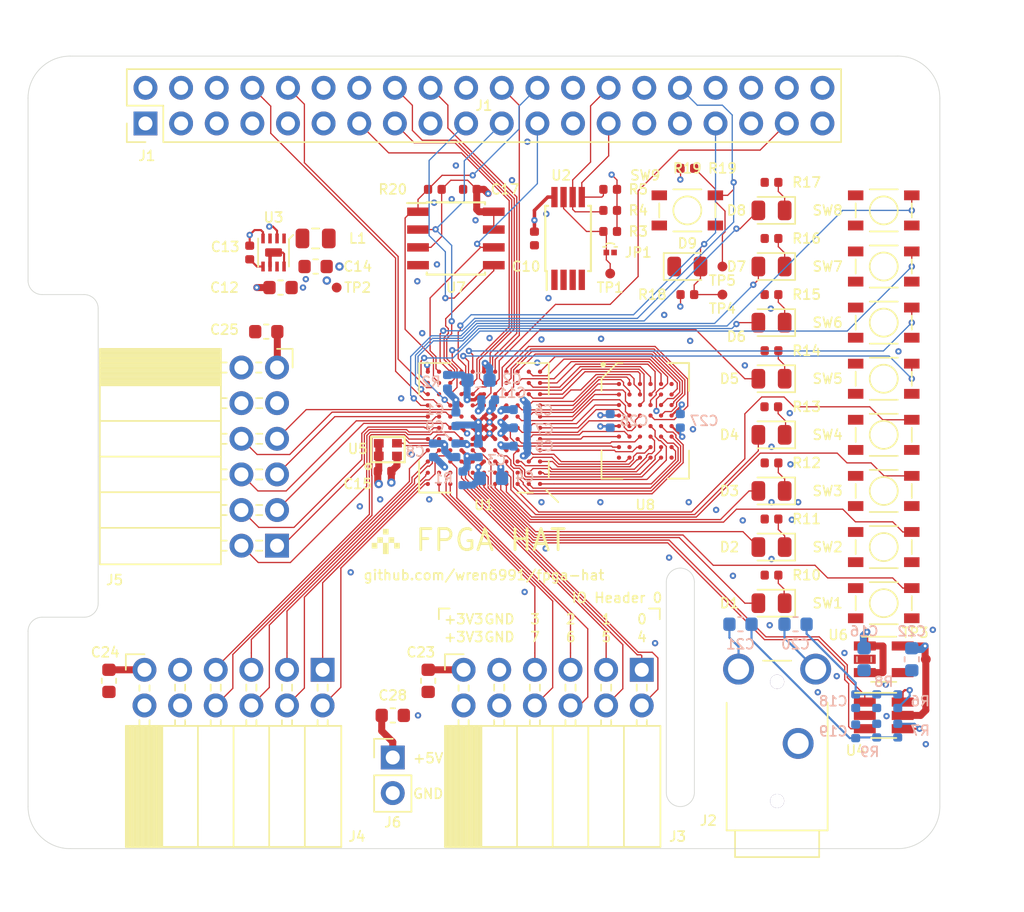
<source format=kicad_pcb>
(kicad_pcb (version 20171130) (host pcbnew 5.1.2+dfsg1-1)
  (layers (0 F.Cu signal) (1 In1.Cu power hide) (2 In2.Cu power hide) (31 B.Cu signal hide) (34 B.Paste user hide) (35 F.Paste user hide) (36 B.SilkS user hide) (37 F.SilkS user) (38 B.Mask user hide) (39 F.Mask user hide) (44 Edge.Cuts user))
  (net 0 "")
  (net 1 GND)
  (net 2 +1V2)
  (net 3 "Net-(C2-Pad2)")
  (net 4 "Net-(C2-Pad1)")
  (net 5 "Net-(C4-Pad2)")
  (net 6 "Net-(C4-Pad1)")
  (net 7 +3V3)
  (net 8 +5V)
  (net 9 "Net-(C13-Pad2)")
  (net 10 "Net-(C18-Pad1)")
  (net 11 "Net-(C19-Pad1)")
  (net 12 "Net-(C20-Pad1)")
  (net 13 "Net-(C21-Pad1)")
  (net 14 +3.3VDAC)
  (net 15 "Net-(D1-Pad1)")
  (net 16 /LED0)
  (net 17 /LED1)
  (net 18 "Net-(D2-Pad1)")
  (net 19 "Net-(D3-Pad1)")
  (net 20 /LED2)
  (net 21 /LED3)
  (net 22 "Net-(D4-Pad1)")
  (net 23 /LED4)
  (net 24 "Net-(D5-Pad1)")
  (net 25 "Net-(D6-Pad1)")
  (net 26 /LED5)
  (net 27 /LED6)
  (net 28 "Net-(D7-Pad1)")
  (net 29 "Net-(D8-Pad1)")
  (net 30 /LED7)
  (net 31 /GP13_FPGA_CDONE)
  (net 32 "Net-(J1-Pad3)")
  (net 33 "Net-(J1-Pad5)")
  (net 34 "Net-(J1-Pad7)")
  (net 35 /GP14_UART_TXD)
  (net 36 /GP15_UART_RXD)
  (net 37 "Net-(J1-Pad11)")
  (net 38 "Net-(J1-Pad12)")
  (net 39 /GP27_SDIO_DAT3)
  (net 40 /GP22_SDIO_CLK)
  (net 41 /GP23_SDIO_CMD)
  (net 42 /GP24_SDIO_DAT0)
  (net 43 /GP10_SPI_MOSI)
  (net 44 /GP9_SPI_MISO)
  (net 45 /GP25_SDIO_DAT1)
  (net 46 /GP11_SPI_SCK)
  (net 47 /GP8_SPI_~CS)
  (net 48 "Net-(J1-Pad26)")
  (net 49 /ID_SD)
  (net 50 /ID_SC)
  (net 51 "Net-(J1-Pad29)")
  (net 52 "Net-(J1-Pad31)")
  (net 53 /GP12_FPGA_~RST)
  (net 54 "Net-(J1-Pad35)")
  (net 55 "Net-(J1-Pad36)")
  (net 56 /GP26_SDIO_DAT2)
  (net 57 "Net-(J1-Pad38)")
  (net 58 "Net-(J1-Pad40)")
  (net 59 /IO0_0)
  (net 60 /IO0_1)
  (net 61 /IO0_2)
  (net 62 /IO0_3)
  (net 63 /IO0_4)
  (net 64 /IO0_5)
  (net 65 /IO0_6)
  (net 66 /IO0_7)
  (net 67 /IO1_7)
  (net 68 /IO1_6)
  (net 69 /IO1_5)
  (net 70 /IO1_4)
  (net 71 /IO1_3)
  (net 72 /IO1_2)
  (net 73 /IO1_1)
  (net 74 /IO1_0)
  (net 75 /IO2_0)
  (net 76 /IO2_1)
  (net 77 /IO2_2)
  (net 78 /IO2_3)
  (net 79 /IO2_4)
  (net 80 /IO2_5)
  (net 81 /IO2_6)
  (net 82 /IO2_7)
  (net 83 "Net-(JP1-Pad1)")
  (net 84 "Net-(L1-Pad1)")
  (net 85 "Net-(R6-Pad2)")
  (net 86 "Net-(R7-Pad2)")
  (net 87 /SW0)
  (net 88 /SW1)
  (net 89 /SW2)
  (net 90 /SW3)
  (net 91 /SW4)
  (net 92 /SW5)
  (net 93 /SW6)
  (net 94 /SW7)
  (net 95 /SRAM_DQ0)
  (net 96 /SRAM_DQ5)
  (net 97 /SRAM_DQ7)
  (net 98 /SRAM_DQ6)
  (net 99 /SRAM_DQ12)
  (net 100 /SRAM_A9)
  (net 101 /SRAM_A2)
  (net 102 /SRAM_A4)
  (net 103 /SRAM_A5)
  (net 104 /SRAM_A10)
  (net 105 /SRAM_DQ1)
  (net 106 /SRAM_DQ4)
  (net 107 /SRAM_DQ8)
  (net 108 /SRAM_DQ10)
  (net 109 /SRAM_DQ13)
  (net 110 /SRAM_DQ15)
  (net 111 /SRAM_A3)
  (net 112 /SRAM_A7)
  (net 113 /SRAM_A6)
  (net 114 /SRAM_A12)
  (net 115 /SRAM_DQ3)
  (net 116 /SRAM_DQ9)
  (net 117 /SRAM_DQ11)
  (net 118 /SRAM_A8)
  (net 119 /SRAM_A0)
  (net 120 /SRAM_A1)
  (net 121 /SRAM_A11)
  (net 122 /SRAM_A13)
  (net 123 /SRAM_A15)
  (net 124 /SRAM_DQ2)
  (net 125 /SRAM_DQ14)
  (net 126 /SRAM_A14)
  (net 127 /SRAM_A17)
  (net 128 /SRAM_A16)
  (net 129 /SRAM_~WE)
  (net 130 /SRAM_~OE)
  (net 131 /SRAM_~LB)
  (net 132 /SRAM_~UB)
  (net 133 /AUDIO_R_PWM)
  (net 134 "Net-(U1-PadB10)")
  (net 135 /CLK_OSC)
  (net 136 /AUDIO_L_PWM)
  (module fpga_hat:MOUNTHOLE_M2.5 (layer F.Cu) (at 161.5 133)
    (fp_text reference REF** hide)
    (fp_text value MOUNTHOLE_M2.5 hide)
    (pad "" np_thru_hole circle (at 0 0) (size 2.75 2.75) (drill 2.75) (layers *.Cu *.Mask) (clearance 1.9) (thermal_gap 1.9))
  )
  (module fpga_hat:MOUNTHOLE_M2.5 (layer F.Cu) (at 161.5 83.5)
    (fp_text reference REF** hide)
    (fp_text value MOUNTHOLE_M2.5 hide)
    (pad "" np_thru_hole circle (at 0 0) (size 2.75 2.75) (drill 2.75) (layers *.Cu *.Mask) (clearance 1.9) (thermal_gap 1.9))
  )
  (module fpga_hat:MOUNTHOLE_M2.5 (layer F.Cu) (at 103.5 133)
    (fp_text reference REF** hide)
    (fp_text value MOUNTHOLE_M2.5 hide)
    (pad "" np_thru_hole circle (at 0 0) (size 2.75 2.75) (drill 2.75) (layers *.Cu *.Mask) (clearance 1.9) (thermal_gap 1.9))
  )
  (module fpga_hat:MOUNTHOLE_M2.5 (layer F.Cu) (at 103.5 83.5)
    (fp_text reference REF** hide)
    (fp_text value MOUNTHOLE_M2.5 hide)
    (pad "" np_thru_hole circle (at 0 0) (size 2.75 2.75) (drill 2.75) (layers *.Cu *.Mask) (clearance 1.9) (thermal_gap 1.9))
  )
  (module fpga_hat:github_avatar (layer F.Cu) (at 125.5 114.5)
    (fp_text reference REF** hide)
    (fp_text value github_avatar hide)
  )
  (module Capacitor_SMD:C_0603_1608Metric (layer F.Cu) (at 105.7656 124.5363 270)
    (fp_text reference C24 (at -2.0363 0.2656 180) (layer F.SilkS) (effects (font (size 0.7 0.7) (thickness 0.12))))
    (fp_text value 1u)
    (pad 1 smd roundrect (at -0.7875 0 270) (size 0.875 0.95) (layers F.Cu F.Paste F.Mask) (net 7 +3V3))
    (pad 2 smd roundrect (at 0.7875 0 270) (size 0.875 0.95) (layers F.Cu F.Paste F.Mask) (net 1 GND))
  )
  (module Connector_PinHeader_2.54mm:PinHeader_2x20_P2.54mm_Vertical (layer F.Cu) (at 108.37 84.8 90)
    (fp_text reference J1 (at -2.31 0.1 180) (layer F.SilkS) (effects (font (size 0.7 0.7) (thickness 0.12))))
    (fp_text value 2x20)
    (fp_text user %R (at 1.27 24.13) (layer F.SilkS) (effects (font (size 0.7 0.7) (thickness 0.12))))
    (pad 1 thru_hole rect (at 0 0 90) (size 1.7 1.7) (drill 1) (layers *.Cu *.Mask) (net 7 +3V3))
    (pad 2 thru_hole oval (at 2.54 0 90) (size 1.7 1.7) (drill 1) (layers *.Cu *.Mask) (net 8 +5V))
    (pad 3 thru_hole oval (at 0 2.54 90) (size 1.7 1.7) (drill 1) (layers *.Cu *.Mask) (net 32 "Net-(J1-Pad3)"))
    (pad 4 thru_hole oval (at 2.54 2.54 90) (size 1.7 1.7) (drill 1) (layers *.Cu *.Mask) (net 8 +5V))
    (pad 5 thru_hole oval (at 0 5.08 90) (size 1.7 1.7) (drill 1) (layers *.Cu *.Mask) (net 33 "Net-(J1-Pad5)"))
    (pad 6 thru_hole oval (at 2.54 5.08 90) (size 1.7 1.7) (drill 1) (layers *.Cu *.Mask) (net 1 GND))
    (pad 7 thru_hole oval (at 0 7.62 90) (size 1.7 1.7) (drill 1) (layers *.Cu *.Mask) (net 34 "Net-(J1-Pad7)"))
    (pad 8 thru_hole oval (at 2.54 7.62 90) (size 1.7 1.7) (drill 1) (layers *.Cu *.Mask) (net 35 /GP14_UART_TXD))
    (pad 9 thru_hole oval (at 0 10.16 90) (size 1.7 1.7) (drill 1) (layers *.Cu *.Mask) (net 1 GND))
    (pad 10 thru_hole oval (at 2.54 10.16 90) (size 1.7 1.7) (drill 1) (layers *.Cu *.Mask) (net 36 /GP15_UART_RXD))
    (pad 11 thru_hole oval (at 0 12.7 90) (size 1.7 1.7) (drill 1) (layers *.Cu *.Mask) (net 37 "Net-(J1-Pad11)"))
    (pad 12 thru_hole oval (at 2.54 12.7 90) (size 1.7 1.7) (drill 1) (layers *.Cu *.Mask) (net 38 "Net-(J1-Pad12)"))
    (pad 13 thru_hole oval (at 0 15.24 90) (size 1.7 1.7) (drill 1) (layers *.Cu *.Mask) (net 39 /GP27_SDIO_DAT3))
    (pad 14 thru_hole oval (at 2.54 15.24 90) (size 1.7 1.7) (drill 1) (layers *.Cu *.Mask) (net 1 GND))
    (pad 15 thru_hole oval (at 0 17.78 90) (size 1.7 1.7) (drill 1) (layers *.Cu *.Mask) (net 40 /GP22_SDIO_CLK))
    (pad 16 thru_hole oval (at 2.54 17.78 90) (size 1.7 1.7) (drill 1) (layers *.Cu *.Mask) (net 41 /GP23_SDIO_CMD))
    (pad 17 thru_hole oval (at 0 20.32 90) (size 1.7 1.7) (drill 1) (layers *.Cu *.Mask) (net 7 +3V3))
    (pad 18 thru_hole oval (at 2.54 20.32 90) (size 1.7 1.7) (drill 1) (layers *.Cu *.Mask) (net 42 /GP24_SDIO_DAT0))
    (pad 19 thru_hole oval (at 0 22.86 90) (size 1.7 1.7) (drill 1) (layers *.Cu *.Mask) (net 43 /GP10_SPI_MOSI))
    (pad 20 thru_hole oval (at 2.54 22.86 90) (size 1.7 1.7) (drill 1) (layers *.Cu *.Mask) (net 1 GND))
    (pad 21 thru_hole oval (at 0 25.4 90) (size 1.7 1.7) (drill 1) (layers *.Cu *.Mask) (net 44 /GP9_SPI_MISO))
    (pad 22 thru_hole oval (at 2.54 25.4 90) (size 1.7 1.7) (drill 1) (layers *.Cu *.Mask) (net 45 /GP25_SDIO_DAT1))
    (pad 23 thru_hole oval (at 0 27.94 90) (size 1.7 1.7) (drill 1) (layers *.Cu *.Mask) (net 46 /GP11_SPI_SCK))
    (pad 24 thru_hole oval (at 2.54 27.94 90) (size 1.7 1.7) (drill 1) (layers *.Cu *.Mask) (net 47 /GP8_SPI_~CS))
    (pad 25 thru_hole oval (at 0 30.48 90) (size 1.7 1.7) (drill 1) (layers *.Cu *.Mask) (net 1 GND))
    (pad 26 thru_hole oval (at 2.54 30.48 90) (size 1.7 1.7) (drill 1) (layers *.Cu *.Mask) (net 48 "Net-(J1-Pad26)"))
    (pad 27 thru_hole oval (at 0 33.02 90) (size 1.7 1.7) (drill 1) (layers *.Cu *.Mask) (net 49 /ID_SD))
    (pad 28 thru_hole oval (at 2.54 33.02 90) (size 1.7 1.7) (drill 1) (layers *.Cu *.Mask) (net 50 /ID_SC))
    (pad 29 thru_hole oval (at 0 35.56 90) (size 1.7 1.7) (drill 1) (layers *.Cu *.Mask) (net 51 "Net-(J1-Pad29)"))
    (pad 30 thru_hole oval (at 2.54 35.56 90) (size 1.7 1.7) (drill 1) (layers *.Cu *.Mask) (net 1 GND))
    (pad 31 thru_hole oval (at 0 38.1 90) (size 1.7 1.7) (drill 1) (layers *.Cu *.Mask) (net 52 "Net-(J1-Pad31)"))
    (pad 32 thru_hole oval (at 2.54 38.1 90) (size 1.7 1.7) (drill 1) (layers *.Cu *.Mask) (net 53 /GP12_FPGA_~RST))
    (pad 33 thru_hole oval (at 0 40.64 90) (size 1.7 1.7) (drill 1) (layers *.Cu *.Mask) (net 31 /GP13_FPGA_CDONE))
    (pad 34 thru_hole oval (at 2.54 40.64 90) (size 1.7 1.7) (drill 1) (layers *.Cu *.Mask) (net 1 GND))
    (pad 35 thru_hole oval (at 0 43.18 90) (size 1.7 1.7) (drill 1) (layers *.Cu *.Mask) (net 54 "Net-(J1-Pad35)"))
    (pad 36 thru_hole oval (at 2.54 43.18 90) (size 1.7 1.7) (drill 1) (layers *.Cu *.Mask) (net 55 "Net-(J1-Pad36)"))
    (pad 37 thru_hole oval (at 0 45.72 90) (size 1.7 1.7) (drill 1) (layers *.Cu *.Mask) (net 56 /GP26_SDIO_DAT2))
    (pad 38 thru_hole oval (at 2.54 45.72 90) (size 1.7 1.7) (drill 1) (layers *.Cu *.Mask) (net 57 "Net-(J1-Pad38)"))
    (pad 39 thru_hole oval (at 0 48.26 90) (size 1.7 1.7) (drill 1) (layers *.Cu *.Mask) (net 1 GND))
    (pad 40 thru_hole oval (at 2.54 48.26 90) (size 1.7 1.7) (drill 1) (layers *.Cu *.Mask) (net 58 "Net-(J1-Pad40)"))
  )
  (module fpga_hat:PTS815 (layer F.Cu) (at 161 103 270)
    (fp_text reference SW5 (at 0 4) (layer F.SilkS) (effects (font (size 0.7 0.7) (thickness 0.12))))
    (fp_text value PTS815)
    (pad 1 smd rect (at -1.075 -2) (size 1.1 0.7) (layers F.Cu F.Paste F.Mask) (net 91 /SW4))
    (pad 2 smd rect (at 1.075 -2) (size 1.1 0.7) (layers F.Cu F.Paste F.Mask) (net 1 GND))
    (pad ~ smd rect (at 1.075 2) (size 1.1 0.7) (layers F.Cu F.Paste F.Mask))
    (pad ~ smd rect (at -1.075 2) (size 1.1 0.7) (layers F.Cu F.Paste F.Mask))
  )
  (module fpga_hat:BGA-121_11x11_9.0x9.0mm (layer F.Cu) (at 132.5 106.5 180)
    (fp_text reference U1 (at 0 -5.5) (layer F.SilkS) (effects (font (size 0.7 0.7) (thickness 0.12))))
    (fp_text value iCE40-HX8k-BG121)
    (pad A1 smd circle (at -4 -4 180) (size 0.3 0.3) (layers F.Cu F.Paste F.Mask) (net 97 /SRAM_DQ7))
    (pad B1 smd circle (at -4 -3.2 180) (size 0.3 0.3) (layers F.Cu F.Paste F.Mask) (net 129 /SRAM_~WE))
    (pad C1 smd circle (at -4 -2.4 180) (size 0.3 0.3) (layers F.Cu F.Paste F.Mask) (net 100 /SRAM_A9))
    (pad D1 smd circle (at -4 -1.6 180) (size 0.3 0.3) (layers F.Cu F.Paste F.Mask) (net 114 /SRAM_A12))
    (pad E1 smd circle (at -4 -0.8 180) (size 0.3 0.3) (layers F.Cu F.Paste F.Mask) (net 125 /SRAM_DQ14))
    (pad F1 smd circle (at -4 0 180) (size 0.3 0.3) (layers F.Cu F.Paste F.Mask) (net 99 /SRAM_DQ12))
    (pad G1 smd circle (at -4 0.8 180) (size 0.3 0.3) (layers F.Cu F.Paste F.Mask) (net 107 /SRAM_DQ8))
    (pad H1 smd circle (at -4 1.6 180) (size 0.3 0.3) (layers F.Cu F.Paste F.Mask) (net 132 /SRAM_~UB))
    (pad J1 smd circle (at -4 2.4 180) (size 0.3 0.3) (layers F.Cu F.Paste F.Mask) (net 119 /SRAM_A0))
    (pad K1 smd circle (at -4 3.2 180) (size 0.3 0.3) (layers F.Cu F.Paste F.Mask) (net 102 /SRAM_A4))
    (pad L1 smd circle (at -4 4 180) (size 0.3 0.3) (layers F.Cu F.Paste F.Mask) (net 95 /SRAM_DQ0))
    (pad A2 smd circle (at -3.2 -4 180) (size 0.3 0.3) (layers F.Cu F.Paste F.Mask) (net 96 /SRAM_DQ5))
    (pad B2 smd circle (at -3.2 -3.2 180) (size 0.3 0.3) (layers F.Cu F.Paste F.Mask) (net 104 /SRAM_A10))
    (pad C2 smd circle (at -3.2 -2.4 180) (size 0.3 0.3) (layers F.Cu F.Paste F.Mask) (net 122 /SRAM_A13))
    (pad D2 smd circle (at -3.2 -1.6 180) (size 0.3 0.3) (layers F.Cu F.Paste F.Mask) (net 118 /SRAM_A8))
    (pad E2 smd circle (at -3.2 -0.8 180) (size 0.3 0.3) (layers F.Cu F.Paste F.Mask) (net 109 /SRAM_DQ13))
    (pad F2 smd circle (at -3.2 0 180) (size 0.3 0.3) (layers F.Cu F.Paste F.Mask) (net 116 /SRAM_DQ9))
    (pad G2 smd circle (at -3.2 0.8 180) (size 0.3 0.3) (layers F.Cu F.Paste F.Mask) (net 108 /SRAM_DQ10))
    (pad H2 smd circle (at -3.2 1.6 180) (size 0.3 0.3) (layers F.Cu F.Paste F.Mask) (net 130 /SRAM_~OE))
    (pad J2 smd circle (at -3.2 2.4 180) (size 0.3 0.3) (layers F.Cu F.Paste F.Mask) (net 111 /SRAM_A3))
    (pad K2 smd circle (at -3.2 3.2 180) (size 0.3 0.3) (layers F.Cu F.Paste F.Mask) (net 120 /SRAM_A1))
    (pad L2 smd circle (at -3.2 4 180) (size 0.3 0.3) (layers F.Cu F.Paste F.Mask) (net 113 /SRAM_A6))
    (pad A3 smd circle (at -2.4 -4 180) (size 0.3 0.3) (layers F.Cu F.Paste F.Mask) (net 106 /SRAM_DQ4))
    (pad B3 smd circle (at -2.4 -3.2 180) (size 0.3 0.3) (layers F.Cu F.Paste F.Mask) (net 98 /SRAM_DQ6))
    (pad C3 smd circle (at -2.4 -2.4 180) (size 0.3 0.3) (layers F.Cu F.Paste F.Mask) (net 123 /SRAM_A15))
    (pad D3 smd circle (at -2.4 -1.6 180) (size 0.3 0.3) (layers F.Cu F.Paste F.Mask) (net 121 /SRAM_A11))
    (pad E3 smd circle (at -2.4 -0.8 180) (size 0.3 0.3) (layers F.Cu F.Paste F.Mask) (net 126 /SRAM_A14))
    (pad F3 smd circle (at -2.4 0 180) (size 0.3 0.3) (layers F.Cu F.Paste F.Mask) (net 127 /SRAM_A17))
    (pad G3 smd circle (at -2.4 0.8 180) (size 0.3 0.3) (layers F.Cu F.Paste F.Mask) (net 117 /SRAM_DQ11))
    (pad H3 smd circle (at -2.4 1.6 180) (size 0.3 0.3) (layers F.Cu F.Paste F.Mask) (net 131 /SRAM_~LB))
    (pad J3 smd circle (at -2.4 2.4 180) (size 0.3 0.3) (layers F.Cu F.Paste F.Mask) (net 103 /SRAM_A5))
    (pad K3 smd circle (at -2.4 3.2 180) (size 0.3 0.3) (layers F.Cu F.Paste F.Mask) (net 101 /SRAM_A2))
    (pad L3 smd circle (at -2.4 4 180) (size 0.3 0.3) (layers F.Cu F.Paste F.Mask) (net 105 /SRAM_DQ1))
    (pad A4 smd circle (at -1.6 -4 180) (size 0.3 0.3) (layers F.Cu F.Paste F.Mask) (net 89 /SW2))
    (pad B4 smd circle (at -1.6 -3.2 180) (size 0.3 0.3) (layers F.Cu F.Paste F.Mask) (net 21 /LED3))
    (pad C4 smd circle (at -1.6 -2.4 180) (size 0.3 0.3) (layers F.Cu F.Paste F.Mask) (net 90 /SW3))
    (pad D4 smd circle (at -1.6 -1.6 180) (size 0.3 0.3) (layers F.Cu F.Paste F.Mask) (net 2 +1V2))
    (pad E4 smd circle (at -1.6 -0.8 180) (size 0.3 0.3) (layers F.Cu F.Paste F.Mask) (net 7 +3V3))
    (pad F4 smd circle (at -1.6 0 180) (size 0.3 0.3) (layers F.Cu F.Paste F.Mask) (net 110 /SRAM_DQ15))
    (pad G4 smd circle (at -1.6 0.8 180) (size 0.3 0.3) (layers F.Cu F.Paste F.Mask) (net 7 +3V3))
    (pad H4 smd circle (at -1.6 1.6 180) (size 0.3 0.3) (layers F.Cu F.Paste F.Mask) (net 2 +1V2))
    (pad J4 smd circle (at -1.6 2.4 180) (size 0.3 0.3) (layers F.Cu F.Paste F.Mask) (net 124 /SRAM_DQ2))
    (pad K4 smd circle (at -1.6 3.2 180) (size 0.3 0.3) (layers F.Cu F.Paste F.Mask) (net 115 /SRAM_DQ3))
    (pad L4 smd circle (at -1.6 4 180) (size 0.3 0.3) (layers F.Cu F.Paste F.Mask) (net 112 /SRAM_A7))
    (pad A5 smd circle (at -0.8 -4 180) (size 0.3 0.3) (layers F.Cu F.Paste F.Mask) (net 88 /SW1))
    (pad B5 smd circle (at -0.8 -3.2 180) (size 0.3 0.3) (layers F.Cu F.Paste F.Mask) (net 20 /LED2))
    (pad C5 smd circle (at -0.8 -2.4 180) (size 0.3 0.3) (layers F.Cu F.Paste F.Mask) (net 5 "Net-(C4-Pad2)"))
    (pad D5 smd circle (at -0.8 -1.6 180) (size 0.3 0.3) (layers F.Cu F.Paste F.Mask) (net 128 /SRAM_A16))
    (pad E5 smd circle (at -0.8 -0.8 180) (size 0.3 0.3) (layers F.Cu F.Paste F.Mask) (net 1 GND))
    (pad F5 smd circle (at -0.8 0 180) (size 0.3 0.3) (layers F.Cu F.Paste F.Mask) (net 1 GND))
    (pad G5 smd circle (at -0.8 0.8 180) (size 0.3 0.3) (layers F.Cu F.Paste F.Mask) (net 1 GND))
    (pad H5 smd circle (at -0.8 1.6 180) (size 0.3 0.3) (layers F.Cu F.Paste F.Mask) (net 1 GND))
    (pad J5 smd circle (at -0.8 2.4 180) (size 0.3 0.3) (layers F.Cu F.Paste F.Mask) (net 23 /LED4))
    (pad K5 smd circle (at -0.8 3.2 180) (size 0.3 0.3) (layers F.Cu F.Paste F.Mask) (net 56 /GP26_SDIO_DAT2))
    (pad L5 smd circle (at -0.8 4 180) (size 0.3 0.3) (layers F.Cu F.Paste F.Mask) (net 45 /GP25_SDIO_DAT1))
    (pad A6 smd circle (at 0 -4 180) (size 0.3 0.3) (layers F.Cu F.Paste F.Mask) (net 16 /LED0))
    (pad B6 smd circle (at 0 -3.2 180) (size 0.3 0.3) (layers F.Cu F.Paste F.Mask) (net 87 /SW0))
    (pad C6 smd circle (at 0 -2.4 180) (size 0.3 0.3) (layers F.Cu F.Paste F.Mask) (net 6 "Net-(C4-Pad1)"))
    (pad D6 smd circle (at 0 -1.6 180) (size 0.3 0.3) (layers F.Cu F.Paste F.Mask) (net 7 +3V3))
    (pad E6 smd circle (at 0 -0.8 180) (size 0.3 0.3) (layers F.Cu F.Paste F.Mask) (net 1 GND))
    (pad F6 smd circle (at 0 0 180) (size 0.3 0.3) (layers F.Cu F.Paste F.Mask) (net 1 GND))
    (pad G6 smd circle (at 0 0.8 180) (size 0.3 0.3) (layers F.Cu F.Paste F.Mask) (net 1 GND))
    (pad H6 smd circle (at 0 1.6 180) (size 0.3 0.3) (layers F.Cu F.Paste F.Mask) (net 7 +3V3))
    (pad J6 smd circle (at 0 2.4 180) (size 0.3 0.3) (layers F.Cu F.Paste F.Mask) (net 4 "Net-(C2-Pad1)"))
    (pad K6 smd circle (at 0 3.2 180) (size 0.3 0.3) (layers F.Cu F.Paste F.Mask) (net 40 /GP22_SDIO_CLK))
    (pad L6 smd circle (at 0 4 180) (size 0.3 0.3) (layers F.Cu F.Paste F.Mask) (net 3 "Net-(C2-Pad2)"))
    (pad A7 smd circle (at 0.8 -4 180) (size 0.3 0.3) (layers F.Cu F.Paste F.Mask) (net 63 /IO0_4))
    (pad B7 smd circle (at 0.8 -3.2 180) (size 0.3 0.3) (layers F.Cu F.Paste F.Mask) (net 136 /AUDIO_L_PWM))
    (pad C7 smd circle (at 0.8 -2.4 180) (size 0.3 0.3) (layers F.Cu F.Paste F.Mask) (net 133 /AUDIO_R_PWM))
    (pad D7 smd circle (at 0.8 -1.6 180) (size 0.3 0.3) (layers F.Cu F.Paste F.Mask) (net 17 /LED1))
    (pad E7 smd circle (at 0.8 -0.8 180) (size 0.3 0.3) (layers F.Cu F.Paste F.Mask) (net 1 GND))
    (pad F7 smd circle (at 0.8 0 180) (size 0.3 0.3) (layers F.Cu F.Paste F.Mask) (net 1 GND))
    (pad G7 smd circle (at 0.8 0.8 180) (size 0.3 0.3) (layers F.Cu F.Paste F.Mask) (net 1 GND))
    (pad H7 smd circle (at 0.8 1.6 180) (size 0.3 0.3) (layers F.Cu F.Paste F.Mask) (net 42 /GP24_SDIO_DAT0))
    (pad J7 smd circle (at 0.8 2.4 180) (size 0.3 0.3) (layers F.Cu F.Paste F.Mask) (net 41 /GP23_SDIO_CMD))
    (pad K7 smd circle (at 0.8 3.2 180) (size 0.3 0.3) (layers F.Cu F.Paste F.Mask) (net 39 /GP27_SDIO_DAT3))
    (pad L7 smd circle (at 0.8 4 180) (size 0.3 0.3) (layers F.Cu F.Paste F.Mask) (net 92 /SW5))
    (pad A8 smd circle (at 1.6 -4 180) (size 0.3 0.3) (layers F.Cu F.Paste F.Mask) (net 60 /IO0_1))
    (pad B8 smd circle (at 1.6 -3.2 180) (size 0.3 0.3) (layers F.Cu F.Paste F.Mask) (net 64 /IO0_5))
    (pad C8 smd circle (at 1.6 -2.4 180) (size 0.3 0.3) (layers F.Cu F.Paste F.Mask) (net 59 /IO0_0))
    (pad D8 smd circle (at 1.6 -1.6 180) (size 0.3 0.3) (layers F.Cu F.Paste F.Mask) (net 2 +1V2))
    (pad E8 smd circle (at 1.6 -0.8 180) (size 0.3 0.3) (layers F.Cu F.Paste F.Mask) (net 79 /IO2_4))
    (pad F8 smd circle (at 1.6 0 180) (size 0.3 0.3) (layers F.Cu F.Paste F.Mask) (net 7 +3V3))
    (pad G8 smd circle (at 1.6 0.8 180) (size 0.3 0.3) (layers F.Cu F.Paste F.Mask) (net 78 /IO2_3))
    (pad H8 smd circle (at 1.6 1.6 180) (size 0.3 0.3) (layers F.Cu F.Paste F.Mask) (net 2 +1V2))
    (pad J8 smd circle (at 1.6 2.4 180) (size 0.3 0.3) (layers F.Cu F.Paste F.Mask) (net 91 /SW4))
    (pad K8 smd circle (at 1.6 3.2 180) (size 0.3 0.3) (layers F.Cu F.Paste F.Mask) (net 31 /GP13_FPGA_CDONE))
    (pad L8 smd circle (at 1.6 4 180) (size 0.3 0.3) (layers F.Cu F.Paste F.Mask) (net 26 /LED5))
    (pad A9 smd circle (at 2.4 -4 180) (size 0.3 0.3) (layers F.Cu F.Paste F.Mask) (net 61 /IO0_2))
    (pad B9 smd circle (at 2.4 -3.2 180) (size 0.3 0.3) (layers F.Cu F.Paste F.Mask) (net 66 /IO0_7))
    (pad C9 smd circle (at 2.4 -2.4 180) (size 0.3 0.3) (layers F.Cu F.Paste F.Mask) (net 65 /IO0_6))
    (pad D9 smd circle (at 2.4 -1.6 180) (size 0.3 0.3) (layers F.Cu F.Paste F.Mask) (net 74 /IO1_0))
    (pad E9 smd circle (at 2.4 -0.8 180) (size 0.3 0.3) (layers F.Cu F.Paste F.Mask) (net 67 /IO1_7))
    (pad F9 smd circle (at 2.4 0 180) (size 0.3 0.3) (layers F.Cu F.Paste F.Mask) (net 76 /IO2_1))
    (pad G9 smd circle (at 2.4 0.8 180) (size 0.3 0.3) (layers F.Cu F.Paste F.Mask) (net 82 /IO2_7))
    (pad H9 smd circle (at 2.4 1.6 180) (size 0.3 0.3) (layers F.Cu F.Paste F.Mask) (net 94 /SW7))
    (pad J9 smd circle (at 2.4 2.4 180) (size 0.3 0.3) (layers F.Cu F.Paste F.Mask) (net 44 /GP9_SPI_MISO))
    (pad K9 smd circle (at 2.4 3.2 180) (size 0.3 0.3) (layers F.Cu F.Paste F.Mask) (net 43 /GP10_SPI_MOSI))
    (pad L9 smd circle (at 2.4 4 180) (size 0.3 0.3) (layers F.Cu F.Paste F.Mask) (net 53 /GP12_FPGA_~RST))
    (pad A10 smd circle (at 3.2 -4 180) (size 0.3 0.3) (layers F.Cu F.Paste F.Mask) (net 62 /IO0_3))
    (pad B10 smd circle (at 3.2 -3.2 180) (size 0.3 0.3) (layers F.Cu F.Paste F.Mask) (net 134 "Net-(U1-PadB10)"))
    (pad C10 smd circle (at 3.2 -2.4 180) (size 0.3 0.3) (layers F.Cu F.Paste F.Mask) (net 7 +3V3))
    (pad D10 smd circle (at 3.2 -1.6 180) (size 0.3 0.3) (layers F.Cu F.Paste F.Mask) (net 73 /IO1_1))
    (pad E10 smd circle (at 3.2 -0.8 180) (size 0.3 0.3) (layers F.Cu F.Paste F.Mask) (net 135 /CLK_OSC))
    (pad F10 smd circle (at 3.2 0 180) (size 0.3 0.3) (layers F.Cu F.Paste F.Mask) (net 75 /IO2_0))
    (pad G10 smd circle (at 3.2 0.8 180) (size 0.3 0.3) (layers F.Cu F.Paste F.Mask) (net 81 /IO2_6))
    (pad H10 smd circle (at 3.2 1.6 180) (size 0.3 0.3) (layers F.Cu F.Paste F.Mask) (net 35 /GP14_UART_TXD))
    (pad J10 smd circle (at 3.2 2.4 180) (size 0.3 0.3) (layers F.Cu F.Paste F.Mask) (net 36 /GP15_UART_RXD))
    (pad K10 smd circle (at 3.2 3.2 180) (size 0.3 0.3) (layers F.Cu F.Paste F.Mask) (net 47 /GP8_SPI_~CS))
    (pad L10 smd circle (at 3.2 4 180) (size 0.3 0.3) (layers F.Cu F.Paste F.Mask) (net 46 /GP11_SPI_SCK))
    (pad A11 smd circle (at 4 -4 180) (size 0.3 0.3) (layers F.Cu F.Paste F.Mask) (net 70 /IO1_4))
    (pad B11 smd circle (at 4 -3.2 180) (size 0.3 0.3) (layers F.Cu F.Paste F.Mask) (net 69 /IO1_5))
    (pad C11 smd circle (at 4 -2.4 180) (size 0.3 0.3) (layers F.Cu F.Paste F.Mask) (net 68 /IO1_6))
    (pad D11 smd circle (at 4 -1.6 180) (size 0.3 0.3) (layers F.Cu F.Paste F.Mask) (net 72 /IO1_2))
    (pad E11 smd circle (at 4 -0.8 180) (size 0.3 0.3) (layers F.Cu F.Paste F.Mask) (net 71 /IO1_3))
    (pad F11 smd circle (at 4 0 180) (size 0.3 0.3) (layers F.Cu F.Paste F.Mask) (net 80 /IO2_5))
    (pad G11 smd circle (at 4 0.8 180) (size 0.3 0.3) (layers F.Cu F.Paste F.Mask) (net 77 /IO2_2))
    (pad H11 smd circle (at 4 1.6 180) (size 0.3 0.3) (layers F.Cu F.Paste F.Mask) (net 30 /LED7))
    (pad J11 smd circle (at 4 2.4 180) (size 0.3 0.3) (layers F.Cu F.Paste F.Mask) (net 27 /LED6))
    (pad K11 smd circle (at 4 3.2 180) (size 0.3 0.3) (layers F.Cu F.Paste F.Mask) (net 93 /SW6))
    (pad L11 smd circle (at 4 4 180) (size 0.3 0.3) (layers F.Cu F.Paste F.Mask) (net 7 +3V3))
  )
  (module Capacitor_SMD:C_0402_1005Metric (layer B.Cu) (at 128.9 108.1 90)
    (fp_text reference C8 (at -0.1 -1.3 180) (layer B.SilkS) (effects (font (size 0.7 0.7) (thickness 0.12)) (justify mirror)))
    (fp_text value 100n)
    (pad 2 smd roundrect (at 0.485 0 90) (size 0.59 0.64) (layers B.Cu B.Paste B.Mask) (net 1 GND))
    (pad 1 smd roundrect (at -0.485 0 90) (size 0.59 0.64) (layers B.Cu B.Paste B.Mask) (net 7 +3V3))
  )
  (module Capacitor_SMD:C_0402_1005Metric (layer B.Cu) (at 130.5 105.885 270)
    (fp_text reference C1 (at -0.685 1.5) (layer B.SilkS) (effects (font (size 0.7 0.7) (thickness 0.12)) (justify mirror)))
    (fp_text value 100n)
    (pad 2 smd roundrect (at 0.485 0 270) (size 0.59 0.64) (layers B.Cu B.Paste B.Mask) (net 1 GND))
    (pad 1 smd roundrect (at -0.485 0 270) (size 0.59 0.64) (layers B.Cu B.Paste B.Mask) (net 2 +1V2))
  )
  (module Capacitor_SMD:C_0603_1608Metric (layer B.Cu) (at 132.1125 103.1)
    (fp_text reference C2 (at 2.3875 -0.1) (layer B.SilkS) (effects (font (size 0.7 0.7) (thickness 0.12)) (justify mirror)))
    (fp_text value 4u7)
    (pad 2 smd roundrect (at 0.7875 0) (size 0.875 0.95) (layers B.Cu B.Paste B.Mask) (net 3 "Net-(C2-Pad2)"))
    (pad 1 smd roundrect (at -0.7875 0) (size 0.875 0.95) (layers B.Cu B.Paste B.Mask) (net 4 "Net-(C2-Pad1)"))
  )
  (module Capacitor_SMD:C_0402_1005Metric (layer B.Cu) (at 132.1 108.1 90)
    (fp_text reference C3 (at -0.7 1.3 180) (layer B.SilkS) (effects (font (size 0.7 0.7) (thickness 0.12)) (justify mirror)))
    (fp_text value 100n)
    (pad 1 smd roundrect (at -0.485 0 90) (size 0.59 0.64) (layers B.Cu B.Paste B.Mask) (net 2 +1V2))
    (pad 2 smd roundrect (at 0.485 0 90) (size 0.59 0.64) (layers B.Cu B.Paste B.Mask) (net 1 GND))
  )
  (module Capacitor_SMD:C_0603_1608Metric (layer B.Cu) (at 133 110.1)
    (fp_text reference C4 (at 2.4 -0.1) (layer B.SilkS) (effects (font (size 0.7 0.7) (thickness 0.12)) (justify mirror)))
    (fp_text value 4u7)
    (pad 1 smd roundrect (at -0.7875 0) (size 0.875 0.95) (layers B.Cu B.Paste B.Mask) (net 6 "Net-(C4-Pad1)"))
    (pad 2 smd roundrect (at 0.7875 0) (size 0.875 0.95) (layers B.Cu B.Paste B.Mask) (net 5 "Net-(C4-Pad2)"))
  )
  (module Capacitor_SMD:C_0402_1005Metric (layer B.Cu) (at 135.1 107.8)
    (fp_text reference C5 (at 1.7 0 -180) (layer B.SilkS) (effects (font (size 0.7 0.7) (thickness 0.12)) (justify mirror)))
    (fp_text value 100n)
    (pad 1 smd roundrect (at -0.485 0) (size 0.59 0.64) (layers B.Cu B.Paste B.Mask) (net 2 +1V2))
    (pad 2 smd roundrect (at 0.485 0) (size 0.59 0.64) (layers B.Cu B.Paste B.Mask) (net 1 GND))
  )
  (module Capacitor_SMD:C_0402_1005Metric (layer B.Cu) (at 135.1 105.2)
    (fp_text reference C6 (at 1.65 0.05) (layer B.SilkS) (effects (font (size 0.7 0.7) (thickness 0.12)) (justify mirror)))
    (fp_text value 100n)
    (pad 2 smd roundrect (at 0.485 0) (size 0.59 0.64) (layers B.Cu B.Paste B.Mask) (net 1 GND))
    (pad 1 smd roundrect (at -0.485 0) (size 0.59 0.64) (layers B.Cu B.Paste B.Mask) (net 2 +1V2))
  )
  (module Capacitor_SMD:C_0402_1005Metric (layer B.Cu) (at 135.115 106.5)
    (fp_text reference C7 (at 1.685 0.1 -180) (layer B.SilkS) (effects (font (size 0.7 0.7) (thickness 0.12)) (justify mirror)))
    (fp_text value 100n)
    (pad 2 smd roundrect (at 0.485 0) (size 0.59 0.64) (layers B.Cu B.Paste B.Mask) (net 1 GND))
    (pad 1 smd roundrect (at -0.485 0) (size 0.59 0.64) (layers B.Cu B.Paste B.Mask) (net 7 +3V3))
  )
  (module Capacitor_SMD:C_0402_1005Metric (layer B.Cu) (at 130.5 108.1 270)
    (fp_text reference C9 (at -1.7 1.5 180) (layer B.SilkS) (effects (font (size 0.7 0.7) (thickness 0.12)) (justify mirror)))
    (fp_text value 100n)
    (pad 2 smd roundrect (at 0.485 0 270) (size 0.59 0.64) (layers B.Cu B.Paste B.Mask) (net 1 GND))
    (pad 1 smd roundrect (at -0.485 0 270) (size 0.59 0.64) (layers B.Cu B.Paste B.Mask) (net 7 +3V3))
  )
  (module Capacitor_SMD:C_0402_1005Metric (layer F.Cu) (at 136.1 93 270)
    (fp_text reference C10 (at 2 0.6 180) (layer F.SilkS) (effects (font (size 0.7 0.7) (thickness 0.12))))
    (fp_text value 100n)
    (pad 1 smd roundrect (at -0.485 0 270) (size 0.59 0.64) (layers F.Cu F.Paste F.Mask) (net 7 +3V3))
    (pad 2 smd roundrect (at 0.485 0 270) (size 0.59 0.64) (layers F.Cu F.Paste F.Mask) (net 1 GND))
  )
  (module Capacitor_SMD:C_0402_1005Metric (layer B.Cu) (at 132.8 104.5)
    (fp_text reference C11 (at 1.7 -0.5) (layer B.SilkS) (effects (font (size 0.7 0.7) (thickness 0.12)) (justify mirror)))
    (fp_text value 100n)
    (pad 1 smd roundrect (at -0.485 0) (size 0.59 0.64) (layers B.Cu B.Paste B.Mask) (net 7 +3V3))
    (pad 2 smd roundrect (at 0.485 0) (size 0.59 0.64) (layers B.Cu B.Paste B.Mask) (net 1 GND))
  )
  (module Capacitor_SMD:C_0603_1608Metric (layer F.Cu) (at 118 96.5)
    (fp_text reference C12 (at -4 0) (layer F.SilkS) (effects (font (size 0.7 0.7) (thickness 0.12))))
    (fp_text value 4u7)
    (pad 2 smd roundrect (at 0.7875 0) (size 0.875 0.95) (layers F.Cu F.Paste F.Mask) (net 1 GND))
    (pad 1 smd roundrect (at -0.7875 0) (size 0.875 0.95) (layers F.Cu F.Paste F.Mask) (net 8 +5V))
  )
  (module Capacitor_SMD:C_0402_1005Metric (layer F.Cu) (at 115.8 94 270)
    (fp_text reference C13 (at -0.4 1.75 180) (layer F.SilkS) (effects (font (size 0.7 0.7) (thickness 0.12))))
    (fp_text value 560p)
    (pad 1 smd roundrect (at -0.485 0 270) (size 0.59 0.64) (layers F.Cu F.Paste F.Mask) (net 2 +1V2))
    (pad 2 smd roundrect (at 0.485 0 270) (size 0.59 0.64) (layers F.Cu F.Paste F.Mask) (net 9 "Net-(C13-Pad2)"))
  )
  (module Capacitor_SMD:C_0603_1608Metric (layer F.Cu) (at 120.5 95 180)
    (fp_text reference C14 (at -3 0) (layer F.SilkS) (effects (font (size 0.7 0.7) (thickness 0.12))))
    (fp_text value 4u7)
    (pad 2 smd roundrect (at 0.7875 0 180) (size 0.875 0.95) (layers F.Cu F.Paste F.Mask) (net 1 GND))
    (pad 1 smd roundrect (at -0.7875 0 180) (size 0.875 0.95) (layers F.Cu F.Paste F.Mask) (net 2 +1V2))
  )
  (module Capacitor_SMD:C_0402_1005Metric (layer F.Cu) (at 125.415 109.6)
    (fp_text reference C15 (at -1.915 0.9) (layer F.SilkS) (effects (font (size 0.7 0.7) (thickness 0.12))))
    (fp_text value 100n)
    (pad 2 smd roundrect (at 0.485 0) (size 0.59 0.64) (layers F.Cu F.Paste F.Mask) (net 1 GND))
    (pad 1 smd roundrect (at -0.485 0) (size 0.59 0.64) (layers F.Cu F.Paste F.Mask) (net 7 +3V3))
  )
  (module Capacitor_SMD:C_0603_1608Metric (layer B.Cu) (at 159.6 123 270)
    (fp_text reference C16 (at -2 0 180) (layer B.SilkS) (effects (font (size 0.7 0.7) (thickness 0.12)) (justify mirror)))
    (fp_text value 1u)
    (pad 1 smd roundrect (at -0.7875 0 270) (size 0.875 0.95) (layers B.Cu B.Paste B.Mask) (net 8 +5V))
    (pad 2 smd roundrect (at 0.7875 0 270) (size 0.875 0.95) (layers B.Cu B.Paste B.Mask) (net 1 GND))
  )
  (module Capacitor_SMD:C_0402_1005Metric (layer F.Cu) (at 131.5 89.5 180)
    (fp_text reference C17 (at -2.5 0) (layer F.SilkS) (effects (font (size 0.7 0.7) (thickness 0.12))))
    (fp_text value 100n)
    (pad 1 smd roundrect (at -0.485 0 180) (size 0.59 0.64) (layers F.Cu F.Paste F.Mask) (net 7 +3V3))
    (pad 2 smd roundrect (at 0.485 0 180) (size 0.59 0.64) (layers F.Cu F.Paste F.Mask) (net 1 GND))
  )
  (module Capacitor_SMD:C_0402_1005Metric (layer B.Cu) (at 159 125.985 270)
    (fp_text reference C18 (at 0 1.6 180) (layer B.SilkS) (effects (font (size 0.7 0.7) (thickness 0.12)) (justify mirror)))
    (fp_text value 100n)
    (pad 1 smd roundrect (at -0.485 0 270) (size 0.59 0.64) (layers B.Cu B.Paste B.Mask) (net 10 "Net-(C18-Pad1)"))
    (pad 2 smd roundrect (at 0.485 0 270) (size 0.59 0.64) (layers B.Cu B.Paste B.Mask) (net 1 GND))
  )
  (module Capacitor_SMD:C_0402_1005Metric (layer B.Cu) (at 159 128.135 90)
    (fp_text reference C19 (at 0 -1.6 180) (layer B.SilkS) (effects (font (size 0.7 0.7) (thickness 0.12)) (justify mirror)))
    (fp_text value 100n)
    (pad 1 smd roundrect (at -0.485 0 90) (size 0.59 0.64) (layers B.Cu B.Paste B.Mask) (net 11 "Net-(C19-Pad1)"))
    (pad 2 smd roundrect (at 0.485 0 90) (size 0.59 0.64) (layers B.Cu B.Paste B.Mask) (net 1 GND))
  )
  (module Capacitor_SMD:C_0603_1608Metric (layer B.Cu) (at 154.7125 120.5)
    (fp_text reference C20 (at 0 1.43) (layer B.SilkS) (effects (font (size 0.7 0.7) (thickness 0.12)) (justify mirror)))
    (fp_text value 4u7)
    (pad 1 smd roundrect (at -0.7875 0) (size 0.875 0.95) (layers B.Cu B.Paste B.Mask) (net 12 "Net-(C20-Pad1)"))
    (pad 2 smd roundrect (at 0.7875 0) (size 0.875 0.95) (layers B.Cu B.Paste B.Mask) (net 10 "Net-(C18-Pad1)"))
  )
  (module Capacitor_SMD:C_0603_1608Metric (layer B.Cu) (at 150.7875 120.5)
    (fp_text reference C21 (at 0 1.43) (layer B.SilkS) (effects (font (size 0.7 0.7) (thickness 0.12)) (justify mirror)))
    (fp_text value 4u7)
    (pad 1 smd roundrect (at -0.7875 0) (size 0.875 0.95) (layers B.Cu B.Paste B.Mask) (net 13 "Net-(C21-Pad1)"))
    (pad 2 smd roundrect (at 0.7875 0) (size 0.875 0.95) (layers B.Cu B.Paste B.Mask) (net 11 "Net-(C19-Pad1)"))
  )
  (module Capacitor_SMD:C_0603_1608Metric (layer B.Cu) (at 163 123 270)
    (fp_text reference C22 (at -2 0 180) (layer B.SilkS) (effects (font (size 0.7 0.7) (thickness 0.12)) (justify mirror)))
    (fp_text value 1u)
    (pad 2 smd roundrect (at 0.7875 0 270) (size 0.875 0.95) (layers B.Cu B.Paste B.Mask) (net 1 GND))
    (pad 1 smd roundrect (at -0.7875 0 270) (size 0.875 0.95) (layers B.Cu B.Paste B.Mask) (net 14 +3.3VDAC))
  )
  (module Capacitor_SMD:C_0603_1608Metric (layer F.Cu) (at 128.524 124.5363 270)
    (fp_text reference C23 (at -2.0363 0.524 180) (layer F.SilkS) (effects (font (size 0.7 0.7) (thickness 0.12))))
    (fp_text value 1u)
    (pad 2 smd roundrect (at 0.7875 0 270) (size 0.875 0.95) (layers F.Cu F.Paste F.Mask) (net 1 GND))
    (pad 1 smd roundrect (at -0.7875 0 270) (size 0.875 0.95) (layers F.Cu F.Paste F.Mask) (net 7 +3V3))
  )
  (module Capacitor_SMD:C_0603_1608Metric (layer F.Cu) (at 116.98224 99.6442 180)
    (fp_text reference C25 (at 2.98224 0.1442) (layer F.SilkS) (effects (font (size 0.7 0.7) (thickness 0.12))))
    (fp_text value 1u)
    (pad 1 smd roundrect (at -0.7875 0 180) (size 0.875 0.95) (layers F.Cu F.Paste F.Mask) (net 7 +3V3))
    (pad 2 smd roundrect (at 0.7875 0 180) (size 0.875 0.95) (layers F.Cu F.Paste F.Mask) (net 1 GND))
  )
  (module Capacitor_SMD:C_0402_1005Metric (layer B.Cu) (at 141.5 106 90)
    (fp_text reference C26 (at 0 1.7) (layer B.SilkS) (effects (font (size 0.7 0.7) (thickness 0.12)) (justify mirror)))
    (fp_text value 100n)
    (pad 1 smd roundrect (at -0.485 0 90) (size 0.59 0.64) (layers B.Cu B.Paste B.Mask) (net 7 +3V3))
    (pad 2 smd roundrect (at 0.485 0 90) (size 0.59 0.64) (layers B.Cu B.Paste B.Mask) (net 1 GND))
  )
  (module Capacitor_SMD:C_0402_1005Metric (layer B.Cu) (at 146.5 106 270)
    (fp_text reference C27 (at 0 -1.7) (layer B.SilkS) (effects (font (size 0.7 0.7) (thickness 0.12)) (justify mirror)))
    (fp_text value 100n)
    (pad 2 smd roundrect (at 0.485 0 270) (size 0.59 0.64) (layers B.Cu B.Paste B.Mask) (net 1 GND))
    (pad 1 smd roundrect (at -0.485 0 270) (size 0.59 0.64) (layers B.Cu B.Paste B.Mask) (net 7 +3V3))
  )
  (module Capacitor_SMD:C_0603_1608Metric (layer F.Cu) (at 126 127)
    (fp_text reference C28 (at 0 -1.43) (layer F.SilkS) (effects (font (size 0.7 0.7) (thickness 0.12))))
    (fp_text value 1u)
    (pad 1 smd roundrect (at -0.7875 0) (size 0.875 0.95) (layers F.Cu F.Paste F.Mask) (net 8 +5V))
    (pad 2 smd roundrect (at 0.7875 0) (size 0.875 0.95) (layers F.Cu F.Paste F.Mask) (net 1 GND))
  )
  (module LED_SMD:LED_0805_2012Metric (layer F.Cu) (at 153 119 180)
    (fp_text reference D1 (at 3 0) (layer F.SilkS) (effects (font (size 0.7 0.7) (thickness 0.12))))
    (fp_text value LED)
    (pad 1 smd roundrect (at -0.9375 0 180) (size 0.975 1.4) (layers F.Cu F.Paste F.Mask) (net 15 "Net-(D1-Pad1)"))
    (pad 2 smd roundrect (at 0.9375 0 180) (size 0.975 1.4) (layers F.Cu F.Paste F.Mask) (net 16 /LED0))
  )
  (module LED_SMD:LED_0805_2012Metric (layer F.Cu) (at 153 115 180)
    (fp_text reference D2 (at 3 0) (layer F.SilkS) (effects (font (size 0.7 0.7) (thickness 0.12))))
    (fp_text value LED)
    (pad 1 smd roundrect (at -0.9375 0 180) (size 0.975 1.4) (layers F.Cu F.Paste F.Mask) (net 18 "Net-(D2-Pad1)"))
    (pad 2 smd roundrect (at 0.9375 0 180) (size 0.975 1.4) (layers F.Cu F.Paste F.Mask) (net 17 /LED1))
  )
  (module LED_SMD:LED_0805_2012Metric (layer F.Cu) (at 153 111 180)
    (fp_text reference D3 (at 3 0) (layer F.SilkS) (effects (font (size 0.7 0.7) (thickness 0.12))))
    (fp_text value LED)
    (pad 2 smd roundrect (at 0.9375 0 180) (size 0.975 1.4) (layers F.Cu F.Paste F.Mask) (net 20 /LED2))
    (pad 1 smd roundrect (at -0.9375 0 180) (size 0.975 1.4) (layers F.Cu F.Paste F.Mask) (net 19 "Net-(D3-Pad1)"))
  )
  (module LED_SMD:LED_0805_2012Metric (layer F.Cu) (at 153 107 180)
    (fp_text reference D4 (at 3 0) (layer F.SilkS) (effects (font (size 0.7 0.7) (thickness 0.12))))
    (fp_text value LED)
    (pad 1 smd roundrect (at -0.9375 0 180) (size 0.975 1.4) (layers F.Cu F.Paste F.Mask) (net 22 "Net-(D4-Pad1)"))
    (pad 2 smd roundrect (at 0.9375 0 180) (size 0.975 1.4) (layers F.Cu F.Paste F.Mask) (net 21 /LED3))
  )
  (module LED_SMD:LED_0805_2012Metric (layer F.Cu) (at 153 103 180)
    (fp_text reference D5 (at 3 0) (layer F.SilkS) (effects (font (size 0.7 0.7) (thickness 0.12))))
    (fp_text value LED)
    (pad 2 smd roundrect (at 0.9375 0 180) (size 0.975 1.4) (layers F.Cu F.Paste F.Mask) (net 23 /LED4))
    (pad 1 smd roundrect (at -0.9375 0 180) (size 0.975 1.4) (layers F.Cu F.Paste F.Mask) (net 24 "Net-(D5-Pad1)"))
  )
  (module LED_SMD:LED_0805_2012Metric (layer F.Cu) (at 153 99 180)
    (fp_text reference D6 (at 2.5 -1) (layer F.SilkS) (effects (font (size 0.7 0.7) (thickness 0.12))))
    (fp_text value LED)
    (pad 1 smd roundrect (at -0.9375 0 180) (size 0.975 1.4) (layers F.Cu F.Paste F.Mask) (net 25 "Net-(D6-Pad1)"))
    (pad 2 smd roundrect (at 0.9375 0 180) (size 0.975 1.4) (layers F.Cu F.Paste F.Mask) (net 26 /LED5))
  )
  (module LED_SMD:LED_0805_2012Metric (layer F.Cu) (at 153 95 180)
    (fp_text reference D7 (at 2.5 0) (layer F.SilkS) (effects (font (size 0.7 0.7) (thickness 0.12))))
    (fp_text value LED)
    (pad 2 smd roundrect (at 0.9375 0 180) (size 0.975 1.4) (layers F.Cu F.Paste F.Mask) (net 27 /LED6))
    (pad 1 smd roundrect (at -0.9375 0 180) (size 0.975 1.4) (layers F.Cu F.Paste F.Mask) (net 28 "Net-(D7-Pad1)"))
  )
  (module LED_SMD:LED_0805_2012Metric (layer F.Cu) (at 153 91 180)
    (fp_text reference D8 (at 2.5 0) (layer F.SilkS) (effects (font (size 0.7 0.7) (thickness 0.12))))
    (fp_text value LED)
    (pad 1 smd roundrect (at -0.9375 0 180) (size 0.975 1.4) (layers F.Cu F.Paste F.Mask) (net 29 "Net-(D8-Pad1)"))
    (pad 2 smd roundrect (at 0.9375 0 180) (size 0.975 1.4) (layers F.Cu F.Paste F.Mask) (net 30 /LED7))
  )
  (module LED_SMD:LED_0805_2012Metric (layer F.Cu) (at 147 95)
    (fp_text reference D9 (at 0 -1.65) (layer F.SilkS) (effects (font (size 0.7 0.7) (thickness 0.12))))
    (fp_text value LED)
    (pad 2 smd roundrect (at 0.9375 0) (size 0.975 1.4) (layers F.Cu F.Paste F.Mask) (net 31 /GP13_FPGA_CDONE))
    (pad 1 smd roundrect (at -0.9375 0) (size 0.975 1.4) (layers F.Cu F.Paste F.Mask) (net 1 GND))
  )
  (module fpga_hat:STX-3000_TRS_3.5mm (layer F.Cu) (at 153.4 129 90)
    (fp_text reference J2 (at -5.5 -4.9 180) (layer F.SilkS) (effects (font (size 0.7 0.7) (thickness 0.12))))
    (fp_text value AudioJack3)
    (pad ~ thru_hole circle (at -4.1 0 90) (size 1 1) (drill 1) (layers *.Cu *.Mask))
    (pad ~ thru_hole circle (at 4.4 0 90) (size 1 1) (drill 1) (layers *.Cu *.Mask))
    (pad S thru_hole circle (at 0 1.5 90) (size 2.2 2.2) (drill 1.5) (layers *.Cu *.Mask) (net 1 GND))
    (pad R thru_hole circle (at 5.3 -2.75 90) (size 2.2 2.2) (drill 1.5) (layers *.Cu *.Mask) (net 13 "Net-(C21-Pad1)"))
    (pad T thru_hole circle (at 5.3 2.75 90) (size 2.2 2.2) (drill 1.5) (layers *.Cu *.Mask) (net 12 "Net-(C20-Pad1)"))
  )
  (module fpga_hat:PinSocket_2x06_P2.54mm_Horizontal (layer F.Cu) (at 143.75 123.75 90)
    (fp_text reference J3 (at -11.886 2.554 180) (layer F.SilkS) (effects (font (size 0.7 0.7) (thickness 0.12))))
    (fp_text value Conn_02x06_Top_Bottom)
    (pad 6 thru_hole circle (at 0 -12.7 90) (size 1.7 1.7) (drill 1) (layers *.Cu *.Mask) (net 7 +3V3))
    (pad 12 thru_hole oval (at -2.54 -12.7 90) (size 1.7 1.7) (drill 1) (layers *.Cu *.Mask) (net 7 +3V3))
    (pad 5 thru_hole oval (at 0 -10.16 90) (size 1.7 1.7) (drill 1) (layers *.Cu *.Mask) (net 1 GND))
    (pad 11 thru_hole oval (at -2.54 -10.16 90) (size 1.7 1.7) (drill 1) (layers *.Cu *.Mask) (net 1 GND))
    (pad 4 thru_hole oval (at 0 -7.62 90) (size 1.7 1.7) (drill 1) (layers *.Cu *.Mask) (net 62 /IO0_3))
    (pad 10 thru_hole oval (at -2.54 -7.62 90) (size 1.7 1.7) (drill 1) (layers *.Cu *.Mask) (net 66 /IO0_7))
    (pad 3 thru_hole oval (at 0 -5.08 90) (size 1.7 1.7) (drill 1) (layers *.Cu *.Mask) (net 61 /IO0_2))
    (pad 9 thru_hole oval (at -2.54 -5.08 90) (size 1.7 1.7) (drill 1) (layers *.Cu *.Mask) (net 65 /IO0_6))
    (pad 2 thru_hole oval (at 0 -2.54 90) (size 1.7 1.7) (drill 1) (layers *.Cu *.Mask) (net 60 /IO0_1))
    (pad 8 thru_hole oval (at -2.54 -2.54 90) (size 1.7 1.7) (drill 1) (layers *.Cu *.Mask) (net 64 /IO0_5))
    (pad 1 thru_hole rect (at 0 0 90) (size 1.7 1.7) (drill 1) (layers *.Cu *.Mask) (net 59 /IO0_0))
    (pad 7 thru_hole oval (at -2.54 0 90) (size 1.7 1.7) (drill 1) (layers *.Cu *.Mask) (net 63 /IO0_4))
  )
  (module fpga_hat:PinSocket_2x06_P2.54mm_Horizontal (layer F.Cu) (at 121 123.75 90)
    (fp_text reference J4 (at -11.886 2.444 180) (layer F.SilkS) (effects (font (size 0.7 0.7) (thickness 0.12))))
    (fp_text value Conn_02x06_Top_Bottom)
    (pad 7 thru_hole oval (at -2.54 0 90) (size 1.7 1.7) (drill 1) (layers *.Cu *.Mask) (net 70 /IO1_4))
    (pad 1 thru_hole rect (at 0 0 90) (size 1.7 1.7) (drill 1) (layers *.Cu *.Mask) (net 74 /IO1_0))
    (pad 8 thru_hole oval (at -2.54 -2.54 90) (size 1.7 1.7) (drill 1) (layers *.Cu *.Mask) (net 69 /IO1_5))
    (pad 2 thru_hole oval (at 0 -2.54 90) (size 1.7 1.7) (drill 1) (layers *.Cu *.Mask) (net 73 /IO1_1))
    (pad 9 thru_hole oval (at -2.54 -5.08 90) (size 1.7 1.7) (drill 1) (layers *.Cu *.Mask) (net 68 /IO1_6))
    (pad 3 thru_hole oval (at 0 -5.08 90) (size 1.7 1.7) (drill 1) (layers *.Cu *.Mask) (net 72 /IO1_2))
    (pad 10 thru_hole oval (at -2.54 -7.62 90) (size 1.7 1.7) (drill 1) (layers *.Cu *.Mask) (net 67 /IO1_7))
    (pad 4 thru_hole oval (at 0 -7.62 90) (size 1.7 1.7) (drill 1) (layers *.Cu *.Mask) (net 71 /IO1_3))
    (pad 11 thru_hole oval (at -2.54 -10.16 90) (size 1.7 1.7) (drill 1) (layers *.Cu *.Mask) (net 1 GND))
    (pad 5 thru_hole oval (at 0 -10.16 90) (size 1.7 1.7) (drill 1) (layers *.Cu *.Mask) (net 1 GND))
    (pad 12 thru_hole oval (at -2.54 -12.7 90) (size 1.7 1.7) (drill 1) (layers *.Cu *.Mask) (net 7 +3V3))
    (pad 6 thru_hole circle (at 0 -12.7 90) (size 1.7 1.7) (drill 1) (layers *.Cu *.Mask) (net 7 +3V3))
  )
  (module fpga_hat:PinSocket_2x06_P2.54mm_Horizontal (layer F.Cu) (at 117.75 114.9)
    (fp_text reference J5 (at -11.578 2.448) (layer F.SilkS) (effects (font (size 0.7 0.7) (thickness 0.12))))
    (fp_text value Conn_02x06_Top_Bottom)
    (pad 6 thru_hole circle (at 0 -12.7) (size 1.7 1.7) (drill 1) (layers *.Cu *.Mask) (net 7 +3V3))
    (pad 12 thru_hole oval (at -2.54 -12.7) (size 1.7 1.7) (drill 1) (layers *.Cu *.Mask) (net 7 +3V3))
    (pad 5 thru_hole oval (at 0 -10.16) (size 1.7 1.7) (drill 1) (layers *.Cu *.Mask) (net 1 GND))
    (pad 11 thru_hole oval (at -2.54 -10.16) (size 1.7 1.7) (drill 1) (layers *.Cu *.Mask) (net 1 GND))
    (pad 4 thru_hole oval (at 0 -7.62) (size 1.7 1.7) (drill 1) (layers *.Cu *.Mask) (net 78 /IO2_3))
    (pad 10 thru_hole oval (at -2.54 -7.62) (size 1.7 1.7) (drill 1) (layers *.Cu *.Mask) (net 82 /IO2_7))
    (pad 3 thru_hole oval (at 0 -5.08) (size 1.7 1.7) (drill 1) (layers *.Cu *.Mask) (net 77 /IO2_2))
    (pad 9 thru_hole oval (at -2.54 -5.08) (size 1.7 1.7) (drill 1) (layers *.Cu *.Mask) (net 81 /IO2_6))
    (pad 2 thru_hole oval (at 0 -2.54) (size 1.7 1.7) (drill 1) (layers *.Cu *.Mask) (net 76 /IO2_1))
    (pad 8 thru_hole oval (at -2.54 -2.54) (size 1.7 1.7) (drill 1) (layers *.Cu *.Mask) (net 80 /IO2_5))
    (pad 1 thru_hole rect (at 0 0) (size 1.7 1.7) (drill 1) (layers *.Cu *.Mask) (net 75 /IO2_0))
    (pad 7 thru_hole oval (at -2.54 0) (size 1.7 1.7) (drill 1) (layers *.Cu *.Mask) (net 79 /IO2_4))
  )
  (module Connector_PinHeader_2.54mm:PinHeader_1x02_P2.54mm_Vertical (layer F.Cu) (at 126 130)
    (fp_text reference J6 (at 0 4.62) (layer F.SilkS) (effects (font (size 0.7 0.7) (thickness 0.12))))
    (fp_text value Conn_01x02)
    (pad 1 thru_hole rect (at 0 0) (size 1.7 1.7) (drill 1) (layers *.Cu *.Mask) (net 8 +5V))
    (pad 2 thru_hole oval (at 0 2.54) (size 1.7 1.7) (drill 1) (layers *.Cu *.Mask) (net 1 GND))
  )
  (module fpga_hat:SOLDER_JUMP (layer F.Cu) (at 141.5 94 90)
    (fp_text reference JP1 (at 0 2 180) (layer F.SilkS) (effects (font (size 0.7 0.7) (thickness 0.12))))
    (fp_text value "Solder jumper")
    (pad 1 smd rect (at 0 -0.275 90) (size 0.4 0.4) (layers F.Cu F.Paste F.Mask) (net 83 "Net-(JP1-Pad1)"))
    (pad 2 smd rect (at 0 0.275 90) (size 0.4 0.4) (layers F.Cu F.Paste F.Mask) (net 1 GND))
  )
  (module Inductor_SMD:L_0805_2012Metric (layer F.Cu) (at 120.5 93)
    (fp_text reference L1 (at 3 0) (layer F.SilkS) (effects (font (size 0.7 0.7) (thickness 0.12))))
    (fp_text value 1u)
    (pad 1 smd roundrect (at -0.9375 0) (size 0.975 1.4) (layers F.Cu F.Paste F.Mask) (net 84 "Net-(L1-Pad1)"))
    (pad 2 smd roundrect (at 0.9375 0) (size 0.975 1.4) (layers F.Cu F.Paste F.Mask) (net 2 +1V2))
  )
  (module Resistor_SMD:R_0402_1005Metric (layer B.Cu) (at 131 110.1 90)
    (fp_text reference R1 (at 0 -1.4 180) (layer B.SilkS) (effects (font (size 0.7 0.7) (thickness 0.12)) (justify mirror)))
    (fp_text value 100)
    (pad 1 smd roundrect (at -0.485 0 90) (size 0.59 0.64) (layers B.Cu B.Paste B.Mask) (net 6 "Net-(C4-Pad1)"))
    (pad 2 smd roundrect (at 0.485 0 90) (size 0.59 0.64) (layers B.Cu B.Paste B.Mask) (net 2 +1V2))
  )
  (module Resistor_SMD:R_0402_1005Metric (layer B.Cu) (at 129.9 103.215 270)
    (fp_text reference R2 (at 0 1.17 180) (layer B.SilkS) (effects (font (size 0.7 0.7) (thickness 0.12)) (justify mirror)))
    (fp_text value 100)
    (pad 2 smd roundrect (at 0.485 0 270) (size 0.59 0.64) (layers B.Cu B.Paste B.Mask) (net 2 +1V2))
    (pad 1 smd roundrect (at -0.485 0 270) (size 0.59 0.64) (layers B.Cu B.Paste B.Mask) (net 4 "Net-(C2-Pad1)"))
  )
  (module Resistor_SMD:R_0402_1005Metric (layer F.Cu) (at 141.5 92.5 180)
    (fp_text reference R3 (at -2 0) (layer F.SilkS) (effects (font (size 0.7 0.7) (thickness 0.12))))
    (fp_text value 470)
    (pad 1 smd roundrect (at -0.485 0 180) (size 0.59 0.64) (layers F.Cu F.Paste F.Mask) (net 7 +3V3))
    (pad 2 smd roundrect (at 0.485 0 180) (size 0.59 0.64) (layers F.Cu F.Paste F.Mask) (net 83 "Net-(JP1-Pad1)"))
  )
  (module Resistor_SMD:R_0402_1005Metric (layer F.Cu) (at 141.5 91 180)
    (fp_text reference R4 (at -2 0) (layer F.SilkS) (effects (font (size 0.7 0.7) (thickness 0.12))))
    (fp_text value 4k7)
    (pad 1 smd roundrect (at -0.485 0 180) (size 0.59 0.64) (layers F.Cu F.Paste F.Mask) (net 7 +3V3))
    (pad 2 smd roundrect (at 0.485 0 180) (size 0.59 0.64) (layers F.Cu F.Paste F.Mask) (net 50 /ID_SC))
  )
  (module Resistor_SMD:R_0402_1005Metric (layer F.Cu) (at 141.5 89.5 180)
    (fp_text reference R5 (at -2 0) (layer F.SilkS) (effects (font (size 0.7 0.7) (thickness 0.12))))
    (fp_text value 4k7)
    (pad 2 smd roundrect (at 0.485 0 180) (size 0.59 0.64) (layers F.Cu F.Paste F.Mask) (net 49 /ID_SD))
    (pad 1 smd roundrect (at -0.485 0 180) (size 0.59 0.64) (layers F.Cu F.Paste F.Mask) (net 7 +3V3))
  )
  (module Resistor_SMD:R_0402_1005Metric (layer B.Cu) (at 162 125.985 270)
    (fp_text reference R6 (at 0 -1.6 180) (layer B.SilkS) (effects (font (size 0.7 0.7) (thickness 0.12)) (justify mirror)))
    (fp_text value 220)
    (pad 2 smd roundrect (at 0.485 0 270) (size 0.59 0.64) (layers B.Cu B.Paste B.Mask) (net 85 "Net-(R6-Pad2)"))
    (pad 1 smd roundrect (at -0.485 0 270) (size 0.59 0.64) (layers B.Cu B.Paste B.Mask) (net 10 "Net-(C18-Pad1)"))
  )
  (module Resistor_SMD:R_0402_1005Metric (layer B.Cu) (at 162 128.085 90)
    (fp_text reference R7 (at 0 1.6 180) (layer B.SilkS) (effects (font (size 0.7 0.7) (thickness 0.12)) (justify mirror)))
    (fp_text value 220)
    (pad 1 smd roundrect (at -0.485 0 90) (size 0.59 0.64) (layers B.Cu B.Paste B.Mask) (net 11 "Net-(C19-Pad1)"))
    (pad 2 smd roundrect (at 0.485 0 90) (size 0.59 0.64) (layers B.Cu B.Paste B.Mask) (net 86 "Net-(R7-Pad2)"))
  )
  (module Resistor_SMD:R_0402_1005Metric (layer B.Cu) (at 160.5 125.985 270)
    (fp_text reference R8 (at -1.385 -0.5 180) (layer B.SilkS) (effects (font (size 0.7 0.7) (thickness 0.12)) (justify mirror)))
    (fp_text value 100)
    (pad 1 smd roundrect (at -0.485 0 270) (size 0.59 0.64) (layers B.Cu B.Paste B.Mask) (net 10 "Net-(C18-Pad1)"))
    (pad 2 smd roundrect (at 0.485 0 270) (size 0.59 0.64) (layers B.Cu B.Paste B.Mask) (net 1 GND))
  )
  (module Resistor_SMD:R_0402_1005Metric (layer B.Cu) (at 160.5 128.085 90)
    (fp_text reference R9 (at -1.515 -0.5 180) (layer B.SilkS) (effects (font (size 0.7 0.7) (thickness 0.12)) (justify mirror)))
    (fp_text value 100)
    (pad 1 smd roundrect (at -0.485 0 90) (size 0.59 0.64) (layers B.Cu B.Paste B.Mask) (net 11 "Net-(C19-Pad1)"))
    (pad 2 smd roundrect (at 0.485 0 90) (size 0.59 0.64) (layers B.Cu B.Paste B.Mask) (net 1 GND))
  )
  (module Resistor_SMD:R_0402_1005Metric (layer F.Cu) (at 153 117)
    (fp_text reference R10 (at 2.5 0) (layer F.SilkS) (effects (font (size 0.7 0.7) (thickness 0.12))))
    (fp_text value 470)
    (pad 1 smd roundrect (at -0.485 0) (size 0.59 0.64) (layers F.Cu F.Paste F.Mask) (net 1 GND))
    (pad 2 smd roundrect (at 0.485 0) (size 0.59 0.64) (layers F.Cu F.Paste F.Mask) (net 15 "Net-(D1-Pad1)"))
  )
  (module Resistor_SMD:R_0402_1005Metric (layer F.Cu) (at 153 113)
    (fp_text reference R11 (at 2.5 0) (layer F.SilkS) (effects (font (size 0.7 0.7) (thickness 0.12))))
    (fp_text value 470)
    (pad 1 smd roundrect (at -0.485 0) (size 0.59 0.64) (layers F.Cu F.Paste F.Mask) (net 1 GND))
    (pad 2 smd roundrect (at 0.485 0) (size 0.59 0.64) (layers F.Cu F.Paste F.Mask) (net 18 "Net-(D2-Pad1)"))
  )
  (module Resistor_SMD:R_0402_1005Metric (layer F.Cu) (at 153 109)
    (fp_text reference R12 (at 2.5 0) (layer F.SilkS) (effects (font (size 0.7 0.7) (thickness 0.12))))
    (fp_text value 470)
    (pad 2 smd roundrect (at 0.485 0) (size 0.59 0.64) (layers F.Cu F.Paste F.Mask) (net 19 "Net-(D3-Pad1)"))
    (pad 1 smd roundrect (at -0.485 0) (size 0.59 0.64) (layers F.Cu F.Paste F.Mask) (net 1 GND))
  )
  (module Resistor_SMD:R_0402_1005Metric (layer F.Cu) (at 152.985 105)
    (fp_text reference R13 (at 2.515 0) (layer F.SilkS) (effects (font (size 0.7 0.7) (thickness 0.12))))
    (fp_text value 470)
    (pad 1 smd roundrect (at -0.485 0) (size 0.59 0.64) (layers F.Cu F.Paste F.Mask) (net 1 GND))
    (pad 2 smd roundrect (at 0.485 0) (size 0.59 0.64) (layers F.Cu F.Paste F.Mask) (net 22 "Net-(D4-Pad1)"))
  )
  (module Resistor_SMD:R_0402_1005Metric (layer F.Cu) (at 153 101)
    (fp_text reference R14 (at 2.5 0) (layer F.SilkS) (effects (font (size 0.7 0.7) (thickness 0.12))))
    (fp_text value 470)
    (pad 2 smd roundrect (at 0.485 0) (size 0.59 0.64) (layers F.Cu F.Paste F.Mask) (net 24 "Net-(D5-Pad1)"))
    (pad 1 smd roundrect (at -0.485 0) (size 0.59 0.64) (layers F.Cu F.Paste F.Mask) (net 1 GND))
  )
  (module Resistor_SMD:R_0402_1005Metric (layer F.Cu) (at 153 97)
    (fp_text reference R15 (at 2.5 0) (layer F.SilkS) (effects (font (size 0.7 0.7) (thickness 0.12))))
    (fp_text value 470)
    (pad 2 smd roundrect (at 0.485 0) (size 0.59 0.64) (layers F.Cu F.Paste F.Mask) (net 25 "Net-(D6-Pad1)"))
    (pad 1 smd roundrect (at -0.485 0) (size 0.59 0.64) (layers F.Cu F.Paste F.Mask) (net 1 GND))
  )
  (module Resistor_SMD:R_0402_1005Metric (layer F.Cu) (at 153 93)
    (fp_text reference R16 (at 2.5 0) (layer F.SilkS) (effects (font (size 0.7 0.7) (thickness 0.12))))
    (fp_text value 470)
    (pad 1 smd roundrect (at -0.485 0) (size 0.59 0.64) (layers F.Cu F.Paste F.Mask) (net 1 GND))
    (pad 2 smd roundrect (at 0.485 0) (size 0.59 0.64) (layers F.Cu F.Paste F.Mask) (net 28 "Net-(D7-Pad1)"))
  )
  (module Resistor_SMD:R_0402_1005Metric (layer F.Cu) (at 153 89)
    (fp_text reference R17 (at 2.5 0) (layer F.SilkS) (effects (font (size 0.7 0.7) (thickness 0.12))))
    (fp_text value 470)
    (pad 2 smd roundrect (at 0.485 0) (size 0.59 0.64) (layers F.Cu F.Paste F.Mask) (net 29 "Net-(D8-Pad1)"))
    (pad 1 smd roundrect (at -0.485 0) (size 0.59 0.64) (layers F.Cu F.Paste F.Mask) (net 1 GND))
  )
  (module Resistor_SMD:R_0402_1005Metric (layer F.Cu) (at 147 97 180)
    (fp_text reference R18 (at 2.5 0) (layer F.SilkS) (effects (font (size 0.7 0.7) (thickness 0.12))))
    (fp_text value 470)
    (pad 1 smd roundrect (at -0.485 0 180) (size 0.59 0.64) (layers F.Cu F.Paste F.Mask) (net 31 /GP13_FPGA_CDONE))
    (pad 2 smd roundrect (at 0.485 0 180) (size 0.59 0.64) (layers F.Cu F.Paste F.Mask) (net 7 +3V3))
  )
  (module Resistor_SMD:R_0402_1005Metric (layer F.Cu) (at 147 88)
    (fp_text reference R19 (at 2.5 0) (layer F.SilkS) (effects (font (size 0.7 0.7) (thickness 0.12))))
    (fp_text value 4k7)
    (fp_text user %R (at 0 0) (layer F.SilkS) (effects (font (size 0.7 0.7) (thickness 0.12))))
    (pad 2 smd roundrect (at 0.485 0) (size 0.59 0.64) (layers F.Cu F.Paste F.Mask) (net 53 /GP12_FPGA_~RST))
    (pad 1 smd roundrect (at -0.485 0) (size 0.59 0.64) (layers F.Cu F.Paste F.Mask) (net 7 +3V3))
  )
  (module fpga_hat:PTS815 (layer F.Cu) (at 161 119 270)
    (fp_text reference SW1 (at 0 4) (layer F.SilkS) (effects (font (size 0.7 0.7) (thickness 0.12))))
    (fp_text value PTS815)
    (pad ~ smd rect (at -1.075 2) (size 1.1 0.7) (layers F.Cu F.Paste F.Mask))
    (pad ~ smd rect (at 1.075 2) (size 1.1 0.7) (layers F.Cu F.Paste F.Mask))
    (pad 2 smd rect (at 1.075 -2) (size 1.1 0.7) (layers F.Cu F.Paste F.Mask) (net 1 GND))
    (pad 1 smd rect (at -1.075 -2) (size 1.1 0.7) (layers F.Cu F.Paste F.Mask) (net 87 /SW0))
  )
  (module fpga_hat:PTS815 (layer F.Cu) (at 161 115 270)
    (fp_text reference SW2 (at 0 4) (layer F.SilkS) (effects (font (size 0.7 0.7) (thickness 0.12))))
    (fp_text value PTS815)
    (pad 1 smd rect (at -1.075 -2) (size 1.1 0.7) (layers F.Cu F.Paste F.Mask) (net 88 /SW1))
    (pad 2 smd rect (at 1.075 -2) (size 1.1 0.7) (layers F.Cu F.Paste F.Mask) (net 1 GND))
    (pad ~ smd rect (at 1.075 2) (size 1.1 0.7) (layers F.Cu F.Paste F.Mask))
    (pad ~ smd rect (at -1.075 2) (size 1.1 0.7) (layers F.Cu F.Paste F.Mask))
  )
  (module fpga_hat:PTS815 (layer F.Cu) (at 161 111 270)
    (fp_text reference SW3 (at 0 4) (layer F.SilkS) (effects (font (size 0.7 0.7) (thickness 0.12))))
    (fp_text value PTS815)
    (pad ~ smd rect (at -1.075 2) (size 1.1 0.7) (layers F.Cu F.Paste F.Mask))
    (pad ~ smd rect (at 1.075 2) (size 1.1 0.7) (layers F.Cu F.Paste F.Mask))
    (pad 2 smd rect (at 1.075 -2) (size 1.1 0.7) (layers F.Cu F.Paste F.Mask) (net 1 GND))
    (pad 1 smd rect (at -1.075 -2) (size 1.1 0.7) (layers F.Cu F.Paste F.Mask) (net 89 /SW2))
  )
  (module fpga_hat:PTS815 (layer F.Cu) (at 161 107 270)
    (fp_text reference SW4 (at 0 4) (layer F.SilkS) (effects (font (size 0.7 0.7) (thickness 0.12))))
    (fp_text value PTS815)
    (pad ~ smd rect (at -1.075 2) (size 1.1 0.7) (layers F.Cu F.Paste F.Mask))
    (pad ~ smd rect (at 1.075 2) (size 1.1 0.7) (layers F.Cu F.Paste F.Mask))
    (pad 2 smd rect (at 1.075 -2) (size 1.1 0.7) (layers F.Cu F.Paste F.Mask) (net 1 GND))
    (pad 1 smd rect (at -1.075 -2) (size 1.1 0.7) (layers F.Cu F.Paste F.Mask) (net 90 /SW3))
  )
  (module fpga_hat:PTS815 (layer F.Cu) (at 161 99 270)
    (fp_text reference SW6 (at 0 4) (layer F.SilkS) (effects (font (size 0.7 0.7) (thickness 0.12))))
    (fp_text value PTS815)
    (pad 1 smd rect (at -1.075 -2) (size 1.1 0.7) (layers F.Cu F.Paste F.Mask) (net 92 /SW5))
    (pad 2 smd rect (at 1.075 -2) (size 1.1 0.7) (layers F.Cu F.Paste F.Mask) (net 1 GND))
    (pad ~ smd rect (at 1.075 2) (size 1.1 0.7) (layers F.Cu F.Paste F.Mask))
    (pad ~ smd rect (at -1.075 2) (size 1.1 0.7) (layers F.Cu F.Paste F.Mask))
  )
  (module fpga_hat:PTS815 (layer F.Cu) (at 161 95 270)
    (fp_text reference SW7 (at 0 4) (layer F.SilkS) (effects (font (size 0.7 0.7) (thickness 0.12))))
    (fp_text value PTS815)
    (pad ~ smd rect (at -1.075 2) (size 1.1 0.7) (layers F.Cu F.Paste F.Mask))
    (pad ~ smd rect (at 1.075 2) (size 1.1 0.7) (layers F.Cu F.Paste F.Mask))
    (pad 2 smd rect (at 1.075 -2) (size 1.1 0.7) (layers F.Cu F.Paste F.Mask) (net 1 GND))
    (pad 1 smd rect (at -1.075 -2) (size 1.1 0.7) (layers F.Cu F.Paste F.Mask) (net 93 /SW6))
  )
  (module fpga_hat:PTS815 (layer F.Cu) (at 161 91 270)
    (fp_text reference SW8 (at 0 4) (layer F.SilkS) (effects (font (size 0.7 0.7) (thickness 0.12))))
    (fp_text value PTS815)
    (pad 1 smd rect (at -1.075 -2) (size 1.1 0.7) (layers F.Cu F.Paste F.Mask) (net 94 /SW7))
    (pad 2 smd rect (at 1.075 -2) (size 1.1 0.7) (layers F.Cu F.Paste F.Mask) (net 1 GND))
    (pad ~ smd rect (at 1.075 2) (size 1.1 0.7) (layers F.Cu F.Paste F.Mask))
    (pad ~ smd rect (at -1.075 2) (size 1.1 0.7) (layers F.Cu F.Paste F.Mask))
  )
  (module fpga_hat:PTS815 (layer F.Cu) (at 147 91 270)
    (fp_text reference SW9 (at -2.5 3) (layer F.SilkS) (effects (font (size 0.7 0.7) (thickness 0.12))))
    (fp_text value PTS815)
    (pad ~ smd rect (at -1.075 2) (size 1.1 0.7) (layers F.Cu F.Paste F.Mask))
    (pad ~ smd rect (at 1.075 2) (size 1.1 0.7) (layers F.Cu F.Paste F.Mask))
    (pad 2 smd rect (at 1.075 -2) (size 1.1 0.7) (layers F.Cu F.Paste F.Mask) (net 1 GND))
    (pad 1 smd rect (at -1.075 -2) (size 1.1 0.7) (layers F.Cu F.Paste F.Mask) (net 53 /GP12_FPGA_~RST))
  )
  (module fpga_hat:Testpoint_d0.7mm (layer F.Cu) (at 141.5 95.5)
    (fp_text reference TP1 (at 0 1) (layer F.SilkS) (effects (font (size 0.7 0.7) (thickness 0.12))))
    (fp_text value TestPoint)
    (pad 1 smd circle (at 0 0) (size 0.7 0.7) (layers F.Cu F.Mask) (net 83 "Net-(JP1-Pad1)"))
  )
  (module fpga_hat:Testpoint_d0.7mm (layer F.Cu) (at 122 96.5)
    (fp_text reference TP2 (at 1.5 0) (layer F.SilkS) (effects (font (size 0.7 0.7) (thickness 0.12))))
    (fp_text value TestPoint)
    (pad 1 smd circle (at 0 0) (size 0.7 0.7) (layers F.Cu F.Mask) (net 2 +1V2))
  )
  (module fpga_hat:Testpoint_d0.7mm (layer F.Cu) (at 164 123 180)
    (fp_text reference TP3 (at 0.76 1.89 180) (layer F.SilkS) (effects (font (size 0.7 0.7) (thickness 0.12))))
    (fp_text value TestPoint)
    (pad 1 smd circle (at 0 0 180) (size 0.7 0.7) (layers F.Cu F.Mask) (net 14 +3.3VDAC))
  )
  (module fpga_hat:Testpoint_d0.7mm (layer F.Cu) (at 149.5 97)
    (fp_text reference TP4 (at 0 1) (layer F.SilkS) (effects (font (size 0.7 0.7) (thickness 0.12))))
    (fp_text value TestPoint)
    (pad 1 smd circle (at 0 0) (size 0.7 0.7) (layers F.Cu F.Mask) (net 31 /GP13_FPGA_CDONE))
  )
  (module fpga_hat:Testpoint_d0.7mm (layer F.Cu) (at 149.5 95)
    (fp_text reference TP5 (at 0 1) (layer F.SilkS) (effects (font (size 0.7 0.7) (thickness 0.12))))
    (fp_text value TestPoint)
    (pad 1 smd circle (at 0 0) (size 0.7 0.7) (layers F.Cu F.Mask) (net 53 /GP12_FPGA_~RST))
  )
  (module Package_SO:TSSOP-8_4.4x3mm_P0.65mm (layer F.Cu) (at 138.5 93 90)
    (fp_text reference U2 (at 4.5 -0.5 180) (layer F.SilkS) (effects (font (size 0.7 0.7) (thickness 0.12))))
    (fp_text value CAT24C32WI)
    (pad 1 smd rect (at -2.95 -0.975 90) (size 1.45 0.45) (layers F.Cu F.Paste F.Mask) (net 1 GND))
    (pad 2 smd rect (at -2.95 -0.325 90) (size 1.45 0.45) (layers F.Cu F.Paste F.Mask) (net 1 GND))
    (pad 3 smd rect (at -2.95 0.325 90) (size 1.45 0.45) (layers F.Cu F.Paste F.Mask) (net 1 GND))
    (pad 4 smd rect (at -2.95 0.975 90) (size 1.45 0.45) (layers F.Cu F.Paste F.Mask) (net 1 GND))
    (pad 5 smd rect (at 2.95 0.975 90) (size 1.45 0.45) (layers F.Cu F.Paste F.Mask) (net 49 /ID_SD))
    (pad 6 smd rect (at 2.95 0.325 90) (size 1.45 0.45) (layers F.Cu F.Paste F.Mask) (net 50 /ID_SC))
    (pad 7 smd rect (at 2.95 -0.325 90) (size 1.45 0.45) (layers F.Cu F.Paste F.Mask) (net 83 "Net-(JP1-Pad1)"))
    (pad 8 smd rect (at 2.95 -0.975 90) (size 1.45 0.45) (layers F.Cu F.Paste F.Mask) (net 7 +3V3))
  )
  (module fpga_hat:DFN8_2x2_0.5mm (layer F.Cu) (at 117.5 94 270)
    (fp_text reference U3 (at -2.5 0 180) (layer F.SilkS) (effects (font (size 0.7 0.7) (thickness 0.12))))
    (fp_text value MIC23050-4YML)
    (pad 1 smd rect (at -1 -0.75 270) (size 0.7 0.25) (layers F.Cu F.Paste F.Mask) (net 84 "Net-(L1-Pad1)"))
    (pad 2 smd rect (at -1 -0.25 270) (size 0.7 0.25) (layers F.Cu F.Paste F.Mask) (net 8 +5V))
    (pad 3 smd rect (at -1 0.25 270) (size 0.7 0.25) (layers F.Cu F.Paste F.Mask))
    (pad 4 smd rect (at -1 0.75 270) (size 0.7 0.25) (layers F.Cu F.Paste F.Mask) (net 2 +1V2))
    (pad 5 smd rect (at 1 0.75 270) (size 0.7 0.25) (layers F.Cu F.Paste F.Mask) (net 9 "Net-(C13-Pad2)"))
    (pad 8 smd rect (at 1 -0.75 270) (size 0.7 0.25) (layers F.Cu F.Paste F.Mask) (net 1 GND))
    (pad 7 smd rect (at 1 -0.25 270) (size 0.7 0.25) (layers F.Cu F.Paste F.Mask) (net 8 +5V))
    (pad 6 smd rect (at 1 0.25 270) (size 0.7 0.25) (layers F.Cu F.Paste F.Mask) (net 1 GND))
    (pad 8 smd roundrect (at 0 0 270) (size 0.6 1.2) (layers F.Cu F.Paste F.Mask) (roundrect_rratio 0.167) (net 1 GND))
  )
  (module Package_TO_SOT_SMD:SOT-23-6_Handsoldering (layer F.Cu) (at 161 127)
    (fp_text reference U4 (at -2 2.5) (layer F.SilkS) (effects (font (size 0.7 0.7) (thickness 0.12))))
    (fp_text value 74LVC2G07)
    (pad 5 smd rect (at 1.35 0) (size 1.56 0.65) (layers F.Cu F.Paste F.Mask) (net 14 +3.3VDAC))
    (pad 6 smd rect (at 1.35 -0.95) (size 1.56 0.65) (layers F.Cu F.Paste F.Mask) (net 85 "Net-(R6-Pad2)"))
    (pad 4 smd rect (at 1.35 0.95) (size 1.56 0.65) (layers F.Cu F.Paste F.Mask) (net 86 "Net-(R7-Pad2)"))
    (pad 3 smd rect (at -1.35 0.95) (size 1.56 0.65) (layers F.Cu F.Paste F.Mask) (net 133 /AUDIO_R_PWM))
    (pad 2 smd rect (at -1.35 0) (size 1.56 0.65) (layers F.Cu F.Paste F.Mask) (net 1 GND))
    (pad 1 smd rect (at -1.35 -0.95) (size 1.56 0.65) (layers F.Cu F.Paste F.Mask) (net 136 /AUDIO_L_PWM))
  )
  (module fpga_hat:LGA4_1.6x1.2mm (layer F.Cu) (at 125.65 108.05)
    (fp_text reference U5 (at -2.15 -0.05) (layer F.SilkS) (effects (font (size 0.7 0.7) (thickness 0.12))))
    (fp_text value DSC60XX)
    (pad 2 smd rect (at 0.65 0.45) (size 0.7 0.6) (layers F.Cu F.Paste F.Mask) (net 1 GND))
    (pad 1 smd rect (at -0.65 0.45) (size 0.7 0.6) (layers F.Cu F.Paste F.Mask) (net 7 +3V3))
    (pad 3 smd rect (at 0.65 -0.45) (size 0.7 0.6) (layers F.Cu F.Paste F.Mask) (net 135 /CLK_OSC))
    (pad 4 smd rect (at -0.65 -0.45) (size 0.7 0.6) (layers F.Cu F.Paste F.Mask) (net 7 +3V3))
  )
  (module Package_TO_SOT_SMD:SOT-23-5_HandSoldering (layer F.Cu) (at 161 123)
    (fp_text reference U6 (at -3.25 -1.73) (layer F.SilkS) (effects (font (size 0.7 0.7) (thickness 0.12))))
    (fp_text value NCP115ASN330T)
    (pad 1 smd rect (at -1.35 -0.95) (size 1.56 0.65) (layers F.Cu F.Paste F.Mask) (net 8 +5V))
    (pad 2 smd rect (at -1.35 0) (size 1.56 0.65) (layers F.Cu F.Paste F.Mask) (net 1 GND))
    (pad 3 smd rect (at -1.35 0.95) (size 1.56 0.65) (layers F.Cu F.Paste F.Mask) (net 8 +5V))
    (pad 4 smd rect (at 1.35 0.95) (size 1.56 0.65) (layers F.Cu F.Paste F.Mask))
    (pad 5 smd rect (at 1.35 -0.95) (size 1.56 0.65) (layers F.Cu F.Paste F.Mask) (net 14 +3.3VDAC))
  )
  (module Package_SO:SOIC-8_3.9x4.9mm_P1.27mm (layer F.Cu) (at 130.5 93)
    (fp_text reference U7 (at 0 3.5) (layer F.SilkS) (effects (font (size 0.7 0.7) (thickness 0.12))))
    (fp_text value W25X40CL)
    (pad 1 smd rect (at -2.7 -1.905) (size 1.55 0.6) (layers F.Cu F.Paste F.Mask) (net 47 /GP8_SPI_~CS))
    (pad 2 smd rect (at -2.7 -0.635) (size 1.55 0.6) (layers F.Cu F.Paste F.Mask) (net 44 /GP9_SPI_MISO))
    (pad 3 smd rect (at -2.7 0.635) (size 1.55 0.6) (layers F.Cu F.Paste F.Mask) (net 7 +3V3))
    (pad 4 smd rect (at -2.7 1.905) (size 1.55 0.6) (layers F.Cu F.Paste F.Mask) (net 1 GND))
    (pad 5 smd rect (at 2.7 1.905) (size 1.55 0.6) (layers F.Cu F.Paste F.Mask) (net 43 /GP10_SPI_MOSI))
    (pad 6 smd rect (at 2.7 0.635) (size 1.55 0.6) (layers F.Cu F.Paste F.Mask) (net 46 /GP11_SPI_SCK))
    (pad 7 smd rect (at 2.7 -0.635) (size 1.55 0.6) (layers F.Cu F.Paste F.Mask) (net 7 +3V3))
    (pad 8 smd rect (at 2.7 -1.905) (size 1.55 0.6) (layers F.Cu F.Paste F.Mask) (net 7 +3V3))
  )
  (module fpga_hat:BGA-48_6x8_6.0x8.0mm (layer F.Cu) (at 144 106)
    (fp_text reference U8 (at 0 6) (layer F.SilkS) (effects (font (size 0.7 0.7) (thickness 0.12))))
    (fp_text value IS61WV25616)
    (pad H6 smd circle (at 1.875 2.625) (size 0.3 0.3) (layers F.Cu F.Paste F.Mask))
    (pad G6 smd circle (at 1.875 1.875) (size 0.3 0.3) (layers F.Cu F.Paste F.Mask) (net 97 /SRAM_DQ7))
    (pad F6 smd circle (at 1.875 1.125) (size 0.3 0.3) (layers F.Cu F.Paste F.Mask) (net 98 /SRAM_DQ6))
    (pad E6 smd circle (at 1.875 0.375) (size 0.3 0.3) (layers F.Cu F.Paste F.Mask) (net 1 GND))
    (pad D6 smd circle (at 1.875 -0.375) (size 0.3 0.3) (layers F.Cu F.Paste F.Mask) (net 7 +3V3))
    (pad C6 smd circle (at 1.875 -1.125) (size 0.3 0.3) (layers F.Cu F.Paste F.Mask) (net 124 /SRAM_DQ2))
    (pad B6 smd circle (at 1.875 -1.875) (size 0.3 0.3) (layers F.Cu F.Paste F.Mask) (net 95 /SRAM_DQ0))
    (pad A6 smd circle (at 1.875 -2.625) (size 0.3 0.3) (layers F.Cu F.Paste F.Mask))
    (pad H5 smd circle (at 1.125 2.625) (size 0.3 0.3) (layers F.Cu F.Paste F.Mask) (net 121 /SRAM_A11))
    (pad G5 smd circle (at 1.125 1.875) (size 0.3 0.3) (layers F.Cu F.Paste F.Mask) (net 129 /SRAM_~WE))
    (pad F5 smd circle (at 1.125 1.125) (size 0.3 0.3) (layers F.Cu F.Paste F.Mask) (net 96 /SRAM_DQ5))
    (pad E5 smd circle (at 1.125 0.375) (size 0.3 0.3) (layers F.Cu F.Paste F.Mask) (net 106 /SRAM_DQ4))
    (pad D5 smd circle (at 1.125 -0.375) (size 0.3 0.3) (layers F.Cu F.Paste F.Mask) (net 115 /SRAM_DQ3))
    (pad C5 smd circle (at 1.125 -1.125) (size 0.3 0.3) (layers F.Cu F.Paste F.Mask) (net 105 /SRAM_DQ1))
    (pad B5 smd circle (at 1.125 -1.875) (size 0.3 0.3) (layers F.Cu F.Paste F.Mask) (net 1 GND))
    (pad A5 smd circle (at 1.125 -2.625) (size 0.3 0.3) (layers F.Cu F.Paste F.Mask) (net 101 /SRAM_A2))
    (pad H4 smd circle (at 0.375 2.625) (size 0.3 0.3) (layers F.Cu F.Paste F.Mask) (net 104 /SRAM_A10))
    (pad G4 smd circle (at 0.375 1.875) (size 0.3 0.3) (layers F.Cu F.Paste F.Mask) (net 122 /SRAM_A13))
    (pad F4 smd circle (at 0.375 1.125) (size 0.3 0.3) (layers F.Cu F.Paste F.Mask) (net 123 /SRAM_A15))
    (pad E4 smd circle (at 0.375 0.375) (size 0.3 0.3) (layers F.Cu F.Paste F.Mask) (net 128 /SRAM_A16))
    (pad D4 smd circle (at 0.375 -0.375) (size 0.3 0.3) (layers F.Cu F.Paste F.Mask) (net 112 /SRAM_A7))
    (pad C4 smd circle (at 0.375 -1.125) (size 0.3 0.3) (layers F.Cu F.Paste F.Mask) (net 113 /SRAM_A6))
    (pad B4 smd circle (at 0.375 -1.875) (size 0.3 0.3) (layers F.Cu F.Paste F.Mask) (net 102 /SRAM_A4))
    (pad A4 smd circle (at 0.375 -2.625) (size 0.3 0.3) (layers F.Cu F.Paste F.Mask) (net 120 /SRAM_A1))
    (pad H3 smd circle (at -0.375 2.625) (size 0.3 0.3) (layers F.Cu F.Paste F.Mask) (net 100 /SRAM_A9))
    (pad G3 smd circle (at -0.375 1.875) (size 0.3 0.3) (layers F.Cu F.Paste F.Mask) (net 114 /SRAM_A12))
    (pad F3 smd circle (at -0.375 1.125) (size 0.3 0.3) (layers F.Cu F.Paste F.Mask) (net 126 /SRAM_A14))
    (pad E3 smd circle (at -0.375 0.375) (size 0.3 0.3) (layers F.Cu F.Paste F.Mask))
    (pad D3 smd circle (at -0.375 -0.375) (size 0.3 0.3) (layers F.Cu F.Paste F.Mask) (net 127 /SRAM_A17))
    (pad C3 smd circle (at -0.375 -1.125) (size 0.3 0.3) (layers F.Cu F.Paste F.Mask) (net 103 /SRAM_A5))
    (pad B3 smd circle (at -0.375 -1.875) (size 0.3 0.3) (layers F.Cu F.Paste F.Mask) (net 111 /SRAM_A3))
    (pad A3 smd circle (at -0.375 -2.625) (size 0.3 0.3) (layers F.Cu F.Paste F.Mask) (net 119 /SRAM_A0))
    (pad H2 smd circle (at -1.125 2.625) (size 0.3 0.3) (layers F.Cu F.Paste F.Mask) (net 118 /SRAM_A8))
    (pad G2 smd circle (at -1.125 1.875) (size 0.3 0.3) (layers F.Cu F.Paste F.Mask))
    (pad F2 smd circle (at -1.125 1.125) (size 0.3 0.3) (layers F.Cu F.Paste F.Mask) (net 109 /SRAM_DQ13))
    (pad E2 smd circle (at -1.125 0.375) (size 0.3 0.3) (layers F.Cu F.Paste F.Mask) (net 99 /SRAM_DQ12))
    (pad D2 smd circle (at -1.125 -0.375) (size 0.3 0.3) (layers F.Cu F.Paste F.Mask) (net 117 /SRAM_DQ11))
    (pad C2 smd circle (at -1.125 -1.125) (size 0.3 0.3) (layers F.Cu F.Paste F.Mask) (net 108 /SRAM_DQ10))
    (pad B2 smd circle (at -1.125 -1.875) (size 0.3 0.3) (layers F.Cu F.Paste F.Mask) (net 132 /SRAM_~UB))
    (pad A2 smd circle (at -1.125 -2.625) (size 0.3 0.3) (layers F.Cu F.Paste F.Mask) (net 130 /SRAM_~OE))
    (pad H1 smd circle (at -1.875 2.625) (size 0.3 0.3) (layers F.Cu F.Paste F.Mask))
    (pad G1 smd circle (at -1.875 1.875) (size 0.3 0.3) (layers F.Cu F.Paste F.Mask) (net 110 /SRAM_DQ15))
    (pad F1 smd circle (at -1.875 1.125) (size 0.3 0.3) (layers F.Cu F.Paste F.Mask) (net 125 /SRAM_DQ14))
    (pad E1 smd circle (at -1.875 0.375) (size 0.3 0.3) (layers F.Cu F.Paste F.Mask) (net 7 +3V3))
    (pad D1 smd circle (at -1.875 -0.375) (size 0.3 0.3) (layers F.Cu F.Paste F.Mask) (net 1 GND))
    (pad C1 smd circle (at -1.875 -1.125) (size 0.3 0.3) (layers F.Cu F.Paste F.Mask) (net 116 /SRAM_DQ9))
    (pad B1 smd circle (at -1.875 -1.875) (size 0.3 0.3) (layers F.Cu F.Paste F.Mask) (net 107 /SRAM_DQ8))
    (pad A1 smd circle (at -1.875 -2.625) (size 0.3 0.3) (layers F.Cu F.Paste F.Mask) (net 131 /SRAM_~LB))
  )
  (module Resistor_SMD:R_0402_1005Metric (layer F.Cu) (at 129 89.5 180)
    (fp_text reference R20 (at 3 0) (layer F.SilkS) (effects (font (size 0.7 0.7) (thickness 0.12))))
    (fp_text value 4k7)
    (pad 1 smd roundrect (at -0.485 0 180) (size 0.59 0.64) (layers F.Cu F.Paste F.Mask) (net 7 +3V3))
    (pad 2 smd roundrect (at 0.485 0 180) (size 0.59 0.64) (layers F.Cu F.Paste F.Mask) (net 47 /GP8_SPI_~CS))
  )
  (gr_text "IO Header 0" (at 141.986 118.618) (layer F.SilkS) (effects (font (size 0.7 0.7) (thickness 0.12))))
  (gr_line (start 145.034 119.38) (end 144.272 119.38) (layer F.SilkS) (width 0.12))
  (gr_line (start 145.034 120.142) (end 145.034 119.38) (layer F.SilkS) (width 0.12))
  (gr_line (start 129.286 119.38) (end 130.048 119.38) (layer F.SilkS) (width 0.12))
  (gr_line (start 129.286 120.142) (end 129.286 119.38) (layer F.SilkS) (width 0.12))
  (gr_text 4 (at 143.764 121.412) (layer F.SilkS) (effects (font (size 0.7 0.7) (thickness 0.12))))
  (gr_text 5 (at 141.224 121.412) (layer F.SilkS) (effects (font (size 0.7 0.7) (thickness 0.12))))
  (gr_text 6 (at 138.684 121.412) (layer F.SilkS) (effects (font (size 0.7 0.7) (thickness 0.12))))
  (gr_text 0 (at 143.764 120.142) (layer F.SilkS) (effects (font (size 0.7 0.7) (thickness 0.12))))
  (gr_text 1 (at 141.224 120.142) (layer F.SilkS) (effects (font (size 0.7 0.7) (thickness 0.12))))
  (gr_text 2 (at 138.684 120.142) (layer F.SilkS) (effects (font (size 0.7 0.7) (thickness 0.12))))
  (gr_text 3 (at 136.144 120.142) (layer F.SilkS) (effects (font (size 0.7 0.7) (thickness 0.12))))
  (gr_text 7 (at 136.144 121.412) (layer F.SilkS) (effects (font (size 0.7 0.7) (thickness 0.12))))
  (gr_text +3V3 (at 131.064 121.412) (layer F.SilkS) (effects (font (size 0.7 0.7) (thickness 0.12))))
  (gr_text +3V3 (at 131.064 120.142) (layer F.SilkS) (effects (font (size 0.7 0.7) (thickness 0.12))))
  (gr_text GND (at 133.604 120.142) (layer F.SilkS) (effects (font (size 0.7 0.7) (thickness 0.12))))
  (gr_text GND (at 133.604 121.412) (layer F.SilkS) (effects (font (size 0.7 0.7) (thickness 0.12))))
  (gr_text +5V (at 128.524 130.048) (layer F.SilkS) (effects (font (size 0.7 0.7) (thickness 0.12))))
  (gr_text GND (at 128.524 132.588) (layer F.SilkS) (effects (font (size 0.7 0.7) (thickness 0.12))))
  (gr_line (start 129.6 106.8) (end 130 107.2) (layer B.SilkS) (width 0.12))
  (gr_text github.com/wren6991/fpga-hat (at 132.5 117) (layer F.SilkS) (effects (font (size 0.7 0.7) (thickness 0.12))))
  (gr_text "FPGA HAT" (at 133 114.5) (layer F.SilkS) (effects (font (size 1.5 1.5) (thickness 0.2))))
  (gr_line (start 100 121) (end 100 133.5) (layer Edge.Cuts) (width 0.05))
  (gr_line (start 105 98) (end 105 119) (layer Edge.Cuts) (width 0.05))
  (gr_line (start 100 83) (end 100 96) (layer Edge.Cuts) (width 0.05))
  (gr_arc (start 101 121) (end 101 120) (angle -90) (layer Edge.Cuts) (width 0.05))
  (gr_arc (start 104 98) (end 105 98) (angle -90) (layer Edge.Cuts) (width 0.05))
  (gr_arc (start 104 119) (end 104 120) (angle -90) (layer Edge.Cuts) (width 0.05))
  (gr_line (start 101 97) (end 104 97) (layer Edge.Cuts) (width 0.05))
  (gr_line (start 101 120) (end 104 120) (layer Edge.Cuts) (width 0.05))
  (gr_arc (start 101 96) (end 100 96) (angle -90) (layer Edge.Cuts) (width 0.05))
  (gr_line (start 165 83) (end 165 133.5) (layer Edge.Cuts) (width 0.05))
  (gr_line (start 145.5 117.5) (end 145.5 132.5) (layer Edge.Cuts) (width 0.05))
  (gr_line (start 147.5 132.5) (end 147.5 117.5) (layer Edge.Cuts) (width 0.05))
  (gr_arc (start 146.5 117.5) (end 147.5 117.5) (angle -180) (layer Edge.Cuts) (width 0.05))
  (gr_arc (start 146.5 132.5) (end 145.5 132.5) (angle -180) (layer Edge.Cuts) (width 0.05))
  (gr_arc (start 162 83) (end 165 83) (angle -90) (layer Edge.Cuts) (width 0.05))
  (gr_arc (start 162 133.5) (end 162 136.5) (angle -90) (layer Edge.Cuts) (width 0.05))
  (gr_arc (start 103 133.5) (end 100 133.5) (angle -90) (layer Edge.Cuts) (width 0.05))
  (gr_arc (start 103 83) (end 103 80) (angle -90) (layer Edge.Cuts) (width 0.05))
  (gr_line (start 162 136.5) (end 103 136.5) (layer Edge.Cuts) (width 0.05))
  (gr_line (start 103 80) (end 162 80) (layer Edge.Cuts) (width 0.05))
  (via (at 132.1 106.1) (size 0.45) (drill 0.2) (layers F.Cu B.Cu) (net 1))
  (segment (start 131.7 105.7) (end 132.1 106.1) (width 0.25) (layer F.Cu) (net 1))
  (segment (start 132.5 105.7) (end 132.1 106.1) (width 0.25) (layer F.Cu) (net 1))
  (segment (start 131.7 106.5) (end 132.1 106.1) (width 0.25) (layer F.Cu) (net 1))
  (via (at 132.1 106.9) (size 0.45) (drill 0.2) (layers F.Cu B.Cu) (net 1))
  (segment (start 131.7 106.5) (end 132.1 106.9) (width 0.25) (layer F.Cu) (net 1))
  (segment (start 131.7 107.3) (end 132.1 106.9) (width 0.25) (layer F.Cu) (net 1))
  (segment (start 132.5 107.3) (end 132.1 106.9) (width 0.25) (layer F.Cu) (net 1))
  (segment (start 132.5 106.5) (end 132.1 106.9) (width 0.25) (layer F.Cu) (net 1))
  (via (at 132.9 106.9) (size 0.45) (drill 0.2) (layers F.Cu B.Cu) (net 1))
  (segment (start 132.5 106.5) (end 132.9 106.9) (width 0.25) (layer F.Cu) (net 1))
  (segment (start 132.5 107.3) (end 132.9 106.9) (width 0.25) (layer F.Cu) (net 1))
  (segment (start 132.9 106.9) (end 133.3 107.3) (width 0.25) (layer F.Cu) (net 1))
  (segment (start 133.3 106.5) (end 132.9 106.9) (width 0.25) (layer F.Cu) (net 1))
  (via (at 132.9 106.1) (size 0.45) (drill 0.2) (layers F.Cu B.Cu) (net 1))
  (segment (start 132.5 106.5) (end 132.9 106.1) (width 0.25) (layer F.Cu) (net 1))
  (segment (start 133.3 105.7) (end 132.9 106.1) (width 0.25) (layer F.Cu) (net 1))
  (segment (start 132.5 105.7) (end 132.9 106.1) (width 0.25) (layer F.Cu) (net 1))
  (segment (start 132.9 106.1) (end 133.3 106.5) (width 0.25) (layer F.Cu) (net 1))
  (segment (start 132.1 106.1) (end 132.5 106.5) (width 0.25) (layer F.Cu) (net 1))
  (segment (start 145.125 104.125) (end 144.796178 104.453822) (width 0.09) (layer F.Cu) (net 1))
  (segment (start 144.796178 104.453822) (end 144.796178 104.97798) (width 0.09) (layer F.Cu) (net 1))
  (segment (start 144.796178 104.97798) (end 144.796178 105.296178) (width 0.09) (layer F.Cu) (net 1))
  (via (at 144.796178 105.296178) (size 0.45) (drill 0.2) (layers F.Cu B.Cu) (net 1))
  (via (at 140.8 105.6) (size 0.45) (drill 0.2) (layers F.Cu B.Cu) (net 1))
  (segment (start 142.125 105.625) (end 140.825 105.625) (width 0.15) (layer F.Cu) (net 1))
  (segment (start 140.825 105.625) (end 140.8 105.6) (width 0.15) (layer F.Cu) (net 1))
  (segment (start 141.415 105.6) (end 141.5 105.515) (width 0.15) (layer B.Cu) (net 1))
  (segment (start 140.8 105.6) (end 141.415 105.6) (width 0.15) (layer B.Cu) (net 1))
  (via (at 132.9 105.3) (size 0.45) (drill 0.2) (layers F.Cu B.Cu) (net 1))
  (segment (start 132.5 105.7) (end 132.9 105.3) (width 0.25) (layer F.Cu) (net 1))
  (segment (start 133.3 105.7) (end 132.9 105.3) (width 0.25) (layer F.Cu) (net 1))
  (segment (start 133.3 104.9) (end 132.9 105.3) (width 0.25) (layer F.Cu) (net 1))
  (via (at 135.3 104.5) (size 0.45) (drill 0.2) (layers F.Cu B.Cu) (net 1))
  (segment (start 135.585 106.485) (end 135.6 106.5) (width 0.25) (layer B.Cu) (net 1))
  (segment (start 135.6 107.785) (end 135.585 107.8) (width 0.25) (layer B.Cu) (net 1))
  (via (at 135.3 108.5) (size 0.45) (drill 0.2) (layers F.Cu B.Cu) (net 1))
  (via (at 129.7 107.7) (size 0.45) (drill 0.2) (layers F.Cu B.Cu) (net 1))
  (segment (start 130.5 108.585) (end 130.5 108.5) (width 0.25) (layer B.Cu) (net 1))
  (segment (start 126.3 109.2) (end 125.9 109.6) (width 0.5) (layer F.Cu) (net 1))
  (segment (start 126.3 108.5) (end 126.3 109.2) (width 0.5) (layer F.Cu) (net 1))
  (via (at 125.9 110.4) (size 0.6) (drill 0.3) (layers F.Cu B.Cu) (net 1))
  (segment (start 125.9 109.6) (end 125.9 110.4) (width 0.5) (layer F.Cu) (net 1))
  (segment (start 146.5 106.485) (end 146.5 106.998109) (width 0.15) (layer B.Cu) (net 1))
  (segment (start 146.632816 107.132816) (end 146.634707 107.132816) (width 0.15) (layer F.Cu) (net 1))
  (segment (start 146.5 106.998109) (end 146.634707 107.132816) (width 0.15) (layer B.Cu) (net 1))
  (segment (start 145.875 106.375) (end 146.632816 107.132816) (width 0.15) (layer F.Cu) (net 1))
  (via (at 146.634707 107.132816) (size 0.45) (drill 0.2) (layers F.Cu B.Cu) (net 1))
  (segment (start 133.1 105.1) (end 132.9 105.3) (width 0.5) (layer B.Cu) (net 1))
  (segment (start 133.285 104.5) (end 133.1 104.685) (width 0.5) (layer B.Cu) (net 1))
  (segment (start 133.1 104.685) (end 133.1 105.1) (width 0.5) (layer B.Cu) (net 1))
  (segment (start 135.6 108.3) (end 135.6 107.815) (width 0.5) (layer B.Cu) (net 1))
  (segment (start 135.3 108.5) (end 135.4 108.5) (width 0.5) (layer B.Cu) (net 1))
  (segment (start 135.6 107.815) (end 135.585 107.8) (width 0.5) (layer B.Cu) (net 1))
  (segment (start 135.4 108.5) (end 135.6 108.3) (width 0.5) (layer B.Cu) (net 1))
  (segment (start 135.6 105.2) (end 135.6 106.5) (width 0.5) (layer B.Cu) (net 1))
  (segment (start 135.585 107.8) (end 135.585 105.215) (width 0.5) (layer B.Cu) (net 1))
  (segment (start 135.585 105.215) (end 135.6 105.2) (width 0.5) (layer B.Cu) (net 1))
  (segment (start 135.585 104.785) (end 135.3 104.5) (width 0.5) (layer B.Cu) (net 1))
  (segment (start 135.585 105.2) (end 135.585 104.785) (width 0.5) (layer B.Cu) (net 1))
  (segment (start 131.9 106.3) (end 132.1 106.1) (width 0.5) (layer B.Cu) (net 1))
  (segment (start 130.5 106.37) (end 130.57 106.3) (width 0.5) (layer B.Cu) (net 1))
  (segment (start 130.57 106.3) (end 131.9 106.3) (width 0.5) (layer B.Cu) (net 1))
  (segment (start 132.1 107.615) (end 132.1 106.9) (width 0.5) (layer B.Cu) (net 1))
  (segment (start 132.1 106.9) (end 132.1 106.1) (width 0.5) (layer B.Cu) (net 1))
  (segment (start 130.5 108.6) (end 130.5 108.585) (width 0.5) (layer B.Cu) (net 1))
  (segment (start 130.149168 108.6) (end 130.5 108.6) (width 0.5) (layer B.Cu) (net 1))
  (segment (start 129.7 107.7) (end 129.7 108.150832) (width 0.5) (layer B.Cu) (net 1))
  (segment (start 129.7 108.150832) (end 130.149168 108.6) (width 0.5) (layer B.Cu) (net 1))
  (segment (start 129.615 107.615) (end 129.7 107.7) (width 0.5) (layer B.Cu) (net 1))
  (segment (start 128.9 107.615) (end 129.615 107.615) (width 0.5) (layer B.Cu) (net 1))
  (via (at 119.6 96.5) (size 0.45) (drill 0.2) (layers F.Cu B.Cu) (net 1))
  (via (at 119.8 95.9) (size 0.45) (drill 0.2) (layers F.Cu B.Cu) (net 1))
  (segment (start 117.25 94.25) (end 117.5 94) (width 0.25) (layer F.Cu) (net 1))
  (segment (start 117.25 95) (end 117.25 94.25) (width 0.25) (layer F.Cu) (net 1))
  (via (at 126.6 104.4) (size 0.45) (drill 0.2) (layers F.Cu B.Cu) (net 1))
  (via (at 128.6 111.6) (size 0.45) (drill 0.2) (layers F.Cu B.Cu) (net 1))
  (via (at 135.4 118.2) (size 0.45) (drill 0.2) (layers F.Cu B.Cu) (net 1))
  (via (at 123 116.8) (size 0.45) (drill 0.2) (layers F.Cu B.Cu) (net 1))
  (via (at 127.8 127) (size 0.45) (drill 0.2) (layers F.Cu B.Cu) (net 1))
  (via (at 136.6 111.8) (size 0.45) (drill 0.2) (layers F.Cu B.Cu) (net 1))
  (via (at 140.8 111.8) (size 0.45) (drill 0.2) (layers F.Cu B.Cu) (net 1))
  (via (at 147.1 111.8) (size 0.45) (drill 0.2) (layers F.Cu B.Cu) (net 1))
  (via (at 147.4 106.6) (size 0.45) (drill 0.2) (layers F.Cu B.Cu) (net 1))
  (via (at 136.6 100.2) (size 0.45) (drill 0.2) (layers F.Cu B.Cu) (net 1))
  (via (at 140.85 100.15) (size 0.45) (drill 0.2) (layers F.Cu B.Cu) (net 1))
  (via (at 147.2 100.3) (size 0.45) (drill 0.2) (layers F.Cu B.Cu) (net 1))
  (via (at 123.65 112.1) (size 0.45) (drill 0.2) (layers F.Cu B.Cu) (net 1))
  (via (at 125.1 111.6) (size 0.45) (drill 0.2) (layers F.Cu B.Cu) (net 1))
  (via (at 127.35 108.4) (size 0.45) (drill 0.2) (layers F.Cu B.Cu) (net 1))
  (via (at 128.1 99.75) (size 0.45) (drill 0.2) (layers F.Cu B.Cu) (net 1))
  (via (at 131.9 91.7) (size 0.45) (drill 0.2) (layers F.Cu B.Cu) (net 1))
  (via (at 128.95 90.45) (size 0.45) (drill 0.2) (layers F.Cu B.Cu) (net 1))
  (via (at 137.1 97.25) (size 0.45) (drill 0.2) (layers F.Cu B.Cu) (net 1))
  (via (at 136.95 91.25) (size 0.45) (drill 0.2) (layers F.Cu B.Cu) (net 1))
  (via (at 135.6 86.1) (size 0.45) (drill 0.2) (layers F.Cu B.Cu) (net 1))
  (via (at 132.9 100.1) (size 0.45) (drill 0.2) (layers F.Cu B.Cu) (net 1))
  (via (at 136.9 115.1) (size 0.45) (drill 0.2) (layers F.Cu B.Cu) (net 1))
  (via (at 145.7 115.75) (size 0.45) (drill 0.2) (layers F.Cu B.Cu) (net 1))
  (via (at 144.7 121.85) (size 0.45) (drill 0.2) (layers F.Cu B.Cu) (net 1))
  (via (at 150.25 117.05) (size 0.45) (drill 0.2) (layers F.Cu B.Cu) (net 1))
  (via (at 164 129.05) (size 0.45) (drill 0.2) (layers F.Cu B.Cu) (net 1))
  (via (at 164.5 120.9) (size 0.45) (drill 0.2) (layers F.Cu B.Cu) (net 1))
  (via (at 158.2 122.55) (size 0.45) (drill 0.2) (layers F.Cu B.Cu) (net 1))
  (via (at 150.95 113.1) (size 0.45) (drill 0.2) (layers F.Cu B.Cu) (net 1))
  (via (at 153 115.85) (size 0.45) (drill 0.2) (layers F.Cu B.Cu) (net 1))
  (via (at 149.05 112.35) (size 0.45) (drill 0.2) (layers F.Cu B.Cu) (net 1))
  (via (at 153 111.8) (size 0.45) (drill 0.2) (layers F.Cu B.Cu) (net 1))
  (via (at 153 107.85) (size 0.45) (drill 0.2) (layers F.Cu B.Cu) (net 1))
  (via (at 154.3 105.45) (size 0.45) (drill 0.2) (layers F.Cu B.Cu) (net 1))
  (via (at 154.35 109.1) (size 0.45) (drill 0.2) (layers F.Cu B.Cu) (net 1))
  (via (at 154.9 111.8) (size 0.45) (drill 0.2) (layers F.Cu B.Cu) (net 1))
  (via (at 154.45 113.05) (size 0.45) (drill 0.2) (layers F.Cu B.Cu) (net 1))
  (via (at 151.1 102.05) (size 0.45) (drill 0.2) (layers F.Cu B.Cu) (net 1))
  (via (at 162.05 101.05) (size 0.45) (drill 0.2) (layers F.Cu B.Cu) (net 1))
  (via (at 152.95 98) (size 0.45) (drill 0.2) (layers F.Cu B.Cu) (net 1))
  (via (at 145.35 98.45) (size 0.45) (drill 0.2) (layers F.Cu B.Cu) (net 1))
  (via (at 136.3 101.85) (size 0.45) (drill 0.2) (layers F.Cu B.Cu) (net 1))
  (via (at 134.5 88.85) (size 0.45) (drill 0.2) (layers F.Cu B.Cu) (net 1))
  (via (at 129.15 94.85) (size 0.45) (drill 0.2) (layers F.Cu B.Cu) (net 1))
  (via (at 127.75 96.05) (size 0.45) (drill 0.2) (layers F.Cu B.Cu) (net 1))
  (via (at 130.2 90.2) (size 0.45) (drill 0.2) (layers F.Cu B.Cu) (net 1))
  (via (at 130.5 87.8) (size 0.45) (drill 0.2) (layers F.Cu B.Cu) (net 1))
  (segment (start 118.25 94.1) (end 118.25 95) (width 0.15) (layer F.Cu) (net 1))
  (segment (start 117.5 94) (end 118.15 94) (width 0.15) (layer F.Cu) (net 1))
  (segment (start 118.15 94) (end 118.25 94.1) (width 0.15) (layer F.Cu) (net 1))
  (via (at 161.2 127.05) (size 0.45) (drill 0.2) (layers F.Cu B.Cu) (net 1))
  (via (at 156.3 125.35) (size 0.45) (drill 0.2) (layers F.Cu B.Cu) (net 1))
  (via (at 157.65 124.2) (size 0.45) (drill 0.2) (layers F.Cu B.Cu) (net 1))
  (via (at 161.15 124.8) (size 0.45) (drill 0.2) (layers F.Cu B.Cu) (net 1))
  (via (at 152.87 120.57) (size 0.45) (drill 0.2) (layers F.Cu B.Cu) (net 1))
  (via (at 133.7 105.3) (size 0.45) (drill 0.2) (layers F.Cu B.Cu) (net 2))
  (segment (start 134.1 104.9) (end 133.7 105.3) (width 0.25) (layer F.Cu) (net 2))
  (segment (start 130.9 108.1) (end 131.3 108.5) (width 0.25) (layer F.Cu) (net 2))
  (via (at 131.3 108.5) (size 0.45) (drill 0.2) (layers F.Cu B.Cu) (net 2))
  (via (at 130.5 104.5) (size 0.45) (drill 0.2) (layers F.Cu B.Cu) (net 2))
  (segment (start 130.9 104.9) (end 130.5 104.5) (width 0.25) (layer F.Cu) (net 2))
  (via (at 121.3 96) (size 0.6) (drill 0.3) (layers F.Cu B.Cu) (net 2))
  (segment (start 121.2875 95.9875) (end 121.3 96) (width 0.5) (layer F.Cu) (net 2))
  (segment (start 134.1 108.1) (end 133.7 107.7) (width 0.25) (layer F.Cu) (net 2))
  (via (at 133.7 107.7) (size 0.45) (drill 0.2) (layers F.Cu B.Cu) (net 2))
  (segment (start 132.015 108.5) (end 132.1 108.585) (width 0.25) (layer B.Cu) (net 2))
  (segment (start 134.515 105.3) (end 134.615 105.2) (width 0.25) (layer B.Cu) (net 2))
  (segment (start 130.5 105.4) (end 130.5 104.5) (width 0.5) (layer B.Cu) (net 2))
  (segment (start 129.9 103.9) (end 130.5 104.5) (width 0.5) (layer B.Cu) (net 2))
  (segment (start 129.9 103.7) (end 129.9 103.9) (width 0.5) (layer B.Cu) (net 2))
  (segment (start 133.8 105.2) (end 133.7 105.3) (width 0.5) (layer B.Cu) (net 2))
  (segment (start 134.615 105.2) (end 133.8 105.2) (width 0.5) (layer B.Cu) (net 2))
  (segment (start 133.8 107.8) (end 133.7 107.7) (width 0.5) (layer B.Cu) (net 2))
  (segment (start 134.615 107.8) (end 133.8 107.8) (width 0.5) (layer B.Cu) (net 2))
  (segment (start 131.385 108.585) (end 131.3 108.5) (width 0.5) (layer B.Cu) (net 2))
  (segment (start 132.1 108.585) (end 131.385 108.585) (width 0.5) (layer B.Cu) (net 2))
  (segment (start 131.3 109.315) (end 131.3 108.5) (width 0.5) (layer B.Cu) (net 2))
  (segment (start 131 109.615) (end 131.3 109.315) (width 0.5) (layer B.Cu) (net 2))
  (via (at 122.2 95) (size 0.6) (drill 0.3) (layers F.Cu B.Cu) (net 2))
  (via (at 115.8 92.75) (size 0.45) (drill 0.2) (layers F.Cu B.Cu) (net 2))
  (segment (start 116.75 92.55) (end 116.75 93) (width 0.15) (layer F.Cu) (net 2))
  (segment (start 116.6 92.4) (end 116.75 92.55) (width 0.15) (layer F.Cu) (net 2))
  (segment (start 115.8 92.75) (end 116.15 92.4) (width 0.15) (layer F.Cu) (net 2))
  (segment (start 116.15 92.4) (end 116.6 92.4) (width 0.15) (layer F.Cu) (net 2))
  (segment (start 115.8 92.75) (end 115.8 93.515) (width 0.15) (layer F.Cu) (net 2))
  (via (at 132.579968 101.895952) (size 0.45) (drill 0.2) (layers F.Cu B.Cu) (net 3))
  (segment (start 132.5 102.5) (end 132.5 101.97592) (width 0.25) (layer F.Cu) (net 3))
  (segment (start 132.9 102.215984) (end 132.804967 102.120951) (width 0.5) (layer B.Cu) (net 3))
  (segment (start 132.5 101.97592) (end 132.579968 101.895952) (width 0.25) (layer F.Cu) (net 3))
  (segment (start 132.9 103.1) (end 132.9 102.215984) (width 0.5) (layer B.Cu) (net 3))
  (segment (start 132.804967 102.120951) (end 132.579968 101.895952) (width 0.5) (layer B.Cu) (net 3))
  (segment (start 131.840202 104.5) (end 131.3 104.5) (width 0.25) (layer F.Cu) (net 4))
  (segment (start 132.240202 104.1) (end 131.840202 104.5) (width 0.25) (layer F.Cu) (net 4))
  (segment (start 132.5 104.1) (end 132.240202 104.1) (width 0.25) (layer F.Cu) (net 4))
  (via (at 131.3 104.5) (size 0.45) (drill 0.2) (layers F.Cu B.Cu) (net 4))
  (segment (start 130.955 102.73) (end 131.325 103.1) (width 0.5) (layer B.Cu) (net 4))
  (segment (start 129.9 102.73) (end 130.955 102.73) (width 0.5) (layer B.Cu) (net 4))
  (segment (start 131.3 103.125) (end 131.325 103.1) (width 0.5) (layer B.Cu) (net 4))
  (segment (start 131.3 104.5) (end 131.3 103.125) (width 0.5) (layer B.Cu) (net 4))
  (via (at 133.7 109.3) (size 0.45) (drill 0.2) (layers F.Cu B.Cu) (net 5))
  (segment (start 133.3 108.9) (end 133.7 109.3) (width 0.25) (layer F.Cu) (net 5))
  (segment (start 133.7 110.0125) (end 133.7875 110.1) (width 0.5) (layer B.Cu) (net 5))
  (segment (start 133.7 109.3) (end 133.7 110.0125) (width 0.5) (layer B.Cu) (net 5))
  (via (at 132.1 109.3) (size 0.45) (drill 0.2) (layers F.Cu B.Cu) (net 6))
  (segment (start 132.5 108.9) (end 132.1 109.3) (width 0.25) (layer F.Cu) (net 6))
  (segment (start 132.1 109.9875) (end 132.2125 110.1) (width 0.25) (layer B.Cu) (net 6))
  (segment (start 132.1 109.3) (end 132.1 109.9875) (width 0.25) (layer B.Cu) (net 6))
  (segment (start 131.7275 110.585) (end 132.2125 110.1) (width 0.5) (layer B.Cu) (net 6))
  (segment (start 131 110.585) (end 131.7275 110.585) (width 0.5) (layer B.Cu) (net 6))
  (via (at 131.3 106.9) (size 0.45) (drill 0.2) (layers F.Cu B.Cu) (net 7))
  (segment (start 130.9 106.5) (end 131.3 106.9) (width 0.25) (layer F.Cu) (net 7))
  (via (at 132.1 105.29999) (size 0.45) (drill 0.2) (layers F.Cu B.Cu) (net 7))
  (segment (start 132.10001 105.29999) (end 132.1 105.29999) (width 0.25) (layer F.Cu) (net 7))
  (segment (start 132.5 104.9) (end 132.10001 105.29999) (width 0.25) (layer F.Cu) (net 7))
  (via (at 133.7 106.100006) (size 0.45) (drill 0.2) (layers F.Cu B.Cu) (net 7))
  (segment (start 133.7 106.1) (end 133.7 106.100006) (width 0.25) (layer F.Cu) (net 7))
  (segment (start 134.1 105.7) (end 133.7 106.1) (width 0.25) (layer F.Cu) (net 7))
  (via (at 133.7 106.900004) (size 0.45) (drill 0.2) (layers F.Cu B.Cu) (net 7))
  (segment (start 133.700004 106.900004) (end 133.7 106.900004) (width 0.25) (layer F.Cu) (net 7))
  (segment (start 134.1 107.3) (end 133.700004 106.900004) (width 0.25) (layer F.Cu) (net 7))
  (via (at 129.7 109.299994) (size 0.45) (drill 0.2) (layers F.Cu B.Cu) (net 7))
  (segment (start 129.699994 109.299994) (end 129.7 109.299994) (width 0.25) (layer F.Cu) (net 7))
  (segment (start 129.3 108.9) (end 129.699994 109.299994) (width 0.25) (layer F.Cu) (net 7))
  (via (at 140.8 106.4) (size 0.45) (drill 0.2) (layers F.Cu B.Cu) (net 7))
  (segment (start 140.825 106.375) (end 140.8 106.4) (width 0.15) (layer F.Cu) (net 7))
  (segment (start 142.125 106.375) (end 140.825 106.375) (width 0.15) (layer F.Cu) (net 7))
  (segment (start 141.415 106.4) (end 141.5 106.485) (width 0.15) (layer B.Cu) (net 7))
  (segment (start 140.8 106.4) (end 141.415 106.4) (width 0.15) (layer B.Cu) (net 7))
  (segment (start 146.5 104.940081) (end 146.598971 104.84111) (width 0.15) (layer B.Cu) (net 7))
  (via (at 146.598971 104.84111) (size 0.45) (drill 0.2) (layers F.Cu B.Cu) (net 7))
  (segment (start 146.598971 104.901029) (end 146.598971 104.84111) (width 0.15) (layer F.Cu) (net 7))
  (segment (start 146.5 105.515) (end 146.5 104.940081) (width 0.15) (layer B.Cu) (net 7))
  (segment (start 145.875 105.625) (end 146.598971 104.901029) (width 0.15) (layer F.Cu) (net 7))
  (segment (start 132.5 108.1) (end 132.1 107.7) (width 0.25) (layer F.Cu) (net 7))
  (via (at 131.3 107.7) (size 0.45) (drill 0.2) (layers F.Cu B.Cu) (net 7))
  (segment (start 132.1 107.7) (end 131.3 107.7) (width 0.25) (layer F.Cu) (net 7))
  (segment (start 130.585 107.7) (end 130.5 107.615) (width 0.25) (layer B.Cu) (net 7))
  (segment (start 125 107.6) (end 125 108.5) (width 0.5) (layer F.Cu) (net 7))
  (segment (start 125 109.53) (end 124.93 109.6) (width 0.5) (layer F.Cu) (net 7))
  (segment (start 125 108.5) (end 125 109.53) (width 0.5) (layer F.Cu) (net 7))
  (via (at 125 110.5) (size 0.6) (drill 0.3) (layers F.Cu B.Cu) (net 7))
  (segment (start 124.93 109.6) (end 124.93 110.43) (width 0.5) (layer F.Cu) (net 7))
  (segment (start 124.93 110.43) (end 125 110.5) (width 0.5) (layer F.Cu) (net 7))
  (segment (start 132.10001 105.29999) (end 132.3 105.1) (width 0.5) (layer B.Cu) (net 7))
  (segment (start 132.1 105.29999) (end 132.10001 105.29999) (width 0.5) (layer B.Cu) (net 7))
  (segment (start 132.3 105.1) (end 132.3 104.515) (width 0.5) (layer B.Cu) (net 7))
  (segment (start 132.3 104.515) (end 132.315 104.5) (width 0.5) (layer B.Cu) (net 7))
  (segment (start 134.099994 106.5) (end 133.7 106.100006) (width 0.5) (layer B.Cu) (net 7))
  (segment (start 134.63 106.5) (end 134.099994 106.5) (width 0.5) (layer B.Cu) (net 7))
  (segment (start 134.100004 106.5) (end 133.7 106.900004) (width 0.5) (layer B.Cu) (net 7))
  (segment (start 134.63 106.5) (end 134.100004 106.5) (width 0.5) (layer B.Cu) (net 7))
  (segment (start 128.985006 108.585) (end 129.7 109.299994) (width 0.5) (layer B.Cu) (net 7))
  (segment (start 128.9 108.585) (end 128.985006 108.585) (width 0.5) (layer B.Cu) (net 7))
  (segment (start 131.215 107.615) (end 131.3 107.7) (width 0.5) (layer B.Cu) (net 7))
  (segment (start 130.5 107.615) (end 131.215 107.615) (width 0.5) (layer B.Cu) (net 7))
  (segment (start 128.5 102.5) (end 128.5 102.070686) (width 0.25) (layer F.Cu) (net 7))
  (segment (start 128.5 102.070686) (end 128.447658 102.018344) (width 0.25) (layer F.Cu) (net 7))
  (via (at 128.447658 102.018344) (size 0.45) (drill 0.2) (layers F.Cu B.Cu) (net 7))
  (segment (start 137.05 90.05) (end 136.1 91) (width 0.25) (layer F.Cu) (net 7))
  (segment (start 137.525 90.05) (end 137.05 90.05) (width 0.25) (layer F.Cu) (net 7))
  (via (at 136.1 91.7) (size 0.45) (drill 0.2) (layers F.Cu B.Cu) (net 7))
  (segment (start 136.1 91) (end 136.1 91.7) (width 0.25) (layer F.Cu) (net 7))
  (segment (start 136.1 92.515) (end 136.1 91.7) (width 0.25) (layer F.Cu) (net 7))
  (segment (start 132.145 91.095) (end 133.2 91.095) (width 0.5) (layer F.Cu) (net 7))
  (segment (start 131.985 89.5) (end 131.985 90.935) (width 0.5) (layer F.Cu) (net 7))
  (segment (start 131.985 90.935) (end 132.145 91.095) (width 0.5) (layer F.Cu) (net 7))
  (segment (start 129.485 89.5) (end 130.135 88.85) (width 0.09) (layer F.Cu) (net 7))
  (segment (start 131.335 88.85) (end 131.985 89.5) (width 0.09) (layer F.Cu) (net 7))
  (segment (start 130.135 88.85) (end 131.335 88.85) (width 0.09) (layer F.Cu) (net 7))
  (segment (start 133.2 91.095) (end 133.2 92.365) (width 0.09) (layer F.Cu) (net 7))
  (segment (start 128.715 93.635) (end 127.8 93.635) (width 0.09) (layer F.Cu) (net 7))
  (segment (start 129.485 89.5) (end 129.485 92.865) (width 0.09) (layer F.Cu) (net 7))
  (segment (start 129.485 92.865) (end 128.715 93.635) (width 0.09) (layer F.Cu) (net 7))
  (segment (start 132.5 89.5) (end 132.8 89.8) (width 0.5) (layer F.Cu) (net 7))
  (segment (start 131.985 89.5) (end 132.5 89.5) (width 0.5) (layer F.Cu) (net 7))
  (via (at 132.8 89.8) (size 0.45) (drill 0.2) (layers F.Cu B.Cu) (net 7))
  (segment (start 141.985 92.5) (end 141.985 91) (width 0.09) (layer F.Cu) (net 7))
  (segment (start 141.985 90.58) (end 141.985 89.5) (width 0.09) (layer F.Cu) (net 7))
  (segment (start 141.985 91) (end 141.985 90.58) (width 0.09) (layer F.Cu) (net 7))
  (via (at 141.6 88.45) (size 0.45) (drill 0.2) (layers F.Cu B.Cu) (net 7))
  (segment (start 141.985 89.5) (end 141.985 88.835) (width 0.09) (layer F.Cu) (net 7))
  (segment (start 141.985 88.835) (end 141.6 88.45) (width 0.09) (layer F.Cu) (net 7))
  (via (at 146.5 97.85) (size 0.45) (drill 0.2) (layers F.Cu B.Cu) (net 7))
  (segment (start 146.515 97) (end 146.515 97.835) (width 0.09) (layer F.Cu) (net 7))
  (segment (start 146.515 97.835) (end 146.5 97.85) (width 0.09) (layer F.Cu) (net 7))
  (via (at 146.5 88.8) (size 0.45) (drill 0.2) (layers F.Cu B.Cu) (net 7))
  (segment (start 146.515 88) (end 146.515 88.785) (width 0.09) (layer F.Cu) (net 7))
  (segment (start 146.515 88.785) (end 146.5 88.8) (width 0.09) (layer F.Cu) (net 7))
  (segment (start 117.76974 102.18026) (end 117.75 102.2) (width 0.5) (layer F.Cu) (net 7))
  (segment (start 117.76974 99.6442) (end 117.76974 102.18026) (width 0.5) (layer F.Cu) (net 7))
  (segment (start 108.2988 123.7488) (end 108.3 123.75) (width 0.5) (layer F.Cu) (net 7))
  (segment (start 105.7656 123.7488) (end 108.2988 123.7488) (width 0.5) (layer F.Cu) (net 7))
  (segment (start 131.0488 123.7488) (end 131.05 123.75) (width 0.5) (layer F.Cu) (net 7))
  (segment (start 128.524 123.7488) (end 131.0488 123.7488) (width 0.5) (layer F.Cu) (net 7))
  (via (at 116.3 96.5) (size 0.45) (drill 0.2) (layers F.Cu B.Cu) (net 8))
  (segment (start 117.2125 96.5) (end 116.3 96.5) (width 0.5) (layer F.Cu) (net 8))
  (segment (start 126 128.89375) (end 126 130) (width 0.5) (layer F.Cu) (net 8))
  (segment (start 125.2125 127) (end 125.2125 128.10625) (width 0.5) (layer F.Cu) (net 8))
  (segment (start 125.2125 128.10625) (end 126 128.89375) (width 0.5) (layer F.Cu) (net 8))
  (via (at 159.8 121.05) (size 0.45) (drill 0.2) (layers F.Cu B.Cu) (net 8))
  (segment (start 159.65 122.05) (end 159.65 121.2) (width 0.5) (layer F.Cu) (net 8))
  (segment (start 159.65 121.2) (end 159.8 121.05) (width 0.5) (layer F.Cu) (net 8))
  (segment (start 159.55 122.1625) (end 159.6 122.2125) (width 0.5) (layer B.Cu) (net 8))
  (segment (start 159.8 121.05) (end 159.55 121.3) (width 0.5) (layer B.Cu) (net 8))
  (segment (start 159.55 121.3) (end 159.55 122.1625) (width 0.5) (layer B.Cu) (net 8))
  (segment (start 160.93 122.05) (end 160.95 122.07) (width 0.5) (layer F.Cu) (net 8))
  (segment (start 159.65 122.05) (end 160.93 122.05) (width 0.5) (layer F.Cu) (net 8))
  (segment (start 160.93 123.95) (end 159.65 123.95) (width 0.5) (layer F.Cu) (net 8))
  (segment (start 160.95 123.93) (end 160.93 123.95) (width 0.5) (layer F.Cu) (net 8))
  (segment (start 160.95 122.07) (end 160.95 123.93) (width 0.5) (layer F.Cu) (net 8))
  (via (at 117.2 92.15) (size 0.45) (drill 0.2) (layers F.Cu B.Cu) (net 8))
  (segment (start 117.45 92.15) (end 117.2 92.15) (width 0.15) (layer F.Cu) (net 8))
  (segment (start 117.75 93) (end 117.75 92.45) (width 0.15) (layer F.Cu) (net 8))
  (segment (start 117.75 92.45) (end 117.45 92.15) (width 0.15) (layer F.Cu) (net 8))
  (segment (start 115.8 94.485) (end 116.315 95) (width 0.15) (layer F.Cu) (net 9))
  (segment (start 116.315 95) (end 116.75 95) (width 0.15) (layer F.Cu) (net 9))
  (segment (start 162 125.5) (end 160.5 125.5) (width 0.15) (layer B.Cu) (net 10))
  (segment (start 160.08 125.5) (end 159 125.5) (width 0.15) (layer B.Cu) (net 10))
  (segment (start 160.5 125.5) (end 160.08 125.5) (width 0.15) (layer B.Cu) (net 10))
  (segment (start 155.5 121.075) (end 155.5 120.5) (width 0.15) (layer B.Cu) (net 10))
  (segment (start 155.5 121.177798) (end 155.5 121.075) (width 0.15) (layer B.Cu) (net 10))
  (segment (start 159 124.677798) (end 155.5 121.177798) (width 0.15) (layer B.Cu) (net 10))
  (segment (start 159 125.5) (end 159 124.677798) (width 0.15) (layer B.Cu) (net 10))
  (segment (start 162 128.57) (end 160.5 128.57) (width 0.15) (layer B.Cu) (net 11))
  (segment (start 159.05 128.57) (end 159 128.62) (width 0.15) (layer B.Cu) (net 11))
  (segment (start 160.5 128.57) (end 159.05 128.57) (width 0.15) (layer B.Cu) (net 11))
  (segment (start 151.575 121.075) (end 151.575 120.5) (width 0.15) (layer B.Cu) (net 11))
  (segment (start 151.575 121.615) (end 151.575 121.075) (width 0.15) (layer B.Cu) (net 11))
  (segment (start 158.58 128.62) (end 151.575 121.615) (width 0.15) (layer B.Cu) (net 11))
  (segment (start 159 128.62) (end 158.58 128.62) (width 0.15) (layer B.Cu) (net 11))
  (segment (start 153.925 121.475) (end 153.925 120.5) (width 0.15) (layer B.Cu) (net 12))
  (segment (start 156.15 123.7) (end 153.925 121.475) (width 0.15) (layer B.Cu) (net 12))
  (segment (start 150.65 122.1) (end 150.65 123.7) (width 0.15) (layer B.Cu) (net 13))
  (segment (start 150 120.5) (end 150 121.45) (width 0.15) (layer B.Cu) (net 13))
  (segment (start 150 121.45) (end 150.65 122.1) (width 0.15) (layer B.Cu) (net 13))
  (via (at 163.95 122.05) (size 0.45) (drill 0.2) (layers F.Cu B.Cu) (net 14))
  (segment (start 162.35 122.05) (end 163.95 122.05) (width 0.5) (layer F.Cu) (net 14))
  (segment (start 163.0875 122.3) (end 163 122.2125) (width 0.5) (layer B.Cu) (net 14))
  (segment (start 163.95 122.05) (end 163.7 122.3) (width 0.5) (layer B.Cu) (net 14))
  (segment (start 163.7 122.3) (end 163.0875 122.3) (width 0.5) (layer B.Cu) (net 14))
  (segment (start 163.95 122.95) (end 164 123) (width 0.5) (layer F.Cu) (net 14))
  (segment (start 163.95 122.05) (end 163.95 122.95) (width 0.5) (layer F.Cu) (net 14))
  (segment (start 163.63 127) (end 162.35 127) (width 0.5) (layer F.Cu) (net 14))
  (segment (start 164 126.63) (end 163.63 127) (width 0.5) (layer F.Cu) (net 14))
  (segment (start 164 123) (end 164 126.63) (width 0.5) (layer F.Cu) (net 14))
  (segment (start 153.9 118.9625) (end 153.9375 119) (width 0.09) (layer F.Cu) (net 15))
  (segment (start 153.9 118) (end 153.9 118.9625) (width 0.09) (layer F.Cu) (net 15))
  (segment (start 153.485 117) (end 153.485 117.585) (width 0.09) (layer F.Cu) (net 15))
  (segment (start 153.485 117.585) (end 153.9 118) (width 0.09) (layer F.Cu) (net 15))
  (segment (start 132.5 110.5) (end 132.5 110.733205) (width 0.09) (layer F.Cu) (net 16))
  (segment (start 136.086784 114.319989) (end 146.419989 114.319989) (width 0.09) (layer F.Cu) (net 16))
  (segment (start 151.475 119) (end 152.0625 119) (width 0.09) (layer F.Cu) (net 16))
  (segment (start 151.1 119) (end 151.475 119) (width 0.09) (layer F.Cu) (net 16))
  (segment (start 146.419989 114.319989) (end 151.1 119) (width 0.09) (layer F.Cu) (net 16))
  (segment (start 132.5 110.733205) (end 136.086784 114.319989) (width 0.09) (layer F.Cu) (net 16))
  (segment (start 136.175939 113.9) (end 150.9625 113.9) (width 0.09) (layer F.Cu) (net 17))
  (segment (start 132.406803 108.385001) (end 133 108.978198) (width 0.09) (layer F.Cu) (net 17))
  (segment (start 131.985001 108.385001) (end 132.406803 108.385001) (width 0.09) (layer F.Cu) (net 17))
  (segment (start 151.506263 114.443763) (end 152.0625 115) (width 0.09) (layer F.Cu) (net 17))
  (segment (start 133 108.978198) (end 133 110.724061) (width 0.09) (layer F.Cu) (net 17))
  (segment (start 131.7 108.1) (end 131.985001 108.385001) (width 0.09) (layer F.Cu) (net 17))
  (segment (start 150.9625 113.9) (end 151.506263 114.443763) (width 0.09) (layer F.Cu) (net 17))
  (segment (start 133 110.724061) (end 136.175939 113.9) (width 0.09) (layer F.Cu) (net 17))
  (segment (start 153.485 113.7475) (end 153.485 113) (width 0.09) (layer F.Cu) (net 18))
  (segment (start 153.9375 115) (end 153.9375 114.2) (width 0.09) (layer F.Cu) (net 18))
  (segment (start 153.9375 114.2) (end 153.485 113.7475) (width 0.09) (layer F.Cu) (net 18))
  (segment (start 153.485 109.6925) (end 153.485 109) (width 0.09) (layer F.Cu) (net 19))
  (segment (start 153.9375 111) (end 153.9375 110.145) (width 0.09) (layer F.Cu) (net 19))
  (segment (start 153.9375 110.145) (end 153.485 109.6925) (width 0.09) (layer F.Cu) (net 19))
  (segment (start 149.36002 113.03998) (end 151.4 111) (width 0.09) (layer F.Cu) (net 20))
  (segment (start 133.7 110.1) (end 133.7 110.914917) (width 0.09) (layer F.Cu) (net 20))
  (segment (start 151.475 111) (end 152.0625 111) (width 0.09) (layer F.Cu) (net 20))
  (segment (start 133.3 109.7) (end 133.7 110.1) (width 0.09) (layer F.Cu) (net 20))
  (segment (start 151.4 111) (end 151.475 111) (width 0.09) (layer F.Cu) (net 20))
  (segment (start 135.825063 113.03998) (end 149.36002 113.03998) (width 0.09) (layer F.Cu) (net 20))
  (segment (start 133.7 110.914917) (end 135.825063 113.03998) (width 0.09) (layer F.Cu) (net 20))
  (segment (start 152.0625 107.8) (end 152.0625 107) (width 0.09) (layer F.Cu) (net 21))
  (segment (start 152.0625 108.1375) (end 152.0625 107.8) (width 0.09) (layer F.Cu) (net 21))
  (segment (start 134.419989 110.019989) (end 134.419989 110.919989) (width 0.09) (layer F.Cu) (net 21))
  (segment (start 134.419989 110.919989) (end 136.179958 112.679958) (width 0.09) (layer F.Cu) (net 21))
  (segment (start 134.1 109.7) (end 134.419989 110.019989) (width 0.09) (layer F.Cu) (net 21))
  (segment (start 136.179958 112.679958) (end 147.520042 112.679958) (width 0.09) (layer F.Cu) (net 21))
  (segment (start 147.520042 112.679958) (end 152.0625 108.1375) (width 0.09) (layer F.Cu) (net 21))
  (segment (start 154 106.9375) (end 153.9375 107) (width 0.09) (layer F.Cu) (net 22))
  (segment (start 153.47 105) (end 153.47 105.485) (width 0.09) (layer F.Cu) (net 22))
  (segment (start 154 106.015) (end 154 106.9375) (width 0.09) (layer F.Cu) (net 22))
  (segment (start 153.47 105.485) (end 154 106.015) (width 0.09) (layer F.Cu) (net 22))
  (segment (start 151.1 103) (end 152.0625 103) (width 0.09) (layer F.Cu) (net 23))
  (segment (start 147.6 99.5) (end 151.1 103) (width 0.09) (layer F.Cu) (net 23))
  (segment (start 136.5 99.5) (end 147.6 99.5) (width 0.09) (layer F.Cu) (net 23))
  (segment (start 133.8 102.2) (end 136.5 99.5) (width 0.09) (layer F.Cu) (net 23))
  (segment (start 133.3 104.1) (end 133.8 103.6) (width 0.09) (layer F.Cu) (net 23))
  (segment (start 133.8 103.6) (end 133.8 102.2) (width 0.09) (layer F.Cu) (net 23))
  (segment (start 153.9375 102.0375) (end 153.9375 103) (width 0.09) (layer F.Cu) (net 24))
  (segment (start 153.485 101) (end 153.485 101.585) (width 0.09) (layer F.Cu) (net 24))
  (segment (start 153.485 101.585) (end 153.9375 102.0375) (width 0.09) (layer F.Cu) (net 24))
  (segment (start 153.485 97.5475) (end 153.9375 98) (width 0.09) (layer F.Cu) (net 25))
  (segment (start 153.485 97) (end 153.485 97.5475) (width 0.09) (layer F.Cu) (net 25))
  (segment (start 153.9375 98) (end 153.9375 99) (width 0.09) (layer F.Cu) (net 25))
  (via (at 130.23937 100.968904) (size 0.45) (drill 0.2) (layers F.Cu B.Cu) (net 26))
  (segment (start 130.9 102.5) (end 130.9 102.369052) (width 0.09) (layer F.Cu) (net 26))
  (segment (start 130.23937 101.287102) (end 130.23937 100.968904) (width 0.09) (layer F.Cu) (net 26))
  (segment (start 130.9 102.369052) (end 130.23937 101.708422) (width 0.09) (layer F.Cu) (net 26))
  (segment (start 130.23937 101.708422) (end 130.23937 101.287102) (width 0.09) (layer F.Cu) (net 26))
  (segment (start 152.0625 99) (end 150.6 99) (width 0.09) (layer F.Cu) (net 26))
  (segment (start 150.6 99) (end 150.5 99.1) (width 0.09) (layer F.Cu) (net 26))
  (via (at 150.5 99.1) (size 0.45) (drill 0.2) (layers F.Cu B.Cu) (net 26))
  (segment (start 150.180011 99.419989) (end 150.275001 99.324999) (width 0.09) (layer B.Cu) (net 26))
  (segment (start 130.585669 100.968904) (end 132.134584 99.419989) (width 0.09) (layer B.Cu) (net 26))
  (segment (start 150.275001 99.324999) (end 150.5 99.1) (width 0.09) (layer B.Cu) (net 26))
  (segment (start 130.23937 100.968904) (end 130.585669 100.968904) (width 0.09) (layer B.Cu) (net 26))
  (segment (start 132.134584 99.419989) (end 150.180011 99.419989) (width 0.09) (layer B.Cu) (net 26))
  (segment (start 128.5 104.1) (end 128.369066 104.1) (width 0.09) (layer F.Cu) (net 27))
  (segment (start 128.369066 104.1) (end 128.015755 103.746689) (width 0.09) (layer F.Cu) (net 27))
  (via (at 128.015755 103.746689) (size 0.45) (drill 0.2) (layers F.Cu B.Cu) (net 27))
  (via (at 151.7 96.299998) (size 0.45) (drill 0.2) (layers F.Cu B.Cu) (net 27))
  (segment (start 152.0625 95) (end 152.0625 95.937498) (width 0.09) (layer F.Cu) (net 27))
  (segment (start 152.0625 95.937498) (end 151.924999 96.074999) (width 0.09) (layer F.Cu) (net 27))
  (segment (start 151.924999 96.074999) (end 151.7 96.299998) (width 0.09) (layer F.Cu) (net 27))
  (segment (start 128.015755 103.746689) (end 127.619989 103.350923) (width 0.09) (layer B.Cu) (net 27))
  (segment (start 130.925438 100.119989) (end 131.98546 99.059967) (width 0.09) (layer B.Cu) (net 27))
  (segment (start 128.825438 100.119989) (end 130.925438 100.119989) (width 0.09) (layer B.Cu) (net 27))
  (segment (start 127.619989 101.325438) (end 128.825438 100.119989) (width 0.09) (layer B.Cu) (net 27))
  (segment (start 151.475001 96.524997) (end 151.7 96.299998) (width 0.09) (layer B.Cu) (net 27))
  (segment (start 148.940031 99.059967) (end 151.475001 96.524997) (width 0.09) (layer B.Cu) (net 27))
  (segment (start 131.98546 99.059967) (end 148.940031 99.059967) (width 0.09) (layer B.Cu) (net 27))
  (segment (start 127.619989 103.350923) (end 127.619989 101.325438) (width 0.09) (layer B.Cu) (net 27))
  (segment (start 153.9375 94.0375) (end 153.9375 95) (width 0.09) (layer F.Cu) (net 28))
  (segment (start 153.485 93) (end 153.485 93.585) (width 0.09) (layer F.Cu) (net 28))
  (segment (start 153.485 93.585) (end 153.9375 94.0375) (width 0.09) (layer F.Cu) (net 28))
  (segment (start 153.485 89.6475) (end 153.9375 90.1) (width 0.09) (layer F.Cu) (net 29))
  (segment (start 153.485 89) (end 153.485 89.6475) (width 0.09) (layer F.Cu) (net 29))
  (segment (start 153.9375 90.1) (end 153.9375 91) (width 0.09) (layer F.Cu) (net 29))
  (via (at 127.5 104.4) (size 0.45) (drill 0.2) (layers F.Cu B.Cu) (net 30))
  (segment (start 128.5 104.9) (end 128 104.9) (width 0.09) (layer F.Cu) (net 30))
  (segment (start 128 104.9) (end 127.5 104.4) (width 0.09) (layer F.Cu) (net 30))
  (via (at 150.5 92.299998) (size 0.45) (drill 0.2) (layers F.Cu B.Cu) (net 30))
  (segment (start 152.0625 91) (end 150.762502 92.299998) (width 0.09) (layer F.Cu) (net 30))
  (segment (start 150.762502 92.299998) (end 150.5 92.299998) (width 0.09) (layer F.Cu) (net 30))
  (segment (start 128.750876 99.939978) (end 130.850876 99.939978) (width 0.09) (layer B.Cu) (net 30))
  (segment (start 127.275001 101.415853) (end 128.750876 99.939978) (width 0.09) (layer B.Cu) (net 30))
  (segment (start 130.850876 99.939978) (end 131.910898 98.879956) (width 0.09) (layer B.Cu) (net 30))
  (segment (start 127.5 104.4) (end 127.275001 104.175001) (width 0.09) (layer B.Cu) (net 30))
  (segment (start 127.275001 104.175001) (end 127.275001 101.415853) (width 0.09) (layer B.Cu) (net 30))
  (segment (start 150.275001 92.524997) (end 150.5 92.299998) (width 0.09) (layer B.Cu) (net 30))
  (segment (start 131.910898 98.879956) (end 143.920042 98.879956) (width 0.09) (layer B.Cu) (net 30))
  (segment (start 143.920042 98.879956) (end 150.275001 92.524997) (width 0.09) (layer B.Cu) (net 30))
  (via (at 148.2 93.4) (size 0.45) (drill 0.2) (layers F.Cu B.Cu) (net 31))
  (segment (start 147.9375 93.6625) (end 147.9375 95) (width 0.09) (layer F.Cu) (net 31))
  (segment (start 148.2 93.4) (end 147.9375 93.6625) (width 0.09) (layer F.Cu) (net 31))
  (segment (start 147.485 96.315) (end 147.485 97) (width 0.09) (layer F.Cu) (net 31))
  (segment (start 147.9375 95) (end 147.9375 95.8625) (width 0.09) (layer F.Cu) (net 31))
  (segment (start 147.9375 95.8625) (end 147.485 96.315) (width 0.09) (layer F.Cu) (net 31))
  (segment (start 147.485 97) (end 149.5 97) (width 0.09) (layer F.Cu) (net 31))
  (segment (start 149.01 92.59) (end 149.01 84.8) (width 0.09) (layer B.Cu) (net 31))
  (segment (start 148.2 93.4) (end 149.01 92.59) (width 0.09) (layer B.Cu) (net 31))
  (segment (start 131.2 102.087586) (end 130.665646 101.553232) (width 0.09) (layer F.Cu) (net 31))
  (via (at 130.818249 99.208899) (size 0.45) (drill 0.2) (layers F.Cu B.Cu) (net 31))
  (segment (start 130.818249 99.527097) (end 130.818249 99.208899) (width 0.09) (layer F.Cu) (net 31))
  (segment (start 131.2 103) (end 131.2 102.087586) (width 0.09) (layer F.Cu) (net 31))
  (segment (start 130.9 103.3) (end 131.2 103) (width 0.09) (layer F.Cu) (net 31))
  (segment (start 130.665646 101.553232) (end 130.665646 99.6797) (width 0.09) (layer F.Cu) (net 31))
  (segment (start 130.665646 99.6797) (end 130.818249 99.527097) (width 0.09) (layer F.Cu) (net 31))
  (segment (start 143.161426 98.438574) (end 148.2 93.4) (width 0.09) (layer B.Cu) (net 31))
  (segment (start 131.588574 98.438574) (end 143.161426 98.438574) (width 0.09) (layer B.Cu) (net 31))
  (segment (start 130.818249 99.208899) (end 131.588574 98.438574) (width 0.09) (layer B.Cu) (net 31))
  (segment (start 128.236262 104.5) (end 126.2 102.463738) (width 0.09) (layer F.Cu) (net 35))
  (segment (start 129.3 104.9) (end 128.9 104.5) (width 0.09) (layer F.Cu) (net 35))
  (segment (start 128.9 104.5) (end 128.236262 104.5) (width 0.09) (layer F.Cu) (net 35))
  (segment (start 116.839999 83.109999) (end 115.99 82.26) (width 0.09) (layer F.Cu) (net 35))
  (segment (start 126.2 94.4) (end 117.3 85.5) (width 0.09) (layer F.Cu) (net 35))
  (segment (start 117.3 85.5) (end 117.3 83.57) (width 0.09) (layer F.Cu) (net 35))
  (segment (start 126.2 102.463738) (end 126.2 94.4) (width 0.09) (layer F.Cu) (net 35))
  (segment (start 117.3 83.57) (end 116.839999 83.109999) (width 0.09) (layer F.Cu) (net 35))
  (segment (start 128.413186 103.634988) (end 126.380011 101.601813) (width 0.09) (layer F.Cu) (net 36))
  (segment (start 119.7 87.6) (end 119.7 83.43) (width 0.09) (layer F.Cu) (net 36))
  (segment (start 119.7 83.43) (end 119.379999 83.109999) (width 0.09) (layer F.Cu) (net 36))
  (segment (start 129.3 104.1) (end 128.834988 103.634988) (width 0.09) (layer F.Cu) (net 36))
  (segment (start 126.380011 94.280011) (end 119.7 87.6) (width 0.09) (layer F.Cu) (net 36))
  (segment (start 128.834988 103.634988) (end 128.413186 103.634988) (width 0.09) (layer F.Cu) (net 36))
  (segment (start 119.379999 83.109999) (end 118.53 82.26) (width 0.09) (layer F.Cu) (net 36))
  (segment (start 126.380011 101.601813) (end 126.380011 94.280011) (width 0.09) (layer F.Cu) (net 36))
  (segment (start 123.9 85.09) (end 123.61 84.8) (width 0.09) (layer F.Cu) (net 39))
  (segment (start 131.849999 103.150001) (end 131.7 103.3) (width 0.09) (layer F.Cu) (net 39))
  (segment (start 132 101.6) (end 132 103) (width 0.09) (layer F.Cu) (net 39))
  (segment (start 125.71 86.9) (end 130.9 86.9) (width 0.09) (layer F.Cu) (net 39))
  (segment (start 134.3 99.3) (end 132 101.6) (width 0.09) (layer F.Cu) (net 39))
  (segment (start 132 103) (end 131.849999 103.150001) (width 0.09) (layer F.Cu) (net 39))
  (segment (start 123.61 84.8) (end 125.71 86.9) (width 0.09) (layer F.Cu) (net 39))
  (segment (start 134.3 90.3) (end 134.3 99.3) (width 0.09) (layer F.Cu) (net 39))
  (segment (start 130.9 86.9) (end 134.3 90.3) (width 0.09) (layer F.Cu) (net 39))
  (segment (start 127.530011 86.180011) (end 126.999999 85.649999) (width 0.09) (layer F.Cu) (net 40))
  (segment (start 130.434584 86.180011) (end 127.530011 86.180011) (width 0.09) (layer F.Cu) (net 40))
  (segment (start 134.480011 90.225438) (end 130.434584 86.180011) (width 0.09) (layer F.Cu) (net 40))
  (segment (start 126.999999 85.649999) (end 126.15 84.8) (width 0.09) (layer F.Cu) (net 40))
  (segment (start 134.480011 99.374562) (end 134.480011 90.225438) (width 0.09) (layer F.Cu) (net 40))
  (segment (start 132.180011 102.980011) (end 132.180011 101.674562) (width 0.09) (layer F.Cu) (net 40))
  (segment (start 132.5 103.3) (end 132.180011 102.980011) (width 0.09) (layer F.Cu) (net 40))
  (segment (start 132.180011 101.674562) (end 134.480011 99.374562) (width 0.09) (layer F.Cu) (net 40))
  (segment (start 127.4 83.51) (end 127.4 85.3) (width 0.09) (layer F.Cu) (net 41))
  (segment (start 127.4 85.3) (end 128.1 86) (width 0.09) (layer F.Cu) (net 41))
  (segment (start 128.1 86) (end 130.509146 86) (width 0.09) (layer F.Cu) (net 41))
  (segment (start 132.939978 101.169168) (end 132.939978 102.124731) (width 0.09) (layer F.Cu) (net 41))
  (segment (start 126.15 82.26) (end 127.4 83.51) (width 0.09) (layer F.Cu) (net 41))
  (segment (start 132.939978 102.124731) (end 132.81999 102.244718) (width 0.09) (layer F.Cu) (net 41))
  (segment (start 130.509146 86) (end 134.660022 90.150876) (width 0.09) (layer F.Cu) (net 41))
  (segment (start 132.636801 103.585001) (end 132.214999 103.585001) (width 0.09) (layer F.Cu) (net 41))
  (segment (start 132.214999 103.585001) (end 131.849999 103.950001) (width 0.09) (layer F.Cu) (net 41))
  (segment (start 131.849999 103.950001) (end 131.7 104.1) (width 0.09) (layer F.Cu) (net 41))
  (segment (start 132.819989 103.401813) (end 132.636801 103.585001) (width 0.09) (layer F.Cu) (net 41))
  (segment (start 134.660022 99.449124) (end 132.939978 101.169168) (width 0.09) (layer F.Cu) (net 41))
  (segment (start 132.81999 102.244718) (end 132.819989 103.401813) (width 0.09) (layer F.Cu) (net 41))
  (segment (start 134.660022 90.150876) (end 134.660022 99.449124) (width 0.09) (layer F.Cu) (net 41))
  (segment (start 129.93 85.13) (end 129.93 83.5) (width 0.09) (layer F.Cu) (net 42))
  (segment (start 134.840033 90.040033) (end 129.93 85.13) (width 0.09) (layer F.Cu) (net 42))
  (segment (start 129.93 83.5) (end 129.539999 83.109999) (width 0.09) (layer F.Cu) (net 42))
  (segment (start 131.7 104.9) (end 131.912132 104.9) (width 0.09) (layer F.Cu) (net 42))
  (segment (start 134.840033 99.759967) (end 134.840033 90.040033) (width 0.09) (layer F.Cu) (net 42))
  (segment (start 133.119989 102.199293) (end 133.119989 101.480011) (width 0.09) (layer F.Cu) (net 42))
  (segment (start 133.000001 102.31928) (end 133.119989 102.199293) (width 0.09) (layer F.Cu) (net 42))
  (segment (start 133 104.021802) (end 133.000001 102.31928) (width 0.09) (layer F.Cu) (net 42))
  (segment (start 133.119989 101.480011) (end 134.840033 99.759967) (width 0.09) (layer F.Cu) (net 42))
  (segment (start 132.406803 104.614999) (end 133 104.021802) (width 0.09) (layer F.Cu) (net 42))
  (segment (start 132.197133 104.614999) (end 132.406803 104.614999) (width 0.09) (layer F.Cu) (net 42))
  (segment (start 131.912132 104.9) (end 132.197133 104.614999) (width 0.09) (layer F.Cu) (net 42))
  (segment (start 129.539999 83.109999) (end 128.69 82.26) (width 0.09) (layer F.Cu) (net 42))
  (segment (start 130.4 103) (end 130.4 102.378198) (width 0.09) (layer F.Cu) (net 43))
  (segment (start 129.772802 98.722198) (end 133.2 95.295) (width 0.09) (layer F.Cu) (net 43))
  (segment (start 129.960002 99.427198) (end 129.772802 99.239998) (width 0.09) (layer F.Cu) (net 43))
  (segment (start 133.2 95.295) (end 133.2 94.905) (width 0.09) (layer F.Cu) (net 43))
  (segment (start 129.660002 100.072802) (end 129.960002 99.772802) (width 0.09) (layer F.Cu) (net 43))
  (segment (start 130.4 102.378198) (end 129.660002 101.6382) (width 0.09) (layer F.Cu) (net 43))
  (segment (start 129.772802 99.239998) (end 129.772802 98.722198) (width 0.09) (layer F.Cu) (net 43))
  (segment (start 130.1 103.3) (end 130.4 103) (width 0.09) (layer F.Cu) (net 43))
  (segment (start 129.960002 99.772802) (end 129.960002 99.427198) (width 0.09) (layer F.Cu) (net 43))
  (segment (start 129.660002 101.6382) (end 129.660002 100.072802) (width 0.09) (layer F.Cu) (net 43))
  (via (at 129.75 97.25) (size 0.45) (drill 0.2) (layers F.Cu B.Cu) (net 43))
  (segment (start 130.38 97.25) (end 129.75 97.25) (width 0.09) (layer F.Cu) (net 43))
  (segment (start 133.2 94.905) (end 132.725 94.905) (width 0.09) (layer F.Cu) (net 43))
  (segment (start 132.725 94.905) (end 130.38 97.25) (width 0.09) (layer F.Cu) (net 43))
  (segment (start 128.589999 87.440001) (end 131.23 84.8) (width 0.09) (layer B.Cu) (net 43))
  (segment (start 128.589999 92.789999) (end 128.589999 87.440001) (width 0.09) (layer B.Cu) (net 43))
  (segment (start 129.75 97.25) (end 129.75 93.95) (width 0.09) (layer B.Cu) (net 43))
  (segment (start 129.75 93.95) (end 128.589999 92.789999) (width 0.09) (layer B.Cu) (net 43))
  (via (at 130.2 98.9) (size 0.45) (drill 0.2) (layers F.Cu B.Cu) (net 44))
  (segment (start 130.2 99.787377) (end 130.2 99.218198) (width 0.09) (layer F.Cu) (net 44))
  (segment (start 129.847364 100.140013) (end 130.2 99.787377) (width 0.09) (layer F.Cu) (net 44))
  (segment (start 130.580011 102.303636) (end 129.847364 101.570989) (width 0.09) (layer F.Cu) (net 44))
  (segment (start 130.2 99.218198) (end 130.2 98.9) (width 0.09) (layer F.Cu) (net 44))
  (segment (start 130.1 104.1) (end 130.580011 103.619989) (width 0.09) (layer F.Cu) (net 44))
  (segment (start 129.847364 101.570989) (end 129.847364 100.140013) (width 0.09) (layer F.Cu) (net 44))
  (segment (start 130.580011 103.619989) (end 130.580011 102.303636) (width 0.09) (layer F.Cu) (net 44))
  (via (at 129.050434 92.350434) (size 0.45) (drill 0.2) (layers F.Cu B.Cu) (net 44))
  (segment (start 129.275433 92.575433) (end 129.050434 92.350434) (width 0.09) (layer B.Cu) (net 44))
  (segment (start 130.2 93.5) (end 129.275433 92.575433) (width 0.09) (layer B.Cu) (net 44))
  (segment (start 129.035868 92.365) (end 129.050434 92.350434) (width 0.09) (layer F.Cu) (net 44))
  (segment (start 127.8 92.365) (end 129.035868 92.365) (width 0.09) (layer F.Cu) (net 44))
  (segment (start 130.2 98.9) (end 130.2 93.5) (width 0.09) (layer B.Cu) (net 44))
  (segment (start 131.1 90.300868) (end 129.275433 92.125435) (width 0.09) (layer B.Cu) (net 44))
  (segment (start 133.77 84.8) (end 131.1 87.47) (width 0.09) (layer B.Cu) (net 44))
  (segment (start 129.275433 92.125435) (end 129.050434 92.350434) (width 0.09) (layer B.Cu) (net 44))
  (segment (start 131.1 87.47) (end 131.1 90.300868) (width 0.09) (layer B.Cu) (net 44))
  (segment (start 133.3 101.630004) (end 133.3 102.5) (width 0.09) (layer F.Cu) (net 45))
  (segment (start 135.020044 83.510044) (end 135.020044 99.909959) (width 0.09) (layer F.Cu) (net 45))
  (segment (start 133.77 82.26) (end 135.020044 83.510044) (width 0.09) (layer F.Cu) (net 45))
  (segment (start 135.020044 99.909959) (end 133.3 101.630004) (width 0.09) (layer F.Cu) (net 45))
  (segment (start 132.265 93.635) (end 133.2 93.635) (width 0.09) (layer F.Cu) (net 46))
  (via (at 132.015 93.385) (size 0.45) (drill 0.2) (layers F.Cu B.Cu) (net 46))
  (segment (start 132.265 93.635) (end 132.015 93.385) (width 0.09) (layer F.Cu) (net 46))
  (segment (start 128.66031 101.005737) (end 128.66031 97.23969) (width 0.09) (layer F.Cu) (net 46))
  (segment (start 128.66031 97.23969) (end 132.265 93.635) (width 0.09) (layer F.Cu) (net 46))
  (segment (start 129.080011 101.425438) (end 128.66031 101.005737) (width 0.09) (layer F.Cu) (net 46))
  (segment (start 129.080011 102.280011) (end 129.080011 101.425438) (width 0.09) (layer F.Cu) (net 46))
  (segment (start 129.3 102.5) (end 129.080011 102.280011) (width 0.09) (layer F.Cu) (net 46))
  (segment (start 136.31 84.8) (end 136.31 89.09) (width 0.09) (layer B.Cu) (net 46))
  (segment (start 136.31 89.09) (end 132.239999 93.160001) (width 0.09) (layer B.Cu) (net 46))
  (segment (start 132.239999 93.160001) (end 132.015 93.385) (width 0.09) (layer B.Cu) (net 46))
  (segment (start 127.8 90.215) (end 128.515 89.5) (width 0.09) (layer F.Cu) (net 47))
  (segment (start 127.8 91.095) (end 127.8 90.215) (width 0.09) (layer F.Cu) (net 47))
  (segment (start 135 83.57) (end 135 85.2) (width 0.09) (layer B.Cu) (net 47))
  (segment (start 135 85.2) (end 131.924999 88.275001) (width 0.09) (layer B.Cu) (net 47))
  (segment (start 129.515 88.5) (end 131.381802 88.5) (width 0.09) (layer F.Cu) (net 47))
  (via (at 131.7 88.5) (size 0.45) (drill 0.2) (layers F.Cu B.Cu) (net 47))
  (segment (start 128.515 89.5) (end 129.515 88.5) (width 0.09) (layer F.Cu) (net 47))
  (segment (start 136.31 82.26) (end 135 83.57) (width 0.09) (layer B.Cu) (net 47))
  (segment (start 131.381802 88.5) (end 131.7 88.5) (width 0.09) (layer F.Cu) (net 47))
  (segment (start 131.924999 88.275001) (end 131.7 88.5) (width 0.09) (layer B.Cu) (net 47))
  (segment (start 127.8 91.095) (end 127.325 91.095) (width 0.09) (layer F.Cu) (net 47))
  (segment (start 128.9 102.9) (end 129.150001 103.150001) (width 0.09) (layer F.Cu) (net 47))
  (segment (start 129.150001 103.150001) (end 129.3 103.3) (width 0.09) (layer F.Cu) (net 47))
  (segment (start 127.325 91.095) (end 126.880011 91.539989) (width 0.09) (layer F.Cu) (net 47))
  (segment (start 126.880011 99.480011) (end 128.9 101.5) (width 0.09) (layer F.Cu) (net 47))
  (segment (start 126.880011 91.539989) (end 126.880011 99.480011) (width 0.09) (layer F.Cu) (net 47))
  (segment (start 128.9 101.5) (end 128.9 102.9) (width 0.09) (layer F.Cu) (net 47))
  (segment (start 140.9075 90.05) (end 139.475 90.05) (width 0.09) (layer F.Cu) (net 49))
  (segment (start 141.015 89.5) (end 141.015 89.9425) (width 0.09) (layer F.Cu) (net 49))
  (segment (start 141.015 89.9425) (end 140.9075 90.05) (width 0.09) (layer F.Cu) (net 49))
  (segment (start 139.475 90.05) (end 139.475 89.025) (width 0.09) (layer F.Cu) (net 49))
  (segment (start 141.39 87.11) (end 141.39 84.8) (width 0.09) (layer F.Cu) (net 49))
  (segment (start 139.475 89.025) (end 141.39 87.11) (width 0.09) (layer F.Cu) (net 49))
  (segment (start 139 91.1) (end 140.915 91.1) (width 0.09) (layer F.Cu) (net 50))
  (segment (start 140.915 91.1) (end 141.015 91) (width 0.09) (layer F.Cu) (net 50))
  (segment (start 138.825 90.05) (end 138.825 90.925) (width 0.09) (layer F.Cu) (net 50))
  (segment (start 138.825 90.925) (end 139 91.1) (width 0.09) (layer F.Cu) (net 50))
  (segment (start 140.1 83.55) (end 140.540001 83.109999) (width 0.09) (layer F.Cu) (net 50))
  (segment (start 140.1 87.553901) (end 140.1 83.55) (width 0.09) (layer F.Cu) (net 50))
  (segment (start 138.825 90.05) (end 138.825 88.828901) (width 0.09) (layer F.Cu) (net 50))
  (segment (start 140.540001 83.109999) (end 141.39 82.26) (width 0.09) (layer F.Cu) (net 50))
  (segment (start 138.825 88.828901) (end 140.1 87.553901) (width 0.09) (layer F.Cu) (net 50))
  (segment (start 149 90.365) (end 149 89.925) (width 0.09) (layer F.Cu) (net 53))
  (segment (start 149.685001 91.050001) (end 149 90.365) (width 0.09) (layer F.Cu) (net 53))
  (segment (start 149.685001 92.533001) (end 149.685001 91.050001) (width 0.09) (layer F.Cu) (net 53))
  (segment (start 149.5 92.718002) (end 149.685001 92.533001) (width 0.09) (layer F.Cu) (net 53))
  (segment (start 149.5 95) (end 149.5 92.718002) (width 0.09) (layer F.Cu) (net 53))
  (segment (start 147.515 88) (end 147.485 88) (width 0.09) (layer F.Cu) (net 53))
  (segment (start 149 89.485) (end 147.515 88) (width 0.09) (layer F.Cu) (net 53))
  (segment (start 149 89.925) (end 149 89.485) (width 0.09) (layer F.Cu) (net 53))
  (via (at 150.3 89) (size 0.45) (drill 0.2) (layers F.Cu B.Cu) (net 53))
  (segment (start 149.875 89.925) (end 149 89.925) (width 0.09) (layer F.Cu) (net 53))
  (segment (start 150.3 89) (end 150.3 89.5) (width 0.09) (layer F.Cu) (net 53))
  (segment (start 150.3 89.5) (end 149.875 89.925) (width 0.09) (layer F.Cu) (net 53))
  (segment (start 147.319999 83.109999) (end 146.47 82.26) (width 0.09) (layer B.Cu) (net 53))
  (segment (start 147.71 83.5) (end 147.319999 83.109999) (width 0.09) (layer B.Cu) (net 53))
  (segment (start 150.2 84.2) (end 149.5 83.5) (width 0.09) (layer B.Cu) (net 53))
  (segment (start 150.3 89) (end 150.2 88.9) (width 0.09) (layer B.Cu) (net 53))
  (segment (start 149.5 83.5) (end 147.71 83.5) (width 0.09) (layer B.Cu) (net 53))
  (segment (start 150.2 88.9) (end 150.2 84.2) (width 0.09) (layer B.Cu) (net 53))
  (segment (start 129.375001 101.775001) (end 129.375001 99.804967) (width 0.09) (layer F.Cu) (net 53))
  (segment (start 129.375001 99.804967) (end 129.6 99.579968) (width 0.09) (layer F.Cu) (net 53))
  (via (at 129.6 99.579968) (size 0.45) (drill 0.2) (layers F.Cu B.Cu) (net 53))
  (segment (start 130.1 102.5) (end 129.375001 101.775001) (width 0.09) (layer F.Cu) (net 53))
  (segment (start 150.3 91.832802) (end 143.432857 98.699945) (width 0.09) (layer B.Cu) (net 53))
  (segment (start 130.956313 99.579968) (end 129.918198 99.579968) (width 0.09) (layer B.Cu) (net 53))
  (segment (start 143.432857 98.699945) (end 131.836336 98.699945) (width 0.09) (layer B.Cu) (net 53))
  (segment (start 129.918198 99.579968) (end 129.6 99.579968) (width 0.09) (layer B.Cu) (net 53))
  (segment (start 131.836336 98.699945) (end 130.956313 99.579968) (width 0.09) (layer B.Cu) (net 53))
  (segment (start 150.3 89) (end 150.3 91.832802) (width 0.09) (layer B.Cu) (net 53))
  (segment (start 153.4 85.49) (end 154.09 84.8) (width 0.09) (layer F.Cu) (net 56))
  (segment (start 146.4 86.7) (end 152.19 86.7) (width 0.09) (layer F.Cu) (net 56))
  (segment (start 143.49 89.61) (end 146.4 86.7) (width 0.09) (layer F.Cu) (net 56))
  (segment (start 133.3 103.3) (end 133.585001 103.014999) (width 0.09) (layer F.Cu) (net 56))
  (segment (start 152.19 86.7) (end 153.4 85.49) (width 0.09) (layer F.Cu) (net 56))
  (segment (start 143.49 95.71) (end 143.49 89.61) (width 0.09) (layer F.Cu) (net 56))
  (segment (start 133.585001 103.014999) (end 133.585001 101.714999) (width 0.09) (layer F.Cu) (net 56))
  (segment (start 133.585001 101.714999) (end 137.6 97.7) (width 0.09) (layer F.Cu) (net 56))
  (segment (start 141.5 97.7) (end 143.49 95.71) (width 0.09) (layer F.Cu) (net 56))
  (segment (start 137.6 97.7) (end 141.5 97.7) (width 0.09) (layer F.Cu) (net 56))
  (segment (start 143.75 122.75) (end 143.75 123.75) (width 0.09) (layer F.Cu) (net 59))
  (segment (start 143.68001 122.68001) (end 143.75 122.75) (width 0.09) (layer F.Cu) (net 59))
  (segment (start 143.428517 122.68001) (end 143.68001 122.68001) (width 0.09) (layer F.Cu) (net 59))
  (segment (start 131.519991 110.771484) (end 143.428517 122.68001) (width 0.09) (layer F.Cu) (net 59))
  (segment (start 131.51999 110.741792) (end 131.519991 110.771484) (width 0.09) (layer F.Cu) (net 59))
  (segment (start 131.414999 110.636801) (end 131.51999 110.741792) (width 0.09) (layer F.Cu) (net 59))
  (segment (start 131.185001 109.185001) (end 131.185001 110.108626) (width 0.09) (layer F.Cu) (net 59))
  (segment (start 130.9 108.9) (end 131.185001 109.185001) (width 0.09) (layer F.Cu) (net 59))
  (segment (start 131.185001 110.108626) (end 131.4 110.323624) (width 0.09) (layer F.Cu) (net 59))
  (segment (start 131.4 110.323624) (end 131.4 110.451493) (width 0.09) (layer F.Cu) (net 59))
  (segment (start 131.414999 110.466492) (end 131.414999 110.636801) (width 0.09) (layer F.Cu) (net 59))
  (segment (start 131.4 110.451493) (end 131.414999 110.466492) (width 0.09) (layer F.Cu) (net 59))
  (segment (start 130.9 110.5) (end 130.9 110.712132) (width 0.09) (layer F.Cu) (net 60))
  (segment (start 141.21 121.022132) (end 141.21 123.75) (width 0.09) (layer F.Cu) (net 60))
  (segment (start 130.9 110.712132) (end 141.21 121.022132) (width 0.09) (layer F.Cu) (net 60))
  (segment (start 130.1 111.290855) (end 138.67 119.860855) (width 0.09) (layer F.Cu) (net 61))
  (segment (start 138.67 119.860855) (end 138.67 122.547919) (width 0.09) (layer F.Cu) (net 61))
  (segment (start 130.1 110.5) (end 130.1 111.290855) (width 0.09) (layer F.Cu) (net 61))
  (segment (start 138.67 122.547919) (end 138.67 123.75) (width 0.09) (layer F.Cu) (net 61))
  (segment (start 136.13 122.547919) (end 136.13 123.75) (width 0.09) (layer F.Cu) (net 62))
  (segment (start 129.3 111) (end 136.13 117.83) (width 0.09) (layer F.Cu) (net 62))
  (segment (start 129.3 110.5) (end 129.3 111) (width 0.09) (layer F.Cu) (net 62))
  (segment (start 136.13 117.83) (end 136.13 122.547919) (width 0.09) (layer F.Cu) (net 62))
  (segment (start 131.7 110.696921) (end 131.7 110.5) (width 0.09) (layer F.Cu) (net 63))
  (segment (start 143.503079 122.5) (end 131.7 110.696921) (width 0.09) (layer F.Cu) (net 63))
  (segment (start 144.5 122.5) (end 143.503079 122.5) (width 0.09) (layer F.Cu) (net 63))
  (segment (start 144.9 122.9) (end 144.5 122.5) (width 0.09) (layer F.Cu) (net 63))
  (segment (start 143.75 126.29) (end 144.9 125.14) (width 0.09) (layer F.Cu) (net 63))
  (segment (start 144.9 125.14) (end 144.9 122.9) (width 0.09) (layer F.Cu) (net 63))
  (segment (start 142.1 125.4) (end 141.21 126.29) (width 0.09) (layer F.Cu) (net 64))
  (segment (start 131.219989 110.398186) (end 131.219989 110.777549) (width 0.09) (layer F.Cu) (net 64))
  (segment (start 131.219989 110.777549) (end 142.4 121.95756) (width 0.09) (layer F.Cu) (net 64))
  (segment (start 130.9 109.7) (end 130.9 110.078197) (width 0.09) (layer F.Cu) (net 64))
  (segment (start 142.4 121.95756) (end 142.4 125.1) (width 0.09) (layer F.Cu) (net 64))
  (segment (start 130.9 110.078197) (end 131.219989 110.398186) (width 0.09) (layer F.Cu) (net 64))
  (segment (start 142.4 125.1) (end 142.1 125.4) (width 0.09) (layer F.Cu) (net 64))
  (segment (start 139.31 126.29) (end 138.67 126.29) (width 0.09) (layer F.Cu) (net 65))
  (segment (start 139.9 120.82878) (end 139.9 125.7) (width 0.09) (layer F.Cu) (net 65))
  (segment (start 139.9 125.7) (end 139.31 126.29) (width 0.09) (layer F.Cu) (net 65))
  (segment (start 130.565012 111.493792) (end 139.9 120.82878) (width 0.09) (layer F.Cu) (net 65))
  (segment (start 130.1 108.9) (end 130.565012 109.365012) (width 0.09) (layer F.Cu) (net 65))
  (segment (start 130.565012 109.365012) (end 130.565012 111.493792) (width 0.09) (layer F.Cu) (net 65))
  (segment (start 137.4 118.845428) (end 129.8 111.245428) (width 0.09) (layer F.Cu) (net 66))
  (segment (start 129.950001 109.849999) (end 130.1 109.7) (width 0.09) (layer F.Cu) (net 66))
  (segment (start 129.8 111.245428) (end 129.8 110) (width 0.09) (layer F.Cu) (net 66))
  (segment (start 136.13 126.29) (end 137.4 125.02) (width 0.09) (layer F.Cu) (net 66))
  (segment (start 129.8 110) (end 129.950001 109.849999) (width 0.09) (layer F.Cu) (net 66))
  (segment (start 137.4 125.02) (end 137.4 118.845428) (width 0.09) (layer F.Cu) (net 66))
  (segment (start 128.636801 107.585001) (end 127.178003 107.585001) (width 0.09) (layer F.Cu) (net 67))
  (segment (start 127.178003 107.585001) (end 126.758001 107.164999) (width 0.09) (layer F.Cu) (net 67))
  (segment (start 129.8 107) (end 129.178198 107) (width 0.09) (layer F.Cu) (net 67))
  (segment (start 128.9 107.278198) (end 128.9 107.321802) (width 0.09) (layer F.Cu) (net 67))
  (segment (start 126.758001 107.164999) (end 124.541999 107.164999) (width 0.09) (layer F.Cu) (net 67))
  (segment (start 129.178198 107) (end 128.9 107.278198) (width 0.09) (layer F.Cu) (net 67))
  (segment (start 124.49999 109.310478) (end 124.49999 109.889522) (width 0.09) (layer F.Cu) (net 67))
  (segment (start 124.514999 109.295469) (end 124.49999 109.310478) (width 0.09) (layer F.Cu) (net 67))
  (segment (start 124.514999 109.904531) (end 124.514999 112.739574) (width 0.09) (layer F.Cu) (net 67))
  (segment (start 114.6 122.654573) (end 114.6 125.07) (width 0.09) (layer F.Cu) (net 67))
  (segment (start 124.541999 107.164999) (end 124.514999 107.191999) (width 0.09) (layer F.Cu) (net 67))
  (segment (start 124.514999 107.191999) (end 124.514999 109.295469) (width 0.09) (layer F.Cu) (net 67))
  (segment (start 128.9 107.321802) (end 128.636801 107.585001) (width 0.09) (layer F.Cu) (net 67))
  (segment (start 124.514999 112.739574) (end 114.6 122.654573) (width 0.09) (layer F.Cu) (net 67))
  (segment (start 130.1 107.3) (end 129.8 107) (width 0.09) (layer F.Cu) (net 67))
  (segment (start 124.49999 109.889522) (end 124.514999 109.904531) (width 0.09) (layer F.Cu) (net 67))
  (segment (start 114.229999 125.440001) (end 113.38 126.29) (width 0.09) (layer F.Cu) (net 67))
  (segment (start 114.6 125.07) (end 114.229999 125.440001) (width 0.09) (layer F.Cu) (net 67))
  (segment (start 117.2 120.563718) (end 127.367879 110.395839) (width 0.09) (layer F.Cu) (net 68))
  (segment (start 128.350001 109.049999) (end 128.5 108.9) (width 0.09) (layer F.Cu) (net 68))
  (segment (start 127.367879 110.395839) (end 127.367879 110.032121) (width 0.09) (layer F.Cu) (net 68))
  (segment (start 115.92 126.29) (end 117.2 125.01) (width 0.09) (layer F.Cu) (net 68))
  (segment (start 127.367879 110.032121) (end 128.350001 109.049999) (width 0.09) (layer F.Cu) (net 68))
  (segment (start 117.2 125.01) (end 117.2 120.563718) (width 0.09) (layer F.Cu) (net 68))
  (segment (start 119.309999 125.440001) (end 118.46 126.29) (width 0.09) (layer F.Cu) (net 69))
  (segment (start 119.7 125.05) (end 119.309999 125.440001) (width 0.09) (layer F.Cu) (net 69))
  (segment (start 119.7 118.572864) (end 119.7 125.05) (width 0.09) (layer F.Cu) (net 69))
  (segment (start 128.350001 109.922863) (end 119.7 118.572864) (width 0.09) (layer F.Cu) (net 69))
  (segment (start 128.5 109.7) (end 128.350001 109.849999) (width 0.09) (layer F.Cu) (net 69))
  (segment (start 128.350001 109.849999) (end 128.350001 109.922863) (width 0.09) (layer F.Cu) (net 69))
  (segment (start 121.01 126.3) (end 121 126.29) (width 0.09) (layer F.Cu) (net 70))
  (segment (start 121.01 126.29) (end 121.01 126.3) (width 0.09) (layer F.Cu) (net 70))
  (segment (start 122.3 116.5) (end 122.3 125) (width 0.09) (layer F.Cu) (net 70))
  (segment (start 128.5 110.5) (end 128.3 110.5) (width 0.09) (layer F.Cu) (net 70))
  (segment (start 122.3 125) (end 121.01 126.29) (width 0.09) (layer F.Cu) (net 70))
  (segment (start 128.3 110.5) (end 122.3 116.5) (width 0.09) (layer F.Cu) (net 70))
  (segment (start 113.38 123.62) (end 113.38 123.75) (width 0.09) (layer F.Cu) (net 71))
  (segment (start 124.334988 112.665012) (end 113.38 123.62) (width 0.09) (layer F.Cu) (net 71))
  (segment (start 124.334988 109.979093) (end 124.334988 112.665012) (width 0.09) (layer F.Cu) (net 71))
  (segment (start 124.319979 109.235916) (end 124.319979 109.964084) (width 0.09) (layer F.Cu) (net 71))
  (segment (start 124.334988 107.117437) (end 124.334988 109.220907) (width 0.09) (layer F.Cu) (net 71))
  (segment (start 126.832563 106.984988) (end 124.467437 106.984988) (width 0.09) (layer F.Cu) (net 71))
  (segment (start 127.147575 107.3) (end 126.832563 106.984988) (width 0.09) (layer F.Cu) (net 71))
  (segment (start 128.5 107.3) (end 127.147575 107.3) (width 0.09) (layer F.Cu) (net 71))
  (segment (start 124.319979 109.964084) (end 124.334988 109.979093) (width 0.09) (layer F.Cu) (net 71))
  (segment (start 124.334988 109.220907) (end 124.319979 109.235916) (width 0.09) (layer F.Cu) (net 71))
  (segment (start 124.467437 106.984988) (end 124.334988 107.117437) (width 0.09) (layer F.Cu) (net 71))
  (segment (start 127.187868 110.321277) (end 115.92 121.589145) (width 0.09) (layer F.Cu) (net 72))
  (segment (start 127.187868 109.412132) (end 127.187868 110.321277) (width 0.09) (layer F.Cu) (net 72))
  (segment (start 115.92 122.547919) (end 115.92 123.75) (width 0.09) (layer F.Cu) (net 72))
  (segment (start 128.5 108.1) (end 127.187868 109.412132) (width 0.09) (layer F.Cu) (net 72))
  (segment (start 115.92 121.589145) (end 115.92 122.547919) (width 0.09) (layer F.Cu) (net 72))
  (segment (start 128.474157 109.234988) (end 127.54789 110.161255) (width 0.09) (layer F.Cu) (net 73))
  (segment (start 128.819989 108.580011) (end 128.819989 109.025439) (width 0.09) (layer F.Cu) (net 73))
  (segment (start 128.61044 109.234988) (end 128.474157 109.234988) (width 0.09) (layer F.Cu) (net 73))
  (segment (start 127.54789 110.470401) (end 118.46 119.558291) (width 0.09) (layer F.Cu) (net 73))
  (segment (start 127.54789 110.161255) (end 127.54789 110.470401) (width 0.09) (layer F.Cu) (net 73))
  (segment (start 128.819989 109.025439) (end 128.61044 109.234988) (width 0.09) (layer F.Cu) (net 73))
  (segment (start 129.3 108.1) (end 128.819989 108.580011) (width 0.09) (layer F.Cu) (net 73))
  (segment (start 118.46 119.558291) (end 118.46 122.547919) (width 0.09) (layer F.Cu) (net 73))
  (segment (start 118.46 122.547919) (end 118.46 123.75) (width 0.09) (layer F.Cu) (net 73))
  (segment (start 129.278198 108.5) (end 129.014999 108.763199) (width 0.09) (layer F.Cu) (net 74))
  (segment (start 121 122.81) (end 121 123.75) (width 0.09) (layer F.Cu) (net 74))
  (segment (start 128.585001 110.214999) (end 128.330428 110.214999) (width 0.09) (layer F.Cu) (net 74))
  (segment (start 128.330428 110.214999) (end 121 117.545427) (width 0.09) (layer F.Cu) (net 74))
  (segment (start 130.1 108.1) (end 129.7 108.5) (width 0.09) (layer F.Cu) (net 74))
  (segment (start 129.7 108.5) (end 129.278198 108.5) (width 0.09) (layer F.Cu) (net 74))
  (segment (start 129.014999 108.763199) (end 129.014999 109.785001) (width 0.09) (layer F.Cu) (net 74))
  (segment (start 129.014999 109.785001) (end 128.585001 110.214999) (width 0.09) (layer F.Cu) (net 74))
  (segment (start 121 117.545427) (end 121 122.81) (width 0.09) (layer F.Cu) (net 74))
  (segment (start 129.087868 106.5) (end 129.3 106.5) (width 0.09) (layer F.Cu) (net 75))
  (segment (start 128.921802 106.5) (end 129.087868 106.5) (width 0.09) (layer F.Cu) (net 75))
  (segment (start 118.146749 114.9) (end 123.974966 109.071783) (width 0.09) (layer F.Cu) (net 75))
  (segment (start 128.621802 106.8) (end 128.921802 106.5) (width 0.09) (layer F.Cu) (net 75))
  (segment (start 123.974966 109.071783) (end 123.974966 106.968313) (width 0.09) (layer F.Cu) (net 75))
  (segment (start 123.974966 106.968313) (end 124.318313 106.624966) (width 0.09) (layer F.Cu) (net 75))
  (segment (start 117.75 114.9) (end 118.146749 114.9) (width 0.09) (layer F.Cu) (net 75))
  (segment (start 127.15672 106.8) (end 128.621802 106.8) (width 0.09) (layer F.Cu) (net 75))
  (segment (start 126.981687 106.624966) (end 127.15672 106.8) (width 0.09) (layer F.Cu) (net 75))
  (segment (start 124.318313 106.624966) (end 126.981687 106.624966) (width 0.09) (layer F.Cu) (net 75))
  (segment (start 122.790811 107.319189) (end 117.75 112.36) (width 0.09) (layer F.Cu) (net 76))
  (segment (start 123.929989 106.180011) (end 122.790811 107.319189) (width 0.09) (layer F.Cu) (net 76))
  (segment (start 130.1 106.5) (end 129.780011 106.180011) (width 0.09) (layer F.Cu) (net 76))
  (segment (start 129.780011 106.180011) (end 123.929989 106.180011) (width 0.09) (layer F.Cu) (net 76))
  (segment (start 121.87 105.7) (end 117.75 109.82) (width 0.09) (layer F.Cu) (net 77))
  (segment (start 128.5 105.7) (end 121.87 105.7) (width 0.09) (layer F.Cu) (net 77))
  (segment (start 130.4 105.2) (end 130.9 105.7) (width 0.09) (layer F.Cu) (net 78))
  (segment (start 117.75 107.28) (end 119.83 105.2) (width 0.09) (layer F.Cu) (net 78))
  (segment (start 119.83 105.2) (end 130.4 105.2) (width 0.09) (layer F.Cu) (net 78))
  (segment (start 130.750001 107.150001) (end 130.9 107.3) (width 0.09) (layer F.Cu) (net 79))
  (segment (start 130.4 106.8) (end 130.750001 107.150001) (width 0.09) (layer F.Cu) (net 79))
  (segment (start 128.876375 106.8) (end 130.4 106.8) (width 0.09) (layer F.Cu) (net 79))
  (segment (start 128.696364 106.980011) (end 128.876375 106.8) (width 0.09) (layer F.Cu) (net 79))
  (segment (start 127.082158 106.980011) (end 128.696364 106.980011) (width 0.09) (layer F.Cu) (net 79))
  (segment (start 126.907125 106.804977) (end 127.082158 106.980011) (width 0.09) (layer F.Cu) (net 79))
  (segment (start 124.392875 106.804977) (end 126.907125 106.804977) (width 0.09) (layer F.Cu) (net 79))
  (segment (start 124.154977 107.042875) (end 124.392875 106.804977) (width 0.09) (layer F.Cu) (net 79))
  (segment (start 115.21 114.9) (end 116.41 116.1) (width 0.09) (layer F.Cu) (net 79))
  (segment (start 118.7 116.1) (end 124.139968 110.660032) (width 0.09) (layer F.Cu) (net 79))
  (segment (start 116.41 116.1) (end 118.7 116.1) (width 0.09) (layer F.Cu) (net 79))
  (segment (start 124.139968 110.660032) (end 124.139968 109.161354) (width 0.09) (layer F.Cu) (net 79))
  (segment (start 124.139968 109.161354) (end 124.154977 109.146345) (width 0.09) (layer F.Cu) (net 79))
  (segment (start 124.154977 109.146345) (end 124.154977 107.042875) (width 0.09) (layer F.Cu) (net 79))
  (segment (start 128.287868 106.5) (end 128.5 106.5) (width 0.09) (layer F.Cu) (net 80))
  (segment (start 128.232825 106.444957) (end 128.287868 106.5) (width 0.09) (layer F.Cu) (net 80))
  (segment (start 116.45 113.6) (end 118.954573 113.6) (width 0.09) (layer F.Cu) (net 80))
  (segment (start 118.954573 113.6) (end 123.794956 108.759617) (width 0.09) (layer F.Cu) (net 80))
  (segment (start 115.21 112.36) (end 116.45 113.6) (width 0.09) (layer F.Cu) (net 80))
  (segment (start 123.794956 108.759617) (end 123.794956 106.893751) (width 0.09) (layer F.Cu) (net 80))
  (segment (start 123.794956 106.893751) (end 124.24375 106.444957) (width 0.09) (layer F.Cu) (net 80))
  (segment (start 124.24375 106.444957) (end 128.232825 106.444957) (width 0.09) (layer F.Cu) (net 80))
  (segment (start 116.39 111) (end 115.21 109.82) (width 0.09) (layer F.Cu) (net 81))
  (segment (start 123.4 106) (end 118.4 111) (width 0.09) (layer F.Cu) (net 81))
  (segment (start 128.787868 106) (end 123.4 106) (width 0.09) (layer F.Cu) (net 81))
  (segment (start 118.4 111) (end 116.39 111) (width 0.09) (layer F.Cu) (net 81))
  (segment (start 129.3 105.7) (end 129.087868 105.7) (width 0.09) (layer F.Cu) (net 81))
  (segment (start 129.087868 105.7) (end 128.787868 106) (width 0.09) (layer F.Cu) (net 81))
  (segment (start 129.780011 105.380011) (end 130.1 105.7) (width 0.09) (layer F.Cu) (net 82))
  (segment (start 121.674562 105.380011) (end 129.780011 105.380011) (width 0.09) (layer F.Cu) (net 82))
  (segment (start 118.654573 108.4) (end 121.674562 105.380011) (width 0.09) (layer F.Cu) (net 82))
  (segment (start 115.21 107.28) (end 116.33 108.4) (width 0.09) (layer F.Cu) (net 82))
  (segment (start 116.33 108.4) (end 118.654573 108.4) (width 0.09) (layer F.Cu) (net 82))
  (segment (start 140.62 92.5) (end 141.015 92.5) (width 0.09) (layer F.Cu) (net 83))
  (segment (start 139.81 92.5) (end 140.62 92.5) (width 0.09) (layer F.Cu) (net 83))
  (segment (start 138.175 90.865) (end 139.81 92.5) (width 0.09) (layer F.Cu) (net 83))
  (segment (start 138.175 90.05) (end 138.175 90.865) (width 0.09) (layer F.Cu) (net 83))
  (segment (start 141.225 92.71) (end 141.225 94) (width 0.09) (layer F.Cu) (net 83))
  (segment (start 141.015 92.5) (end 141.225 92.71) (width 0.09) (layer F.Cu) (net 83))
  (segment (start 141.5 94.8) (end 141.5 95.5) (width 0.09) (layer F.Cu) (net 83))
  (segment (start 141.225 94) (end 141.225 94.525) (width 0.09) (layer F.Cu) (net 83))
  (segment (start 141.225 94.525) (end 141.5 94.8) (width 0.09) (layer F.Cu) (net 83))
  (via (at 162.85 125.2) (size 0.45) (drill 0.2) (layers F.Cu B.Cu) (net 85))
  (segment (start 162 126.47) (end 162.85 125.62) (width 0.15) (layer B.Cu) (net 85))
  (segment (start 162.85 125.62) (end 162.85 125.2) (width 0.15) (layer B.Cu) (net 85))
  (segment (start 162.35 125.35) (end 162.35 126.05) (width 0.15) (layer F.Cu) (net 85))
  (segment (start 162.85 125.2) (end 162.5 125.2) (width 0.15) (layer F.Cu) (net 85))
  (segment (start 162.5 125.2) (end 162.35 125.35) (width 0.15) (layer F.Cu) (net 85))
  (segment (start 162 127.6) (end 163.2 127.6) (width 0.15) (layer B.Cu) (net 86))
  (via (at 163.55 127.95) (size 0.45) (drill 0.2) (layers F.Cu B.Cu) (net 86))
  (segment (start 163.2 127.6) (end 163.55 127.95) (width 0.15) (layer B.Cu) (net 86))
  (segment (start 163.55 127.95) (end 162.35 127.95) (width 0.15) (layer F.Cu) (net 86))
  (segment (start 162.36 117.925) (end 163 117.925) (width 0.09) (layer F.Cu) (net 87))
  (segment (start 161.635 117.2) (end 162.36 117.925) (width 0.09) (layer F.Cu) (net 87))
  (segment (start 132.8 110) (end 132.8 110.778633) (width 0.09) (layer F.Cu) (net 87))
  (segment (start 156.1 116.3) (end 157 117.2) (width 0.09) (layer F.Cu) (net 87))
  (segment (start 132.5 109.7) (end 132.8 110) (width 0.09) (layer F.Cu) (net 87))
  (segment (start 132.8 110.778633) (end 136.161345 114.139978) (width 0.09) (layer F.Cu) (net 87))
  (segment (start 157 117.2) (end 161.635 117.2) (width 0.09) (layer F.Cu) (net 87))
  (segment (start 136.161345 114.139978) (end 146.689978 114.139978) (width 0.09) (layer F.Cu) (net 87))
  (segment (start 146.689978 114.139978) (end 148.85 116.3) (width 0.09) (layer F.Cu) (net 87))
  (segment (start 148.85 116.3) (end 156.1 116.3) (width 0.09) (layer F.Cu) (net 87))
  (segment (start 149.580009 113.219991) (end 150.5 112.3) (width 0.09) (layer F.Cu) (net 88))
  (segment (start 133.3 110.769489) (end 135.750502 113.219991) (width 0.09) (layer F.Cu) (net 88))
  (segment (start 158.081998 112.3) (end 158.981998 113.2) (width 0.09) (layer F.Cu) (net 88))
  (segment (start 150.5 112.3) (end 158.081998 112.3) (width 0.09) (layer F.Cu) (net 88))
  (segment (start 135.750502 113.219991) (end 149.580009 113.219991) (width 0.09) (layer F.Cu) (net 88))
  (segment (start 162.36 113.925) (end 163 113.925) (width 0.09) (layer F.Cu) (net 88))
  (segment (start 133.3 110.5) (end 133.3 110.769489) (width 0.09) (layer F.Cu) (net 88))
  (segment (start 158.981998 113.2) (end 161.635 113.2) (width 0.09) (layer F.Cu) (net 88))
  (segment (start 161.635 113.2) (end 162.36 113.925) (width 0.09) (layer F.Cu) (net 88))
  (segment (start 161.025 109.925) (end 163 109.925) (width 0.09) (layer F.Cu) (net 89))
  (segment (start 160.1 109) (end 161.025 109.925) (width 0.09) (layer F.Cu) (net 89))
  (segment (start 134.1 111.060345) (end 135.899624 112.859969) (width 0.09) (layer F.Cu) (net 89))
  (segment (start 134.1 110.5) (end 134.1 111.060345) (width 0.09) (layer F.Cu) (net 89))
  (segment (start 135.899624 112.859969) (end 147.640031 112.859969) (width 0.09) (layer F.Cu) (net 89))
  (segment (start 147.640031 112.859969) (end 152.2 108.3) (width 0.09) (layer F.Cu) (net 89))
  (segment (start 158.381998 109) (end 160.1 109) (width 0.09) (layer F.Cu) (net 89))
  (segment (start 152.2 108.3) (end 157.681998 108.3) (width 0.09) (layer F.Cu) (net 89))
  (segment (start 157.681998 108.3) (end 158.381998 109) (width 0.09) (layer F.Cu) (net 89))
  (segment (start 154.6 105) (end 160 105) (width 0.09) (layer F.Cu) (net 90))
  (segment (start 153.9 104.3) (end 154.6 105) (width 0.09) (layer F.Cu) (net 90))
  (segment (start 160.925 105.925) (end 163 105.925) (width 0.09) (layer F.Cu) (net 90))
  (segment (start 160 105) (end 160.925 105.925) (width 0.09) (layer F.Cu) (net 90))
  (segment (start 152.3 104.3) (end 153.9 104.3) (width 0.09) (layer F.Cu) (net 90))
  (segment (start 151.1 105.5) (end 152.3 104.3) (width 0.09) (layer F.Cu) (net 90))
  (segment (start 134.1 109.112132) (end 134.6 109.612132) (width 0.09) (layer F.Cu) (net 90))
  (segment (start 151.1 108.7) (end 151.1 105.5) (width 0.09) (layer F.Cu) (net 90))
  (segment (start 134.1 108.9) (end 134.1 109.112132) (width 0.09) (layer F.Cu) (net 90))
  (segment (start 134.6 109.612132) (end 134.6 110.7) (width 0.09) (layer F.Cu) (net 90))
  (segment (start 134.6 110.7) (end 136.399947 112.499947) (width 0.09) (layer F.Cu) (net 90))
  (segment (start 147.300053 112.499947) (end 151.1 108.7) (width 0.09) (layer F.Cu) (net 90))
  (segment (start 136.399947 112.499947) (end 147.300053 112.499947) (width 0.09) (layer F.Cu) (net 90))
  (via (at 131.025648 101.38043) (size 0.45) (drill 0.2) (layers F.Cu B.Cu) (net 91))
  (segment (start 131.250647 101.605429) (end 131.025648 101.38043) (width 0.09) (layer F.Cu) (net 91))
  (segment (start 130.9 104.1) (end 131.4 103.6) (width 0.09) (layer F.Cu) (net 91))
  (segment (start 131.4 103.6) (end 131.4 101.754782) (width 0.09) (layer F.Cu) (net 91))
  (segment (start 131.4 101.754782) (end 131.250647 101.605429) (width 0.09) (layer F.Cu) (net 91))
  (via (at 163 102.999994) (size 0.45) (drill 0.2) (layers F.Cu B.Cu) (net 91))
  (segment (start 163 101.925) (end 163 102.999994) (width 0.09) (layer F.Cu) (net 91))
  (segment (start 131.025648 101.38043) (end 161.380436 101.38043) (width 0.09) (layer B.Cu) (net 91))
  (segment (start 162.775001 102.774995) (end 163 102.999994) (width 0.09) (layer B.Cu) (net 91))
  (segment (start 161.380436 101.38043) (end 162.775001 102.774995) (width 0.09) (layer B.Cu) (net 91))
  (segment (start 131.7 102.5) (end 131.7 101.292232) (width 0.09) (layer F.Cu) (net 92))
  (segment (start 131.7 101.292232) (end 131.652799 101.245031) (width 0.09) (layer F.Cu) (net 92))
  (via (at 131.4278 101.020032) (size 0.45) (drill 0.2) (layers F.Cu B.Cu) (net 92))
  (segment (start 131.652799 101.245031) (end 131.4278 101.020032) (width 0.09) (layer F.Cu) (net 92))
  (via (at 163 99.000008) (size 0.45) (drill 0.2) (layers F.Cu B.Cu) (net 92))
  (segment (start 163 97.925) (end 163 99.000008) (width 0.09) (layer F.Cu) (net 92))
  (segment (start 131.4278 101.020032) (end 160.979976 101.020032) (width 0.09) (layer B.Cu) (net 92))
  (segment (start 162.775001 99.225007) (end 163 99.000008) (width 0.09) (layer B.Cu) (net 92))
  (segment (start 160.979976 101.020032) (end 162.775001 99.225007) (width 0.09) (layer B.Cu) (net 92))
  (segment (start 128.5 103.3) (end 128.014383 102.814383) (width 0.09) (layer F.Cu) (net 93))
  (via (at 128.239382 101.520113) (size 0.45) (drill 0.2) (layers F.Cu B.Cu) (net 93))
  (segment (start 128.014383 102.814383) (end 128.014383 101.745112) (width 0.09) (layer F.Cu) (net 93))
  (segment (start 128.014383 101.745112) (end 128.239382 101.520113) (width 0.09) (layer F.Cu) (net 93))
  (via (at 163 94.999998) (size 0.45) (drill 0.2) (layers F.Cu B.Cu) (net 93))
  (segment (start 163 93.925) (end 163 94.999998) (width 0.09) (layer F.Cu) (net 93))
  (segment (start 158.399998 99.6) (end 162.775001 95.224997) (width 0.09) (layer B.Cu) (net 93))
  (segment (start 132.209146 99.6) (end 158.399998 99.6) (width 0.09) (layer B.Cu) (net 93))
  (segment (start 130.289033 101.520113) (end 132.209146 99.6) (width 0.09) (layer B.Cu) (net 93))
  (segment (start 128.239382 101.520113) (end 130.289033 101.520113) (width 0.09) (layer B.Cu) (net 93))
  (segment (start 162.775001 95.224997) (end 163 94.999998) (width 0.09) (layer B.Cu) (net 93))
  (via (at 129.7 104.5) (size 0.45) (drill 0.2) (layers F.Cu B.Cu) (net 94))
  (segment (start 130.1 104.9) (end 129.7 104.5) (width 0.09) (layer F.Cu) (net 94))
  (via (at 163 90.999996) (size 0.45) (drill 0.2) (layers F.Cu B.Cu) (net 94))
  (segment (start 163 89.925) (end 163 90.999996) (width 0.09) (layer F.Cu) (net 94))
  (segment (start 158.067202 90.999996) (end 162.681802 90.999996) (width 0.09) (layer B.Cu) (net 94))
  (segment (start 131 100.3) (end 132.060022 99.239978) (width 0.09) (layer B.Cu) (net 94))
  (segment (start 162.681802 90.999996) (end 163 90.999996) (width 0.09) (layer B.Cu) (net 94))
  (segment (start 128.9 100.3) (end 131 100.3) (width 0.09) (layer B.Cu) (net 94))
  (segment (start 127.8 102.6) (end 127.8 101.4) (width 0.09) (layer B.Cu) (net 94))
  (segment (start 127.8 101.4) (end 128.9 100.3) (width 0.09) (layer B.Cu) (net 94))
  (segment (start 129.7 104.5) (end 127.8 102.6) (width 0.09) (layer B.Cu) (net 94))
  (segment (start 149.82722 99.239978) (end 158.067202 90.999996) (width 0.09) (layer B.Cu) (net 94))
  (segment (start 132.060022 99.239978) (end 149.82722 99.239978) (width 0.09) (layer B.Cu) (net 94))
  (segment (start 146.279956 103.298244) (end 146.279956 103.720044) (width 0.09) (layer F.Cu) (net 95))
  (segment (start 146.279956 103.720044) (end 146.024999 103.975001) (width 0.09) (layer F.Cu) (net 95))
  (segment (start 144.401756 101.420044) (end 146.279956 103.298244) (width 0.09) (layer F.Cu) (net 95))
  (segment (start 136.5 102.5) (end 137.579956 101.420044) (width 0.09) (layer F.Cu) (net 95))
  (segment (start 146.024999 103.975001) (end 145.875 104.125) (width 0.09) (layer F.Cu) (net 95))
  (segment (start 137.579956 101.420044) (end 144.401756 101.420044) (width 0.09) (layer F.Cu) (net 95))
  (segment (start 145.274999 107.274999) (end 145.125 107.125) (width 0.09) (layer F.Cu) (net 96))
  (segment (start 136 110.8) (end 144.376375 110.8) (width 0.09) (layer F.Cu) (net 96))
  (segment (start 135.7 110.5) (end 136 110.8) (width 0.09) (layer F.Cu) (net 96))
  (segment (start 144.376375 110.8) (end 146.340011 108.836364) (width 0.09) (layer F.Cu) (net 96))
  (segment (start 145.589999 107.589999) (end 145.274999 107.274999) (width 0.09) (layer F.Cu) (net 96))
  (segment (start 146.340011 108.836364) (end 146.340011 107.91821) (width 0.09) (layer F.Cu) (net 96))
  (segment (start 146.340011 107.91821) (end 146.0118 107.589999) (width 0.09) (layer F.Cu) (net 96))
  (segment (start 146.0118 107.589999) (end 145.589999 107.589999) (width 0.09) (layer F.Cu) (net 96))
  (segment (start 137.5 110.5) (end 136.5 110.5) (width 0.09) (layer F.Cu) (net 97))
  (segment (start 144.421802 110.5) (end 137.5 110.5) (width 0.09) (layer F.Cu) (net 97))
  (segment (start 146.160001 108.761801) (end 144.421802 110.5) (width 0.09) (layer F.Cu) (net 97))
  (segment (start 145.875 107.875) (end 146.160001 108.160001) (width 0.09) (layer F.Cu) (net 97))
  (segment (start 146.160001 108.160001) (end 146.160001 108.761801) (width 0.09) (layer F.Cu) (net 97))
  (segment (start 135.778198 111) (end 144.430948 111) (width 0.09) (layer F.Cu) (net 98))
  (segment (start 135.3 110.521802) (end 135.778198 111) (width 0.09) (layer F.Cu) (net 98))
  (segment (start 135.3 110.406066) (end 135.3 110.521802) (width 0.09) (layer F.Cu) (net 98))
  (segment (start 134.9 110.006066) (end 135.3 110.406066) (width 0.09) (layer F.Cu) (net 98))
  (segment (start 134.9 109.7) (end 134.9 110.006066) (width 0.09) (layer F.Cu) (net 98))
  (segment (start 145.875 107.136813) (end 145.875 107.125) (width 0.09) (layer F.Cu) (net 98))
  (segment (start 144.430948 111) (end 146.520022 108.910926) (width 0.09) (layer F.Cu) (net 98))
  (segment (start 146.520022 108.910926) (end 146.520022 107.781835) (width 0.09) (layer F.Cu) (net 98))
  (segment (start 146.520022 107.781835) (end 145.875 107.136813) (width 0.09) (layer F.Cu) (net 98))
  (segment (start 142.875 106.162868) (end 142.875 106.375) (width 0.09) (layer F.Cu) (net 99))
  (segment (start 139.2 106.5) (end 140.5 105.2) (width 0.09) (layer F.Cu) (net 99))
  (segment (start 142.121802 105.2) (end 142.5 105.578198) (width 0.09) (layer F.Cu) (net 99))
  (segment (start 142.5 105.578198) (end 142.5 105.787868) (width 0.09) (layer F.Cu) (net 99))
  (segment (start 136.5 106.5) (end 139.2 106.5) (width 0.09) (layer F.Cu) (net 99))
  (segment (start 142.5 105.787868) (end 142.875 106.162868) (width 0.09) (layer F.Cu) (net 99))
  (segment (start 140.5 105.2) (end 142.121802 105.2) (width 0.09) (layer F.Cu) (net 99))
  (segment (start 137.760878 109.270023) (end 142.911686 109.270023) (width 0.09) (layer F.Cu) (net 100))
  (segment (start 137.390855 108.9) (end 137.760878 109.270023) (width 0.09) (layer F.Cu) (net 100))
  (segment (start 143.40671 108.774999) (end 143.475001 108.774999) (width 0.09) (layer F.Cu) (net 100))
  (segment (start 142.911686 109.270023) (end 143.40671 108.774999) (width 0.09) (layer F.Cu) (net 100))
  (segment (start 143.475001 108.774999) (end 143.625 108.625) (width 0.09) (layer F.Cu) (net 100))
  (segment (start 136.5 108.9) (end 137.390855 108.9) (width 0.09) (layer F.Cu) (net 100))
  (segment (start 145.125 103.162868) (end 145.125 103.375) (width 0.09) (layer F.Cu) (net 101))
  (segment (start 145.125 102.652432) (end 145.125 103.162868) (width 0.09) (layer F.Cu) (net 101))
  (segment (start 144.252634 101.780066) (end 145.125 102.652432) (width 0.09) (layer F.Cu) (net 101))
  (segment (start 135.2 103) (end 137.5 103) (width 0.09) (layer F.Cu) (net 101))
  (segment (start 137.5 103) (end 138.719934 101.780066) (width 0.09) (layer F.Cu) (net 101))
  (segment (start 134.9 103.3) (end 135.2 103) (width 0.09) (layer F.Cu) (net 101))
  (segment (start 138.719934 101.780066) (end 144.252634 101.780066) (width 0.09) (layer F.Cu) (net 101))
  (segment (start 136.5 103.3) (end 137.7 103.3) (width 0.09) (layer F.Cu) (net 102))
  (segment (start 144.524999 103.975001) (end 144.375 104.125) (width 0.09) (layer F.Cu) (net 102))
  (segment (start 139.039923 101.960077) (end 144.178073 101.960077) (width 0.09) (layer F.Cu) (net 102))
  (segment (start 137.7 103.3) (end 139.039923 101.960077) (width 0.09) (layer F.Cu) (net 102))
  (segment (start 144.7 103.8) (end 144.524999 103.975001) (width 0.09) (layer F.Cu) (net 102))
  (segment (start 144.178073 101.960077) (end 144.7 102.482004) (width 0.09) (layer F.Cu) (net 102))
  (segment (start 144.7 102.482004) (end 144.7 103.8) (width 0.09) (layer F.Cu) (net 102))
  (segment (start 143.774999 104.725001) (end 143.625 104.875) (width 0.09) (layer F.Cu) (net 103))
  (segment (start 143.910001 104.589999) (end 143.774999 104.725001) (width 0.09) (layer F.Cu) (net 103))
  (segment (start 143.910001 102.664573) (end 143.910001 104.589999) (width 0.09) (layer F.Cu) (net 103))
  (segment (start 143.565527 102.320099) (end 143.910001 102.664573) (width 0.09) (layer F.Cu) (net 103))
  (segment (start 139.509899 102.320099) (end 143.565527 102.320099) (width 0.09) (layer F.Cu) (net 103))
  (segment (start 135.185001 103.814999) (end 138.014999 103.814999) (width 0.09) (layer F.Cu) (net 103))
  (segment (start 138.014999 103.814999) (end 139.509899 102.320099) (width 0.09) (layer F.Cu) (net 103))
  (segment (start 134.9 104.1) (end 135.185001 103.814999) (width 0.09) (layer F.Cu) (net 103))
  (segment (start 143.369955 109.630045) (end 144.225001 108.774999) (width 0.09) (layer F.Cu) (net 104))
  (segment (start 144.225001 108.774999) (end 144.375 108.625) (width 0.09) (layer F.Cu) (net 104))
  (segment (start 137.045428 109.4) (end 137.275472 109.630045) (width 0.09) (layer F.Cu) (net 104))
  (segment (start 137.275472 109.630045) (end 143.369955 109.630045) (width 0.09) (layer F.Cu) (net 104))
  (segment (start 135.7 109.7) (end 136 109.4) (width 0.09) (layer F.Cu) (net 104))
  (segment (start 136 109.4) (end 137.045428 109.4) (width 0.09) (layer F.Cu) (net 104))
  (segment (start 144.476317 101.240033) (end 136.159967 101.240033) (width 0.09) (layer F.Cu) (net 105))
  (segment (start 146.459967 103.223683) (end 144.476317 101.240033) (width 0.09) (layer F.Cu) (net 105))
  (segment (start 145.125 104.875) (end 145.589999 104.410001) (width 0.09) (layer F.Cu) (net 105))
  (segment (start 146.011801 104.410001) (end 146.459967 103.961835) (width 0.09) (layer F.Cu) (net 105))
  (segment (start 145.589999 104.410001) (end 146.011801 104.410001) (width 0.09) (layer F.Cu) (net 105))
  (segment (start 146.459967 103.961835) (end 146.459967 103.223683) (width 0.09) (layer F.Cu) (net 105))
  (segment (start 135.049999 102.350001) (end 134.9 102.5) (width 0.09) (layer F.Cu) (net 105))
  (segment (start 136.159967 101.240033) (end 135.049999 102.350001) (width 0.09) (layer F.Cu) (net 105))
  (segment (start 145.125 106.375) (end 145.55 106.8) (width 0.09) (layer F.Cu) (net 106))
  (segment (start 144.485521 111.2) (end 135.6 111.2) (width 0.09) (layer F.Cu) (net 106))
  (segment (start 135.049999 110.649999) (end 134.9 110.5) (width 0.09) (layer F.Cu) (net 106))
  (segment (start 145.971802 106.8) (end 146.185901 107.014099) (width 0.09) (layer F.Cu) (net 106))
  (segment (start 146.700033 108.985488) (end 144.485521 111.2) (width 0.09) (layer F.Cu) (net 106))
  (segment (start 146.700033 107.707273) (end 146.700033 108.985488) (width 0.09) (layer F.Cu) (net 106))
  (segment (start 145.55 106.8) (end 145.971802 106.8) (width 0.09) (layer F.Cu) (net 106))
  (segment (start 146.185901 107.014099) (end 146.185901 107.193142) (width 0.09) (layer F.Cu) (net 106))
  (segment (start 146.185901 107.193142) (end 146.700033 107.707273) (width 0.09) (layer F.Cu) (net 106))
  (segment (start 135.6 111.2) (end 135.049999 110.649999) (width 0.09) (layer F.Cu) (net 106))
  (segment (start 140.393291 104.125) (end 141.912868 104.125) (width 0.09) (layer F.Cu) (net 107))
  (segment (start 136.5 105.7) (end 138.818291 105.7) (width 0.09) (layer F.Cu) (net 107))
  (segment (start 138.818291 105.7) (end 140.393291 104.125) (width 0.09) (layer F.Cu) (net 107))
  (segment (start 141.912868 104.125) (end 142.125 104.125) (width 0.09) (layer F.Cu) (net 107))
  (segment (start 142.589999 103.989999) (end 142.589999 104.589999) (width 0.09) (layer F.Cu) (net 108))
  (segment (start 136 105.4) (end 138.863718 105.4) (width 0.09) (layer F.Cu) (net 108))
  (segment (start 142.589999 104.589999) (end 142.725001 104.725001) (width 0.09) (layer F.Cu) (net 108))
  (segment (start 142.4 103.8) (end 142.589999 103.989999) (width 0.09) (layer F.Cu) (net 108))
  (segment (start 140.463718 103.8) (end 142.4 103.8) (width 0.09) (layer F.Cu) (net 108))
  (segment (start 135.7 105.7) (end 136 105.4) (width 0.09) (layer F.Cu) (net 108))
  (segment (start 138.863718 105.4) (end 140.463718 103.8) (width 0.09) (layer F.Cu) (net 108))
  (segment (start 142.725001 104.725001) (end 142.875 104.875) (width 0.09) (layer F.Cu) (net 108))
  (segment (start 139.3 107) (end 139.539998 106.760002) (width 0.09) (layer F.Cu) (net 109))
  (segment (start 139.539998 106.760002) (end 142.510002 106.760002) (width 0.09) (layer F.Cu) (net 109))
  (segment (start 142.510002 106.760002) (end 142.725001 106.975001) (width 0.09) (layer F.Cu) (net 109))
  (segment (start 136 107) (end 139.3 107) (width 0.09) (layer F.Cu) (net 109))
  (segment (start 135.7 107.3) (end 136 107) (width 0.09) (layer F.Cu) (net 109))
  (segment (start 142.725001 106.975001) (end 142.875 107.125) (width 0.09) (layer F.Cu) (net 109))
  (segment (start 141.675 107.875) (end 142.125 107.875) (width 0.09) (layer F.Cu) (net 110))
  (segment (start 141.6 107.8) (end 141.675 107.875) (width 0.09) (layer F.Cu) (net 110))
  (segment (start 134.978198 107.8) (end 141.6 107.8) (width 0.09) (layer F.Cu) (net 110))
  (segment (start 134.385001 107.206803) (end 134.978198 107.8) (width 0.09) (layer F.Cu) (net 110))
  (segment (start 134.1 106.5) (end 134.385001 106.785001) (width 0.09) (layer F.Cu) (net 110))
  (segment (start 134.385001 106.785001) (end 134.385001 107.206803) (width 0.09) (layer F.Cu) (net 110))
  (segment (start 143.625 103.825) (end 143.625 104.125) (width 0.09) (layer F.Cu) (net 111))
  (segment (start 143.2 103) (end 143.2 103.4) (width 0.09) (layer F.Cu) (net 111))
  (segment (start 142.9 102.7) (end 143.2 103) (width 0.09) (layer F.Cu) (net 111))
  (segment (start 135.985001 104.385001) (end 138.114999 104.385001) (width 0.09) (layer F.Cu) (net 111))
  (segment (start 138.114999 104.385001) (end 138.7 103.8) (width 0.09) (layer F.Cu) (net 111))
  (segment (start 135.7 104.1) (end 135.985001 104.385001) (width 0.09) (layer F.Cu) (net 111))
  (segment (start 138.7 103.8) (end 139.4 103.8) (width 0.09) (layer F.Cu) (net 111))
  (segment (start 143.2 103.4) (end 143.625 103.825) (width 0.09) (layer F.Cu) (net 111))
  (segment (start 139.4 103.8) (end 140.5 102.7) (width 0.09) (layer F.Cu) (net 111))
  (segment (start 140.5 102.7) (end 142.9 102.7) (width 0.09) (layer F.Cu) (net 111))
  (segment (start 144.524999 105.774999) (end 144.375 105.625) (width 0.09) (layer F.Cu) (net 112))
  (segment (start 144.660001 105.910001) (end 144.524999 105.774999) (width 0.09) (layer F.Cu) (net 112))
  (segment (start 146.062882 105.910001) (end 144.660001 105.910001) (width 0.09) (layer F.Cu) (net 112))
  (segment (start 147.027595 103.027595) (end 147.027595 104.945288) (width 0.09) (layer F.Cu) (net 112))
  (segment (start 147.027595 104.945288) (end 146.062882 105.910001) (width 0.09) (layer F.Cu) (net 112))
  (segment (start 134.1 102.5) (end 134.1 102.287868) (width 0.09) (layer F.Cu) (net 112))
  (segment (start 134.1 102.287868) (end 135.687868 100.7) (width 0.09) (layer F.Cu) (net 112))
  (segment (start 135.687868 100.7) (end 144.7 100.7) (width 0.09) (layer F.Cu) (net 112))
  (segment (start 144.7 100.7) (end 147.027595 103.027595) (width 0.09) (layer F.Cu) (net 112))
  (segment (start 145.054573 103.7) (end 144.780011 103.974562) (width 0.09) (layer F.Cu) (net 113))
  (segment (start 144.327195 101.600055) (end 145.589999 102.862859) (width 0.09) (layer F.Cu) (net 113))
  (segment (start 144.780011 104.141791) (end 144.375 104.546802) (width 0.09) (layer F.Cu) (net 113))
  (segment (start 145.589999 103.331803) (end 145.221802 103.7) (width 0.09) (layer F.Cu) (net 113))
  (segment (start 145.221802 103.7) (end 145.054573 103.7) (width 0.09) (layer F.Cu) (net 113))
  (segment (start 144.780011 103.974562) (end 144.780011 104.141791) (width 0.09) (layer F.Cu) (net 113))
  (segment (start 144.375 104.546802) (end 144.375 104.662868) (width 0.09) (layer F.Cu) (net 113))
  (segment (start 144.375 104.662868) (end 144.375 104.875) (width 0.09) (layer F.Cu) (net 113))
  (segment (start 138.199945 101.600055) (end 144.327195 101.600055) (width 0.09) (layer F.Cu) (net 113))
  (segment (start 135.7 102.5) (end 135.985001 102.785001) (width 0.09) (layer F.Cu) (net 113))
  (segment (start 145.589999 102.862859) (end 145.589999 103.331803) (width 0.09) (layer F.Cu) (net 113))
  (segment (start 135.985001 102.785001) (end 137.014999 102.785001) (width 0.09) (layer F.Cu) (net 113))
  (segment (start 137.014999 102.785001) (end 138.199945 101.600055) (width 0.09) (layer F.Cu) (net 113))
  (segment (start 143.412868 107.875) (end 143.625 107.875) (width 0.09) (layer F.Cu) (net 114))
  (segment (start 143.087868 108.2) (end 143.412868 107.875) (width 0.09) (layer F.Cu) (net 114))
  (segment (start 136.5 108.1) (end 141.8 108.1) (width 0.09) (layer F.Cu) (net 114))
  (segment (start 141.9 108.2) (end 143.087868 108.2) (width 0.09) (layer F.Cu) (net 114))
  (segment (start 141.8 108.1) (end 141.9 108.2) (width 0.09) (layer F.Cu) (net 114))
  (segment (start 146.233489 104.96951) (end 145.863001 105.339999) (width 0.09) (layer F.Cu) (net 115))
  (segment (start 134.434988 102.965012) (end 134.434988 102.288637) (width 0.09) (layer F.Cu) (net 115))
  (segment (start 134.1 103.3) (end 134.434988 102.965012) (width 0.09) (layer F.Cu) (net 115))
  (segment (start 146.819989 104.110959) (end 146.233489 104.697459) (width 0.09) (layer F.Cu) (net 115))
  (segment (start 135.843614 100.880011) (end 144.625441 100.880011) (width 0.09) (layer F.Cu) (net 115))
  (segment (start 145.410001 105.339999) (end 145.274999 105.475001) (width 0.09) (layer F.Cu) (net 115))
  (segment (start 145.863001 105.339999) (end 145.410001 105.339999) (width 0.09) (layer F.Cu) (net 115))
  (segment (start 146.233489 104.697459) (end 146.233489 104.96951) (width 0.09) (layer F.Cu) (net 115))
  (segment (start 145.274999 105.475001) (end 145.125 105.625) (width 0.09) (layer F.Cu) (net 115))
  (segment (start 134.434988 102.288637) (end 135.843614 100.880011) (width 0.09) (layer F.Cu) (net 115))
  (segment (start 146.819989 103.074559) (end 146.819989 104.110959) (width 0.09) (layer F.Cu) (net 115))
  (segment (start 144.625441 100.880011) (end 146.819989 103.074559) (width 0.09) (layer F.Cu) (net 115))
  (segment (start 139.1 106.2) (end 140.425 104.875) (width 0.09) (layer F.Cu) (net 116))
  (segment (start 135.7 106.5) (end 136 106.2) (width 0.09) (layer F.Cu) (net 116))
  (segment (start 140.425 104.875) (end 142.125 104.875) (width 0.09) (layer F.Cu) (net 116))
  (segment (start 136 106.2) (end 139.1 106.2) (width 0.09) (layer F.Cu) (net 116))
  (segment (start 134.9 105.7) (end 135.185001 105.985001) (width 0.09) (layer F.Cu) (net 117))
  (segment (start 135.185001 105.985001) (end 138.787864 105.985001) (width 0.09) (layer F.Cu) (net 117))
  (segment (start 142.725001 105.475001) (end 142.875 105.625) (width 0.09) (layer F.Cu) (net 117))
  (segment (start 142.589999 104.918197) (end 142.589999 105.339999) (width 0.09) (layer F.Cu) (net 117))
  (segment (start 142.171802 104.5) (end 142.589999 104.918197) (width 0.09) (layer F.Cu) (net 117))
  (segment (start 138.787864 105.985001) (end 140.272865 104.5) (width 0.09) (layer F.Cu) (net 117))
  (segment (start 142.589999 105.339999) (end 142.725001 105.475001) (width 0.09) (layer F.Cu) (net 117))
  (segment (start 140.272865 104.5) (end 142.171802 104.5) (width 0.09) (layer F.Cu) (net 117))
  (segment (start 142.589999 108.910001) (end 142.875 108.625) (width 0.09) (layer F.Cu) (net 118))
  (segment (start 138.010001 108.910001) (end 142.589999 108.910001) (width 0.09) (layer F.Cu) (net 118))
  (segment (start 137.485001 108.385001) (end 138.010001 108.910001) (width 0.09) (layer F.Cu) (net 118))
  (segment (start 135.7 108.1) (end 135.985001 108.385001) (width 0.09) (layer F.Cu) (net 118))
  (segment (start 135.985001 108.385001) (end 137.485001 108.385001) (width 0.09) (layer F.Cu) (net 118))
  (segment (start 143.490966 102.50011) (end 143.625 102.634144) (width 0.09) (layer F.Cu) (net 119))
  (segment (start 143.625 102.634144) (end 143.625 103.162868) (width 0.09) (layer F.Cu) (net 119))
  (segment (start 138.1 104.1) (end 139.69989 102.50011) (width 0.09) (layer F.Cu) (net 119))
  (segment (start 143.625 103.162868) (end 143.625 103.375) (width 0.09) (layer F.Cu) (net 119))
  (segment (start 139.69989 102.50011) (end 143.490966 102.50011) (width 0.09) (layer F.Cu) (net 119))
  (segment (start 136.5 104.1) (end 138.1 104.1) (width 0.09) (layer F.Cu) (net 119))
  (segment (start 143.640088 102.140088) (end 144.375 102.875) (width 0.09) (layer F.Cu) (net 120))
  (segment (start 139.359912 102.140088) (end 143.640088 102.140088) (width 0.09) (layer F.Cu) (net 120))
  (segment (start 137.9 103.6) (end 139.359912 102.140088) (width 0.09) (layer F.Cu) (net 120))
  (segment (start 144.375 102.875) (end 144.375 103.162868) (width 0.09) (layer F.Cu) (net 120))
  (segment (start 135.7 103.3) (end 136 103.6) (width 0.09) (layer F.Cu) (net 120))
  (segment (start 144.375 103.162868) (end 144.375 103.375) (width 0.09) (layer F.Cu) (net 120))
  (segment (start 136 103.6) (end 137.9 103.6) (width 0.09) (layer F.Cu) (net 120))
  (segment (start 134.614999 108.385001) (end 134.9 108.1) (width 0.09) (layer F.Cu) (net 121))
  (segment (start 134.778199 109.200001) (end 134.614999 109.036801) (width 0.09) (layer F.Cu) (net 121))
  (segment (start 143.75 110) (end 135.489099 110) (width 0.09) (layer F.Cu) (net 121))
  (segment (start 135.489099 110) (end 135.4 109.910901) (width 0.09) (layer F.Cu) (net 121))
  (segment (start 145.125 108.625) (end 143.75 110) (width 0.09) (layer F.Cu) (net 121))
  (segment (start 135.4 109.5) (end 135.100002 109.200002) (width 0.09) (layer F.Cu) (net 121))
  (segment (start 134.614999 109.036801) (end 134.614999 108.385001) (width 0.09) (layer F.Cu) (net 121))
  (segment (start 135.4 109.910901) (end 135.4 109.5) (width 0.09) (layer F.Cu) (net 121))
  (segment (start 135.100002 109.200002) (end 134.778199 109.200001) (width 0.09) (layer F.Cu) (net 121))
  (segment (start 143.160001 108.761801) (end 143.160001 108.549979) (width 0.09) (layer F.Cu) (net 122))
  (segment (start 142.83179 109.090012) (end 143.160001 108.761801) (width 0.09) (layer F.Cu) (net 122))
  (segment (start 143.40998 108.3) (end 143.95 108.3) (width 0.09) (layer F.Cu) (net 122))
  (segment (start 137.83544 109.090012) (end 142.83179 109.090012) (width 0.09) (layer F.Cu) (net 122))
  (segment (start 135.7 108.9) (end 136 108.6) (width 0.09) (layer F.Cu) (net 122))
  (segment (start 143.160001 108.549979) (end 143.40998 108.3) (width 0.09) (layer F.Cu) (net 122))
  (segment (start 136 108.6) (end 137.345428 108.6) (width 0.09) (layer F.Cu) (net 122))
  (segment (start 144.225001 108.024999) (end 144.375 107.875) (width 0.09) (layer F.Cu) (net 122))
  (segment (start 143.95 108.3) (end 144.225001 108.024999) (width 0.09) (layer F.Cu) (net 122))
  (segment (start 137.345428 108.6) (end 137.83544 109.090012) (width 0.09) (layer F.Cu) (net 122))
  (segment (start 144.524999 107.274999) (end 144.375 107.125) (width 0.09) (layer F.Cu) (net 123))
  (segment (start 144.660001 107.410001) (end 144.524999 107.274999) (width 0.09) (layer F.Cu) (net 123))
  (segment (start 144.660001 108.139999) (end 144.660001 107.410001) (width 0.09) (layer F.Cu) (net 123))
  (segment (start 144.460001 108.339999) (end 144.660001 108.139999) (width 0.09) (layer F.Cu) (net 123))
  (segment (start 134.9 108.9) (end 135.154572 108.9) (width 0.09) (layer F.Cu) (net 123))
  (segment (start 144.089999 108.581803) (end 144.089999 108.488199) (width 0.09) (layer F.Cu) (net 123))
  (segment (start 135.454572 109.2) (end 137.1 109.2) (width 0.09) (layer F.Cu) (net 123))
  (segment (start 144.089999 108.488199) (end 144.238199 108.339999) (width 0.09) (layer F.Cu) (net 123))
  (segment (start 137.1 109.2) (end 137.350034 109.450034) (width 0.09) (layer F.Cu) (net 123))
  (segment (start 144.238199 108.339999) (end 144.460001 108.339999) (width 0.09) (layer F.Cu) (net 123))
  (segment (start 135.154572 108.9) (end 135.454572 109.2) (width 0.09) (layer F.Cu) (net 123))
  (segment (start 143.221768 109.450034) (end 144.089999 108.581803) (width 0.09) (layer F.Cu) (net 123))
  (segment (start 137.350034 109.450034) (end 143.221768 109.450034) (width 0.09) (layer F.Cu) (net 123))
  (segment (start 134.614999 102.363199) (end 135.918176 101.060022) (width 0.09) (layer F.Cu) (net 124))
  (segment (start 144.550879 101.060022) (end 146.639978 103.149121) (width 0.09) (layer F.Cu) (net 124))
  (segment (start 134.614999 103.585001) (end 134.614999 102.363199) (width 0.09) (layer F.Cu) (net 124))
  (segment (start 146.024999 104.651376) (end 146.024999 104.725001) (width 0.09) (layer F.Cu) (net 124))
  (segment (start 146.024999 104.725001) (end 145.875 104.875) (width 0.09) (layer F.Cu) (net 124))
  (segment (start 135.918176 101.060022) (end 144.550879 101.060022) (width 0.09) (layer F.Cu) (net 124))
  (segment (start 134.1 104.1) (end 134.614999 103.585001) (width 0.09) (layer F.Cu) (net 124))
  (segment (start 146.639978 103.149121) (end 146.639978 104.036397) (width 0.09) (layer F.Cu) (net 124))
  (segment (start 146.639978 104.036397) (end 146.024999 104.651376) (width 0.09) (layer F.Cu) (net 124))
  (segment (start 139.575 107.125) (end 141.912868 107.125) (width 0.09) (layer F.Cu) (net 125))
  (segment (start 141.912868 107.125) (end 142.125 107.125) (width 0.09) (layer F.Cu) (net 125))
  (segment (start 136.5 107.3) (end 139.4 107.3) (width 0.09) (layer F.Cu) (net 125))
  (segment (start 139.4 107.3) (end 139.575 107.125) (width 0.09) (layer F.Cu) (net 125))
  (segment (start 143.25 107.5) (end 143.625 107.125) (width 0.09) (layer F.Cu) (net 126))
  (segment (start 141.6 107.5) (end 143.25 107.5) (width 0.09) (layer F.Cu) (net 126))
  (segment (start 141.514999 107.585001) (end 141.6 107.5) (width 0.09) (layer F.Cu) (net 126))
  (segment (start 134.9 107.3) (end 135.185001 107.585001) (width 0.09) (layer F.Cu) (net 126))
  (segment (start 135.185001 107.585001) (end 141.514999 107.585001) (width 0.09) (layer F.Cu) (net 126))
  (segment (start 143.3 105.95) (end 143.625 105.625) (width 0.09) (layer F.Cu) (net 127))
  (segment (start 143.3 106.435901) (end 143.3 105.95) (width 0.09) (layer F.Cu) (net 127))
  (segment (start 142.739099 106.7) (end 143.035901 106.7) (width 0.09) (layer F.Cu) (net 127))
  (segment (start 142.5 106.460901) (end 142.739099 106.7) (width 0.09) (layer F.Cu) (net 127))
  (segment (start 135.219989 106.819989) (end 139.180011 106.819989) (width 0.09) (layer F.Cu) (net 127))
  (segment (start 139.180011 106.819989) (end 140 106) (width 0.09) (layer F.Cu) (net 127))
  (segment (start 140 106) (end 142.3 106) (width 0.09) (layer F.Cu) (net 127))
  (segment (start 143.035901 106.7) (end 143.3 106.435901) (width 0.09) (layer F.Cu) (net 127))
  (segment (start 134.9 106.5) (end 135.219989 106.819989) (width 0.09) (layer F.Cu) (net 127))
  (segment (start 142.3 106) (end 142.5 106.2) (width 0.09) (layer F.Cu) (net 127))
  (segment (start 142.5 106.2) (end 142.5 106.460901) (width 0.09) (layer F.Cu) (net 127))
  (segment (start 144.7 106.7) (end 144.524999 106.524999) (width 0.09) (layer F.Cu) (net 128))
  (segment (start 144.524999 106.524999) (end 144.375 106.375) (width 0.09) (layer F.Cu) (net 128))
  (segment (start 134.121802 108.5) (end 134.419989 108.798187) (width 0.09) (layer F.Cu) (net 128))
  (segment (start 134.419989 108.798187) (end 134.419989 109.174562) (width 0.09) (layer F.Cu) (net 128))
  (segment (start 133.3 108.1) (end 133.7 108.5) (width 0.09) (layer F.Cu) (net 128))
  (segment (start 144.988199 107.410001) (end 144.7 107.121802) (width 0.09) (layer F.Cu) (net 128))
  (segment (start 134.419989 109.174562) (end 134.625438 109.380011) (width 0.09) (layer F.Cu) (net 128))
  (segment (start 133.7 108.5) (end 134.121802 108.5) (width 0.09) (layer F.Cu) (net 128))
  (segment (start 135.025439 109.380011) (end 135.219989 109.574561) (width 0.09) (layer F.Cu) (net 128))
  (segment (start 135.219989 109.574561) (end 135.219989 109.985463) (width 0.09) (layer F.Cu) (net 128))
  (segment (start 145.5 107.828198) (end 145.081803 107.410001) (width 0.09) (layer F.Cu) (net 128))
  (segment (start 135.414537 110.180011) (end 144.119989 110.180011) (width 0.09) (layer F.Cu) (net 128))
  (segment (start 134.625438 109.380011) (end 135.025439 109.380011) (width 0.09) (layer F.Cu) (net 128))
  (segment (start 144.119989 110.180011) (end 145.5 108.8) (width 0.09) (layer F.Cu) (net 128))
  (segment (start 145.5 108.8) (end 145.5 107.828198) (width 0.09) (layer F.Cu) (net 128))
  (segment (start 135.219989 109.985463) (end 135.414537 110.180011) (width 0.09) (layer F.Cu) (net 128))
  (segment (start 145.081803 107.410001) (end 144.988199 107.410001) (width 0.09) (layer F.Cu) (net 128))
  (segment (start 144.7 107.121802) (end 144.7 106.7) (width 0.09) (layer F.Cu) (net 128))
  (segment (start 136.712132 109.7) (end 136.5 109.7) (width 0.09) (layer F.Cu) (net 129))
  (segment (start 145.125 108.087132) (end 144.7 108.512132) (width 0.09) (layer F.Cu) (net 129))
  (segment (start 144.7 108.745428) (end 143.635372 109.810056) (width 0.09) (layer F.Cu) (net 129))
  (segment (start 143.635372 109.810056) (end 136.822188 109.810056) (width 0.09) (layer F.Cu) (net 129))
  (segment (start 145.125 107.875) (end 145.125 108.087132) (width 0.09) (layer F.Cu) (net 129))
  (segment (start 144.7 108.512132) (end 144.7 108.745428) (width 0.09) (layer F.Cu) (net 129))
  (segment (start 136.822188 109.810056) (end 136.712132 109.7) (width 0.09) (layer F.Cu) (net 129))
  (segment (start 142.875 103.075) (end 142.875 103.375) (width 0.09) (layer F.Cu) (net 130))
  (segment (start 140.619989 102.880011) (end 142.680011 102.880011) (width 0.09) (layer F.Cu) (net 130))
  (segment (start 142.680011 102.880011) (end 142.875 103.075) (width 0.09) (layer F.Cu) (net 130))
  (segment (start 138.885001 104.614999) (end 140.619989 102.880011) (width 0.09) (layer F.Cu) (net 130))
  (segment (start 135.7 104.9) (end 135.985001 104.614999) (width 0.09) (layer F.Cu) (net 130))
  (segment (start 135.985001 104.614999) (end 138.885001 104.614999) (width 0.09) (layer F.Cu) (net 130))
  (segment (start 135.219989 105.219989) (end 135.049999 105.049999) (width 0.09) (layer F.Cu) (net 131))
  (segment (start 135.049999 105.049999) (end 134.9 104.9) (width 0.09) (layer F.Cu) (net 131))
  (segment (start 138.789156 105.219989) (end 135.219989 105.219989) (width 0.09) (layer F.Cu) (net 131))
  (segment (start 140.634145 103.375) (end 138.789156 105.219989) (width 0.09) (layer F.Cu) (net 131))
  (segment (start 142.125 103.375) (end 140.634145 103.375) (width 0.09) (layer F.Cu) (net 131))
  (segment (start 136.712132 104.9) (end 136.5 104.9) (width 0.09) (layer F.Cu) (net 132))
  (segment (start 138.854572 104.9) (end 136.712132 104.9) (width 0.09) (layer F.Cu) (net 132))
  (segment (start 142.875 103.875) (end 142.450876 103.450876) (width 0.09) (layer F.Cu) (net 132))
  (segment (start 142.875 104.125) (end 142.875 103.875) (width 0.09) (layer F.Cu) (net 132))
  (segment (start 142.450876 103.450876) (end 142.450876 103.255449) (width 0.09) (layer F.Cu) (net 132))
  (segment (start 142.450876 103.255449) (end 142.255449 103.060022) (width 0.09) (layer F.Cu) (net 132))
  (segment (start 142.255449 103.060022) (end 140.69455 103.060022) (width 0.09) (layer F.Cu) (net 132))
  (segment (start 140.69455 103.060022) (end 138.854572 104.9) (width 0.09) (layer F.Cu) (net 132))
  (segment (start 131.769571 110.214999) (end 131.836801 110.214999) (width 0.09) (layer F.Cu) (net 133))
  (segment (start 131.414999 109.185001) (end 131.414999 109.860427) (width 0.09) (layer F.Cu) (net 133))
  (segment (start 131.7 108.9) (end 131.414999 109.185001) (width 0.09) (layer F.Cu) (net 133))
  (segment (start 131.836801 110.214999) (end 132 110.378198) (width 0.09) (layer F.Cu) (net 133))
  (segment (start 131.414999 109.860427) (end 131.769571 110.214999) (width 0.09) (layer F.Cu) (net 133))
  (segment (start 132 110.742349) (end 135.957651 114.7) (width 0.09) (layer F.Cu) (net 133))
  (segment (start 158.21999 123.51999) (end 158.219991 124.459563) (width 0.09) (layer F.Cu) (net 133))
  (segment (start 132 110.378198) (end 132 110.742349) (width 0.09) (layer F.Cu) (net 133))
  (segment (start 156.3 121.6) (end 158.21999 123.51999) (width 0.09) (layer F.Cu) (net 133))
  (segment (start 135.957651 114.7) (end 145.6 114.7) (width 0.09) (layer F.Cu) (net 133))
  (segment (start 145.6 114.7) (end 152.5 121.6) (width 0.09) (layer F.Cu) (net 133))
  (segment (start 152.5 121.6) (end 156.3 121.6) (width 0.09) (layer F.Cu) (net 133))
  (segment (start 158.219991 124.459563) (end 158.5 124.739572) (width 0.09) (layer F.Cu) (net 133))
  (segment (start 158.5 124.739572) (end 158.5 127.8) (width 0.09) (layer F.Cu) (net 133))
  (segment (start 158.5 127.8) (end 158.65 127.95) (width 0.09) (layer F.Cu) (net 133))
  (segment (start 158.65 127.95) (end 159.65 127.95) (width 0.09) (layer F.Cu) (net 133))
  (segment (start 128.834988 107.765012) (end 126.905012 107.765012) (width 0.09) (layer F.Cu) (net 135))
  (segment (start 129.3 107.3) (end 128.834988 107.765012) (width 0.09) (layer F.Cu) (net 135))
  (segment (start 126.74 107.6) (end 126.3 107.6) (width 0.09) (layer F.Cu) (net 135))
  (segment (start 126.905012 107.765012) (end 126.74 107.6) (width 0.09) (layer F.Cu) (net 135))
  (segment (start 136.012223 114.5) (end 145.7 114.5) (width 0.09) (layer F.Cu) (net 136))
  (segment (start 159.65 125.55) (end 159.65 126.05) (width 0.09) (layer F.Cu) (net 136))
  (segment (start 158.4 124.3) (end 159.65 125.55) (width 0.09) (layer F.Cu) (net 136))
  (segment (start 156.4 121.4) (end 158.4 123.4) (width 0.09) (layer F.Cu) (net 136))
  (segment (start 132.180011 110.180011) (end 132.180011 110.667788) (width 0.09) (layer F.Cu) (net 136))
  (segment (start 131.7 109.7) (end 132.180011 110.180011) (width 0.09) (layer F.Cu) (net 136))
  (segment (start 132.180011 110.667788) (end 136.012223 114.5) (width 0.09) (layer F.Cu) (net 136))
  (segment (start 158.4 123.4) (end 158.4 124.3) (width 0.09) (layer F.Cu) (net 136))
  (segment (start 145.7 114.5) (end 152.6 121.4) (width 0.09) (layer F.Cu) (net 136))
  (segment (start 152.6 121.4) (end 156.4 121.4) (width 0.09) (layer F.Cu) (net 136))
)
</source>
